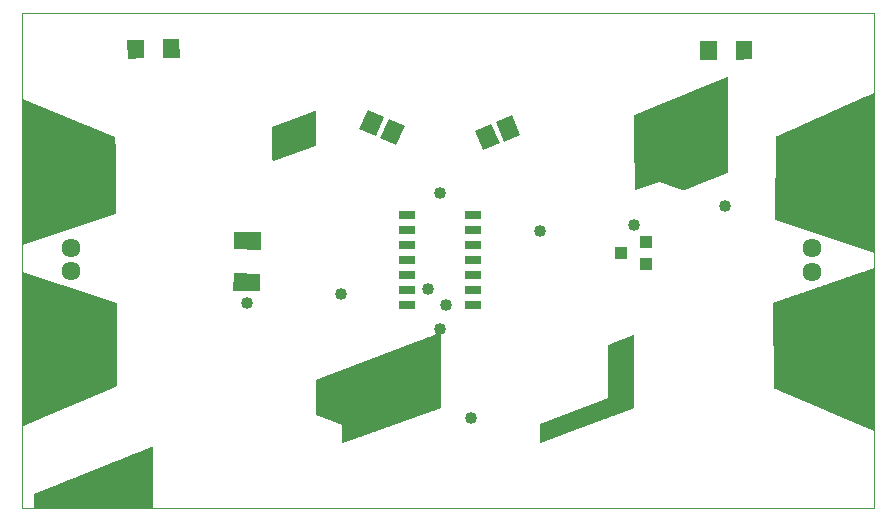
<source format=gts>
G75*
%MOIN*%
%OFA0B0*%
%FSLAX25Y25*%
%IPPOS*%
%LPD*%
%AMOC8*
5,1,8,0,0,1.08239X$1,22.5*
%
%ADD10C,0.00394*%
%ADD11C,0.00100*%
%ADD12R,0.05800X0.08910*%
%ADD13R,0.05524X0.06312*%
%ADD14R,0.04343X0.03950*%
%ADD15R,0.05918X0.07099*%
%ADD16R,0.05524X0.03162*%
%ADD17C,0.22300*%
%ADD18C,0.06343*%
%ADD19C,0.04000*%
D10*
X0013386Y0013511D02*
X0297323Y0013511D01*
X0297323Y0178511D01*
X0013386Y0178511D01*
X0013386Y0013511D01*
D11*
X0017499Y0013355D02*
X0017491Y0014604D01*
X0017487Y0018241D01*
X0056775Y0033967D01*
X0056806Y0033961D01*
X0056809Y0013395D01*
X0017499Y0013355D01*
X0017499Y0013413D02*
X0056809Y0013413D01*
X0056809Y0013511D02*
X0017498Y0013511D01*
X0017498Y0013610D02*
X0056809Y0013610D01*
X0056809Y0013708D02*
X0017497Y0013708D01*
X0017496Y0013807D02*
X0056809Y0013807D01*
X0056809Y0013905D02*
X0017495Y0013905D01*
X0017495Y0014004D02*
X0056809Y0014004D01*
X0056809Y0014102D02*
X0017494Y0014102D01*
X0017493Y0014201D02*
X0056809Y0014201D01*
X0056809Y0014299D02*
X0017493Y0014299D01*
X0017492Y0014398D02*
X0056809Y0014398D01*
X0056809Y0014496D02*
X0017491Y0014496D01*
X0017491Y0014595D02*
X0056809Y0014595D01*
X0056809Y0014693D02*
X0017490Y0014693D01*
X0017490Y0014792D02*
X0056809Y0014792D01*
X0056809Y0014890D02*
X0017490Y0014890D01*
X0017490Y0014989D02*
X0056809Y0014989D01*
X0056809Y0015087D02*
X0017490Y0015087D01*
X0017490Y0015186D02*
X0056809Y0015186D01*
X0056809Y0015284D02*
X0017490Y0015284D01*
X0017490Y0015383D02*
X0056809Y0015383D01*
X0056809Y0015481D02*
X0017490Y0015481D01*
X0017489Y0015580D02*
X0056809Y0015580D01*
X0056809Y0015678D02*
X0017489Y0015678D01*
X0017489Y0015777D02*
X0056809Y0015777D01*
X0056809Y0015875D02*
X0017489Y0015875D01*
X0017489Y0015974D02*
X0056809Y0015974D01*
X0056809Y0016072D02*
X0017489Y0016072D01*
X0017489Y0016171D02*
X0056809Y0016171D01*
X0056809Y0016269D02*
X0017489Y0016269D01*
X0017489Y0016368D02*
X0056809Y0016368D01*
X0056809Y0016466D02*
X0017489Y0016466D01*
X0017488Y0016565D02*
X0056809Y0016565D01*
X0056809Y0016663D02*
X0017488Y0016663D01*
X0017488Y0016762D02*
X0056809Y0016762D01*
X0056809Y0016860D02*
X0017488Y0016860D01*
X0017488Y0016959D02*
X0056809Y0016959D01*
X0056809Y0017057D02*
X0017488Y0017057D01*
X0017488Y0017156D02*
X0056809Y0017156D01*
X0056809Y0017255D02*
X0017488Y0017255D01*
X0017488Y0017353D02*
X0056809Y0017353D01*
X0056809Y0017452D02*
X0017487Y0017452D01*
X0017487Y0017550D02*
X0056809Y0017550D01*
X0056809Y0017649D02*
X0017487Y0017649D01*
X0017487Y0017747D02*
X0056809Y0017747D01*
X0056809Y0017846D02*
X0017487Y0017846D01*
X0017487Y0017944D02*
X0056809Y0017944D01*
X0056809Y0018043D02*
X0017487Y0018043D01*
X0017487Y0018141D02*
X0056808Y0018141D01*
X0056808Y0018240D02*
X0017487Y0018240D01*
X0017729Y0018338D02*
X0056808Y0018338D01*
X0056808Y0018437D02*
X0017975Y0018437D01*
X0018221Y0018535D02*
X0056808Y0018535D01*
X0056808Y0018634D02*
X0018467Y0018634D01*
X0018713Y0018732D02*
X0056808Y0018732D01*
X0056808Y0018831D02*
X0018959Y0018831D01*
X0019206Y0018929D02*
X0056808Y0018929D01*
X0056808Y0019028D02*
X0019452Y0019028D01*
X0019698Y0019126D02*
X0056808Y0019126D01*
X0056808Y0019225D02*
X0019944Y0019225D01*
X0020190Y0019323D02*
X0056808Y0019323D01*
X0056808Y0019422D02*
X0020436Y0019422D01*
X0020682Y0019520D02*
X0056808Y0019520D01*
X0056808Y0019619D02*
X0020928Y0019619D01*
X0021174Y0019717D02*
X0056808Y0019717D01*
X0056808Y0019816D02*
X0021420Y0019816D01*
X0021667Y0019914D02*
X0056808Y0019914D01*
X0056808Y0020013D02*
X0021913Y0020013D01*
X0022159Y0020111D02*
X0056808Y0020111D01*
X0056808Y0020210D02*
X0022405Y0020210D01*
X0022651Y0020308D02*
X0056808Y0020308D01*
X0056808Y0020407D02*
X0022897Y0020407D01*
X0023143Y0020505D02*
X0056808Y0020505D01*
X0056808Y0020604D02*
X0023389Y0020604D01*
X0023635Y0020702D02*
X0056808Y0020702D01*
X0056808Y0020801D02*
X0023882Y0020801D01*
X0024128Y0020899D02*
X0056808Y0020899D01*
X0056808Y0020998D02*
X0024374Y0020998D01*
X0024620Y0021096D02*
X0056808Y0021096D01*
X0056808Y0021195D02*
X0024866Y0021195D01*
X0025112Y0021293D02*
X0056808Y0021293D01*
X0056808Y0021392D02*
X0025358Y0021392D01*
X0025604Y0021491D02*
X0056808Y0021491D01*
X0056808Y0021589D02*
X0025850Y0021589D01*
X0026096Y0021688D02*
X0056808Y0021688D01*
X0056808Y0021786D02*
X0026343Y0021786D01*
X0026589Y0021885D02*
X0056808Y0021885D01*
X0056808Y0021983D02*
X0026835Y0021983D01*
X0027081Y0022082D02*
X0056808Y0022082D01*
X0056808Y0022180D02*
X0027327Y0022180D01*
X0027573Y0022279D02*
X0056808Y0022279D01*
X0056808Y0022377D02*
X0027819Y0022377D01*
X0028065Y0022476D02*
X0056808Y0022476D01*
X0056808Y0022574D02*
X0028311Y0022574D01*
X0028558Y0022673D02*
X0056808Y0022673D01*
X0056808Y0022771D02*
X0028804Y0022771D01*
X0029050Y0022870D02*
X0056808Y0022870D01*
X0056808Y0022968D02*
X0029296Y0022968D01*
X0029542Y0023067D02*
X0056808Y0023067D01*
X0056808Y0023165D02*
X0029788Y0023165D01*
X0030034Y0023264D02*
X0056808Y0023264D01*
X0056808Y0023362D02*
X0030280Y0023362D01*
X0030526Y0023461D02*
X0056807Y0023461D01*
X0056807Y0023559D02*
X0030772Y0023559D01*
X0031019Y0023658D02*
X0056807Y0023658D01*
X0056807Y0023756D02*
X0031265Y0023756D01*
X0031511Y0023855D02*
X0056807Y0023855D01*
X0056807Y0023953D02*
X0031757Y0023953D01*
X0032003Y0024052D02*
X0056807Y0024052D01*
X0056807Y0024150D02*
X0032249Y0024150D01*
X0032495Y0024249D02*
X0056807Y0024249D01*
X0056807Y0024347D02*
X0032741Y0024347D01*
X0032987Y0024446D02*
X0056807Y0024446D01*
X0056807Y0024544D02*
X0033233Y0024544D01*
X0033480Y0024643D02*
X0056807Y0024643D01*
X0056807Y0024741D02*
X0033726Y0024741D01*
X0033972Y0024840D02*
X0056807Y0024840D01*
X0056807Y0024938D02*
X0034218Y0024938D01*
X0034464Y0025037D02*
X0056807Y0025037D01*
X0056807Y0025135D02*
X0034710Y0025135D01*
X0034956Y0025234D02*
X0056807Y0025234D01*
X0056807Y0025332D02*
X0035202Y0025332D01*
X0035448Y0025431D02*
X0056807Y0025431D01*
X0056807Y0025529D02*
X0035695Y0025529D01*
X0035941Y0025628D02*
X0056807Y0025628D01*
X0056807Y0025726D02*
X0036187Y0025726D01*
X0036433Y0025825D02*
X0056807Y0025825D01*
X0056807Y0025924D02*
X0036679Y0025924D01*
X0036925Y0026022D02*
X0056807Y0026022D01*
X0056807Y0026121D02*
X0037171Y0026121D01*
X0037417Y0026219D02*
X0056807Y0026219D01*
X0056807Y0026318D02*
X0037663Y0026318D01*
X0037909Y0026416D02*
X0056807Y0026416D01*
X0056807Y0026515D02*
X0038156Y0026515D01*
X0038402Y0026613D02*
X0056807Y0026613D01*
X0056807Y0026712D02*
X0038648Y0026712D01*
X0038894Y0026810D02*
X0056807Y0026810D01*
X0056807Y0026909D02*
X0039140Y0026909D01*
X0039386Y0027007D02*
X0056807Y0027007D01*
X0056807Y0027106D02*
X0039632Y0027106D01*
X0039878Y0027204D02*
X0056807Y0027204D01*
X0056807Y0027303D02*
X0040124Y0027303D01*
X0040370Y0027401D02*
X0056807Y0027401D01*
X0056807Y0027500D02*
X0040617Y0027500D01*
X0040863Y0027598D02*
X0056807Y0027598D01*
X0056807Y0027697D02*
X0041109Y0027697D01*
X0041355Y0027795D02*
X0056807Y0027795D01*
X0056807Y0027894D02*
X0041601Y0027894D01*
X0041847Y0027992D02*
X0056807Y0027992D01*
X0056807Y0028091D02*
X0042093Y0028091D01*
X0042339Y0028189D02*
X0056807Y0028189D01*
X0056807Y0028288D02*
X0042585Y0028288D01*
X0042832Y0028386D02*
X0056807Y0028386D01*
X0056807Y0028485D02*
X0043078Y0028485D01*
X0043324Y0028583D02*
X0056807Y0028583D01*
X0056807Y0028682D02*
X0043570Y0028682D01*
X0043816Y0028780D02*
X0056806Y0028780D01*
X0056806Y0028879D02*
X0044062Y0028879D01*
X0044308Y0028977D02*
X0056806Y0028977D01*
X0056806Y0029076D02*
X0044554Y0029076D01*
X0044800Y0029174D02*
X0056806Y0029174D01*
X0056806Y0029273D02*
X0045046Y0029273D01*
X0045293Y0029371D02*
X0056806Y0029371D01*
X0056806Y0029470D02*
X0045539Y0029470D01*
X0045785Y0029568D02*
X0056806Y0029568D01*
X0056806Y0029667D02*
X0046031Y0029667D01*
X0046277Y0029765D02*
X0056806Y0029765D01*
X0056806Y0029864D02*
X0046523Y0029864D01*
X0046769Y0029962D02*
X0056806Y0029962D01*
X0056806Y0030061D02*
X0047015Y0030061D01*
X0047261Y0030159D02*
X0056806Y0030159D01*
X0056806Y0030258D02*
X0047508Y0030258D01*
X0047754Y0030357D02*
X0056806Y0030357D01*
X0056806Y0030455D02*
X0048000Y0030455D01*
X0048246Y0030554D02*
X0056806Y0030554D01*
X0056806Y0030652D02*
X0048492Y0030652D01*
X0048738Y0030751D02*
X0056806Y0030751D01*
X0056806Y0030849D02*
X0048984Y0030849D01*
X0049230Y0030948D02*
X0056806Y0030948D01*
X0056806Y0031046D02*
X0049476Y0031046D01*
X0049722Y0031145D02*
X0056806Y0031145D01*
X0056806Y0031243D02*
X0049969Y0031243D01*
X0050215Y0031342D02*
X0056806Y0031342D01*
X0056806Y0031440D02*
X0050461Y0031440D01*
X0050707Y0031539D02*
X0056806Y0031539D01*
X0056806Y0031637D02*
X0050953Y0031637D01*
X0051199Y0031736D02*
X0056806Y0031736D01*
X0056806Y0031834D02*
X0051445Y0031834D01*
X0051691Y0031933D02*
X0056806Y0031933D01*
X0056806Y0032031D02*
X0051937Y0032031D01*
X0052183Y0032130D02*
X0056806Y0032130D01*
X0056806Y0032228D02*
X0052430Y0032228D01*
X0052676Y0032327D02*
X0056806Y0032327D01*
X0056806Y0032425D02*
X0052922Y0032425D01*
X0053168Y0032524D02*
X0056806Y0032524D01*
X0056806Y0032622D02*
X0053414Y0032622D01*
X0053660Y0032721D02*
X0056806Y0032721D01*
X0056806Y0032819D02*
X0053906Y0032819D01*
X0054152Y0032918D02*
X0056806Y0032918D01*
X0056806Y0033016D02*
X0054398Y0033016D01*
X0054645Y0033115D02*
X0056806Y0033115D01*
X0056806Y0033213D02*
X0054891Y0033213D01*
X0055137Y0033312D02*
X0056806Y0033312D01*
X0056806Y0033410D02*
X0055383Y0033410D01*
X0055629Y0033509D02*
X0056806Y0033509D01*
X0056806Y0033607D02*
X0055875Y0033607D01*
X0056121Y0033706D02*
X0056806Y0033706D01*
X0056806Y0033804D02*
X0056367Y0033804D01*
X0056613Y0033903D02*
X0056806Y0033903D01*
X0034355Y0049960D02*
X0013287Y0049960D01*
X0013287Y0049862D02*
X0034123Y0049862D01*
X0033891Y0049763D02*
X0013287Y0049763D01*
X0013287Y0049665D02*
X0033659Y0049665D01*
X0033427Y0049566D02*
X0013287Y0049566D01*
X0013287Y0049468D02*
X0033195Y0049468D01*
X0032963Y0049369D02*
X0013286Y0049369D01*
X0013286Y0049271D02*
X0032731Y0049271D01*
X0032499Y0049172D02*
X0013286Y0049172D01*
X0013286Y0049074D02*
X0032267Y0049074D01*
X0032035Y0048975D02*
X0013286Y0048975D01*
X0013286Y0048877D02*
X0031803Y0048877D01*
X0031571Y0048778D02*
X0013285Y0048778D01*
X0013285Y0048680D02*
X0031339Y0048680D01*
X0031107Y0048581D02*
X0013285Y0048581D01*
X0013285Y0048483D02*
X0030875Y0048483D01*
X0030643Y0048384D02*
X0013285Y0048384D01*
X0013285Y0048286D02*
X0030411Y0048286D01*
X0030179Y0048187D02*
X0013284Y0048187D01*
X0013284Y0048089D02*
X0029947Y0048089D01*
X0029715Y0047990D02*
X0013284Y0047990D01*
X0013284Y0047892D02*
X0029483Y0047892D01*
X0029251Y0047793D02*
X0013284Y0047793D01*
X0013284Y0047695D02*
X0029019Y0047695D01*
X0028787Y0047596D02*
X0013284Y0047596D01*
X0013283Y0047497D02*
X0028555Y0047497D01*
X0028323Y0047399D02*
X0013283Y0047399D01*
X0013283Y0047300D02*
X0028091Y0047300D01*
X0027859Y0047202D02*
X0013283Y0047202D01*
X0013283Y0047103D02*
X0027627Y0047103D01*
X0027395Y0047005D02*
X0013283Y0047005D01*
X0013282Y0046906D02*
X0027163Y0046906D01*
X0026931Y0046808D02*
X0013282Y0046808D01*
X0013282Y0046709D02*
X0026699Y0046709D01*
X0026467Y0046611D02*
X0013282Y0046611D01*
X0013282Y0046512D02*
X0026235Y0046512D01*
X0026003Y0046414D02*
X0013282Y0046414D01*
X0013281Y0046315D02*
X0025771Y0046315D01*
X0025539Y0046217D02*
X0013281Y0046217D01*
X0013281Y0046118D02*
X0025307Y0046118D01*
X0025075Y0046020D02*
X0013281Y0046020D01*
X0013281Y0045921D02*
X0024843Y0045921D01*
X0024611Y0045823D02*
X0013281Y0045823D01*
X0013280Y0045724D02*
X0024379Y0045724D01*
X0024147Y0045626D02*
X0013280Y0045626D01*
X0013280Y0045527D02*
X0023915Y0045527D01*
X0023683Y0045429D02*
X0013280Y0045429D01*
X0013280Y0045330D02*
X0023451Y0045330D01*
X0023219Y0045232D02*
X0013280Y0045232D01*
X0013279Y0045133D02*
X0022987Y0045133D01*
X0022755Y0045035D02*
X0013279Y0045035D01*
X0013279Y0044936D02*
X0022523Y0044936D01*
X0022291Y0044838D02*
X0013279Y0044838D01*
X0013279Y0044739D02*
X0022059Y0044739D01*
X0021827Y0044641D02*
X0013279Y0044641D01*
X0013278Y0044542D02*
X0021595Y0044542D01*
X0021363Y0044444D02*
X0013278Y0044444D01*
X0013278Y0044345D02*
X0021131Y0044345D01*
X0020899Y0044247D02*
X0013278Y0044247D01*
X0013278Y0044148D02*
X0020667Y0044148D01*
X0020435Y0044050D02*
X0013278Y0044050D01*
X0013277Y0043951D02*
X0020203Y0043951D01*
X0019971Y0043853D02*
X0013277Y0043853D01*
X0013277Y0043754D02*
X0019739Y0043754D01*
X0019507Y0043656D02*
X0013277Y0043656D01*
X0013277Y0043557D02*
X0019275Y0043557D01*
X0019043Y0043459D02*
X0013277Y0043459D01*
X0013276Y0043360D02*
X0018811Y0043360D01*
X0018579Y0043262D02*
X0013276Y0043262D01*
X0013276Y0043163D02*
X0018347Y0043163D01*
X0018115Y0043064D02*
X0013276Y0043064D01*
X0013276Y0042966D02*
X0017883Y0042966D01*
X0017651Y0042867D02*
X0013276Y0042867D01*
X0013276Y0042769D02*
X0017419Y0042769D01*
X0017187Y0042670D02*
X0013275Y0042670D01*
X0013275Y0042572D02*
X0016955Y0042572D01*
X0016723Y0042473D02*
X0013275Y0042473D01*
X0013275Y0042375D02*
X0016491Y0042375D01*
X0016259Y0042276D02*
X0013275Y0042276D01*
X0013275Y0042178D02*
X0016027Y0042178D01*
X0015795Y0042079D02*
X0013274Y0042079D01*
X0013274Y0041981D02*
X0015563Y0041981D01*
X0015331Y0041882D02*
X0013274Y0041882D01*
X0013274Y0041784D02*
X0015099Y0041784D01*
X0014867Y0041685D02*
X0013274Y0041685D01*
X0013274Y0041587D02*
X0014635Y0041587D01*
X0014403Y0041488D02*
X0013273Y0041488D01*
X0013273Y0041390D02*
X0014171Y0041390D01*
X0013939Y0041291D02*
X0013273Y0041291D01*
X0013273Y0041193D02*
X0013707Y0041193D01*
X0013475Y0041094D02*
X0013273Y0041094D01*
X0013273Y0041008D02*
X0013356Y0091235D01*
X0013314Y0092162D01*
X0044873Y0081707D01*
X0044892Y0054434D01*
X0013273Y0041008D01*
X0013288Y0050059D02*
X0034587Y0050059D01*
X0034819Y0050157D02*
X0013288Y0050157D01*
X0013288Y0050256D02*
X0035051Y0050256D01*
X0035283Y0050354D02*
X0013288Y0050354D01*
X0013288Y0050453D02*
X0035515Y0050453D01*
X0035747Y0050551D02*
X0013288Y0050551D01*
X0013289Y0050650D02*
X0035979Y0050650D01*
X0036211Y0050748D02*
X0013289Y0050748D01*
X0013289Y0050847D02*
X0036443Y0050847D01*
X0036675Y0050945D02*
X0013289Y0050945D01*
X0013289Y0051044D02*
X0036907Y0051044D01*
X0037139Y0051142D02*
X0013289Y0051142D01*
X0013290Y0051241D02*
X0037371Y0051241D01*
X0037603Y0051339D02*
X0013290Y0051339D01*
X0013290Y0051438D02*
X0037835Y0051438D01*
X0038067Y0051536D02*
X0013290Y0051536D01*
X0013290Y0051635D02*
X0038299Y0051635D01*
X0038531Y0051733D02*
X0013290Y0051733D01*
X0013291Y0051832D02*
X0038763Y0051832D01*
X0038995Y0051930D02*
X0013291Y0051930D01*
X0013291Y0052029D02*
X0039227Y0052029D01*
X0039459Y0052128D02*
X0013291Y0052128D01*
X0013291Y0052226D02*
X0039691Y0052226D01*
X0039923Y0052325D02*
X0013291Y0052325D01*
X0013291Y0052423D02*
X0040155Y0052423D01*
X0040387Y0052522D02*
X0013292Y0052522D01*
X0013292Y0052620D02*
X0040619Y0052620D01*
X0040851Y0052719D02*
X0013292Y0052719D01*
X0013292Y0052817D02*
X0041083Y0052817D01*
X0041315Y0052916D02*
X0013292Y0052916D01*
X0013292Y0053014D02*
X0041547Y0053014D01*
X0041779Y0053113D02*
X0013293Y0053113D01*
X0013293Y0053211D02*
X0042011Y0053211D01*
X0042243Y0053310D02*
X0013293Y0053310D01*
X0013293Y0053408D02*
X0042475Y0053408D01*
X0042707Y0053507D02*
X0013293Y0053507D01*
X0013293Y0053605D02*
X0042939Y0053605D01*
X0043171Y0053704D02*
X0013294Y0053704D01*
X0013294Y0053802D02*
X0043403Y0053802D01*
X0043635Y0053901D02*
X0013294Y0053901D01*
X0013294Y0053999D02*
X0043867Y0053999D01*
X0044099Y0054098D02*
X0013294Y0054098D01*
X0013294Y0054196D02*
X0044331Y0054196D01*
X0044563Y0054295D02*
X0013295Y0054295D01*
X0013295Y0054393D02*
X0044795Y0054393D01*
X0044891Y0054492D02*
X0013295Y0054492D01*
X0013295Y0054590D02*
X0044891Y0054590D01*
X0044891Y0054689D02*
X0013295Y0054689D01*
X0013295Y0054787D02*
X0044891Y0054787D01*
X0044891Y0054886D02*
X0013296Y0054886D01*
X0013296Y0054984D02*
X0044891Y0054984D01*
X0044891Y0055083D02*
X0013296Y0055083D01*
X0013296Y0055181D02*
X0044891Y0055181D01*
X0044891Y0055280D02*
X0013296Y0055280D01*
X0013296Y0055378D02*
X0044891Y0055378D01*
X0044891Y0055477D02*
X0013297Y0055477D01*
X0013297Y0055575D02*
X0044891Y0055575D01*
X0044891Y0055674D02*
X0013297Y0055674D01*
X0013297Y0055772D02*
X0044891Y0055772D01*
X0044891Y0055871D02*
X0013297Y0055871D01*
X0013297Y0055969D02*
X0044891Y0055969D01*
X0044890Y0056068D02*
X0013298Y0056068D01*
X0013298Y0056166D02*
X0044890Y0056166D01*
X0044890Y0056265D02*
X0013298Y0056265D01*
X0013298Y0056364D02*
X0044890Y0056364D01*
X0044890Y0056462D02*
X0013298Y0056462D01*
X0013298Y0056561D02*
X0044890Y0056561D01*
X0044890Y0056659D02*
X0013299Y0056659D01*
X0013299Y0056758D02*
X0044890Y0056758D01*
X0044890Y0056856D02*
X0013299Y0056856D01*
X0013299Y0056955D02*
X0044890Y0056955D01*
X0044890Y0057053D02*
X0013299Y0057053D01*
X0013299Y0057152D02*
X0044890Y0057152D01*
X0044890Y0057250D02*
X0013299Y0057250D01*
X0013300Y0057349D02*
X0044890Y0057349D01*
X0044890Y0057447D02*
X0013300Y0057447D01*
X0013300Y0057546D02*
X0044889Y0057546D01*
X0044889Y0057644D02*
X0013300Y0057644D01*
X0013300Y0057743D02*
X0044889Y0057743D01*
X0044889Y0057841D02*
X0013300Y0057841D01*
X0013301Y0057940D02*
X0044889Y0057940D01*
X0044889Y0058038D02*
X0013301Y0058038D01*
X0013301Y0058137D02*
X0044889Y0058137D01*
X0044889Y0058235D02*
X0013301Y0058235D01*
X0013301Y0058334D02*
X0044889Y0058334D01*
X0044889Y0058432D02*
X0013301Y0058432D01*
X0013302Y0058531D02*
X0044889Y0058531D01*
X0044889Y0058629D02*
X0013302Y0058629D01*
X0013302Y0058728D02*
X0044889Y0058728D01*
X0044889Y0058826D02*
X0013302Y0058826D01*
X0013302Y0058925D02*
X0044889Y0058925D01*
X0044888Y0059023D02*
X0013302Y0059023D01*
X0013303Y0059122D02*
X0044888Y0059122D01*
X0044888Y0059220D02*
X0013303Y0059220D01*
X0013303Y0059319D02*
X0044888Y0059319D01*
X0044888Y0059417D02*
X0013303Y0059417D01*
X0013303Y0059516D02*
X0044888Y0059516D01*
X0044888Y0059614D02*
X0013303Y0059614D01*
X0013304Y0059713D02*
X0044888Y0059713D01*
X0044888Y0059811D02*
X0013304Y0059811D01*
X0013304Y0059910D02*
X0044888Y0059910D01*
X0044888Y0060008D02*
X0013304Y0060008D01*
X0013304Y0060107D02*
X0044888Y0060107D01*
X0044888Y0060205D02*
X0013304Y0060205D01*
X0013305Y0060304D02*
X0044888Y0060304D01*
X0044888Y0060402D02*
X0013305Y0060402D01*
X0013305Y0060501D02*
X0044887Y0060501D01*
X0044887Y0060599D02*
X0013305Y0060599D01*
X0013305Y0060698D02*
X0044887Y0060698D01*
X0044887Y0060797D02*
X0013305Y0060797D01*
X0013306Y0060895D02*
X0044887Y0060895D01*
X0044887Y0060994D02*
X0013306Y0060994D01*
X0013306Y0061092D02*
X0044887Y0061092D01*
X0044887Y0061191D02*
X0013306Y0061191D01*
X0013306Y0061289D02*
X0044887Y0061289D01*
X0044887Y0061388D02*
X0013306Y0061388D01*
X0013307Y0061486D02*
X0044887Y0061486D01*
X0044887Y0061585D02*
X0013307Y0061585D01*
X0013307Y0061683D02*
X0044887Y0061683D01*
X0044887Y0061782D02*
X0013307Y0061782D01*
X0013307Y0061880D02*
X0044887Y0061880D01*
X0044887Y0061979D02*
X0013307Y0061979D01*
X0013307Y0062077D02*
X0044886Y0062077D01*
X0044886Y0062176D02*
X0013308Y0062176D01*
X0013308Y0062274D02*
X0044886Y0062274D01*
X0044886Y0062373D02*
X0013308Y0062373D01*
X0013308Y0062471D02*
X0044886Y0062471D01*
X0044886Y0062570D02*
X0013308Y0062570D01*
X0013308Y0062668D02*
X0044886Y0062668D01*
X0044886Y0062767D02*
X0013309Y0062767D01*
X0013309Y0062865D02*
X0044886Y0062865D01*
X0044886Y0062964D02*
X0013309Y0062964D01*
X0013309Y0063062D02*
X0044886Y0063062D01*
X0044886Y0063161D02*
X0013309Y0063161D01*
X0013309Y0063259D02*
X0044886Y0063259D01*
X0044886Y0063358D02*
X0013310Y0063358D01*
X0013310Y0063456D02*
X0044886Y0063456D01*
X0044885Y0063555D02*
X0013310Y0063555D01*
X0013310Y0063653D02*
X0044885Y0063653D01*
X0044885Y0063752D02*
X0013310Y0063752D01*
X0013310Y0063850D02*
X0044885Y0063850D01*
X0044885Y0063949D02*
X0013311Y0063949D01*
X0013311Y0064047D02*
X0044885Y0064047D01*
X0044885Y0064146D02*
X0013311Y0064146D01*
X0013311Y0064244D02*
X0044885Y0064244D01*
X0044885Y0064343D02*
X0013311Y0064343D01*
X0013311Y0064441D02*
X0044885Y0064441D01*
X0044885Y0064540D02*
X0013312Y0064540D01*
X0013312Y0064638D02*
X0044885Y0064638D01*
X0044885Y0064737D02*
X0013312Y0064737D01*
X0013312Y0064835D02*
X0044885Y0064835D01*
X0044885Y0064934D02*
X0013312Y0064934D01*
X0013312Y0065033D02*
X0044884Y0065033D01*
X0044884Y0065131D02*
X0013313Y0065131D01*
X0013313Y0065230D02*
X0044884Y0065230D01*
X0044884Y0065328D02*
X0013313Y0065328D01*
X0013313Y0065427D02*
X0044884Y0065427D01*
X0044884Y0065525D02*
X0013313Y0065525D01*
X0013313Y0065624D02*
X0044884Y0065624D01*
X0044884Y0065722D02*
X0013314Y0065722D01*
X0013314Y0065821D02*
X0044884Y0065821D01*
X0044884Y0065919D02*
X0013314Y0065919D01*
X0013314Y0066018D02*
X0044884Y0066018D01*
X0044884Y0066116D02*
X0013314Y0066116D01*
X0013314Y0066215D02*
X0044884Y0066215D01*
X0044884Y0066313D02*
X0013315Y0066313D01*
X0013315Y0066412D02*
X0044884Y0066412D01*
X0044884Y0066510D02*
X0013315Y0066510D01*
X0013315Y0066609D02*
X0044883Y0066609D01*
X0044883Y0066707D02*
X0013315Y0066707D01*
X0013315Y0066806D02*
X0044883Y0066806D01*
X0044883Y0066904D02*
X0013315Y0066904D01*
X0013316Y0067003D02*
X0044883Y0067003D01*
X0044883Y0067101D02*
X0013316Y0067101D01*
X0013316Y0067200D02*
X0044883Y0067200D01*
X0044883Y0067298D02*
X0013316Y0067298D01*
X0013316Y0067397D02*
X0044883Y0067397D01*
X0044883Y0067495D02*
X0013316Y0067495D01*
X0013317Y0067594D02*
X0044883Y0067594D01*
X0044883Y0067692D02*
X0013317Y0067692D01*
X0013317Y0067791D02*
X0044883Y0067791D01*
X0044883Y0067889D02*
X0013317Y0067889D01*
X0013317Y0067988D02*
X0044883Y0067988D01*
X0044882Y0068086D02*
X0013317Y0068086D01*
X0013318Y0068185D02*
X0044882Y0068185D01*
X0044882Y0068283D02*
X0013318Y0068283D01*
X0013318Y0068382D02*
X0044882Y0068382D01*
X0044882Y0068480D02*
X0013318Y0068480D01*
X0013318Y0068579D02*
X0044882Y0068579D01*
X0044882Y0068677D02*
X0013318Y0068677D01*
X0013319Y0068776D02*
X0044882Y0068776D01*
X0044882Y0068874D02*
X0013319Y0068874D01*
X0013319Y0068973D02*
X0044882Y0068973D01*
X0044882Y0069071D02*
X0013319Y0069071D01*
X0013319Y0069170D02*
X0044882Y0069170D01*
X0044882Y0069268D02*
X0013319Y0069268D01*
X0013320Y0069367D02*
X0044882Y0069367D01*
X0044882Y0069466D02*
X0013320Y0069466D01*
X0013320Y0069564D02*
X0044881Y0069564D01*
X0044881Y0069663D02*
X0013320Y0069663D01*
X0013320Y0069761D02*
X0044881Y0069761D01*
X0044881Y0069860D02*
X0013320Y0069860D01*
X0013321Y0069958D02*
X0044881Y0069958D01*
X0044881Y0070057D02*
X0013321Y0070057D01*
X0013321Y0070155D02*
X0044881Y0070155D01*
X0044881Y0070254D02*
X0013321Y0070254D01*
X0013321Y0070352D02*
X0044881Y0070352D01*
X0044881Y0070451D02*
X0013321Y0070451D01*
X0013322Y0070549D02*
X0044881Y0070549D01*
X0044881Y0070648D02*
X0013322Y0070648D01*
X0013322Y0070746D02*
X0044881Y0070746D01*
X0044881Y0070845D02*
X0013322Y0070845D01*
X0013322Y0070943D02*
X0044881Y0070943D01*
X0044880Y0071042D02*
X0013322Y0071042D01*
X0013323Y0071140D02*
X0044880Y0071140D01*
X0044880Y0071239D02*
X0013323Y0071239D01*
X0013323Y0071337D02*
X0044880Y0071337D01*
X0044880Y0071436D02*
X0013323Y0071436D01*
X0013323Y0071534D02*
X0044880Y0071534D01*
X0044880Y0071633D02*
X0013323Y0071633D01*
X0013323Y0071731D02*
X0044880Y0071731D01*
X0044880Y0071830D02*
X0013324Y0071830D01*
X0013324Y0071928D02*
X0044880Y0071928D01*
X0044880Y0072027D02*
X0013324Y0072027D01*
X0013324Y0072125D02*
X0044880Y0072125D01*
X0044880Y0072224D02*
X0013324Y0072224D01*
X0013324Y0072322D02*
X0044880Y0072322D01*
X0044880Y0072421D02*
X0013325Y0072421D01*
X0013325Y0072519D02*
X0044880Y0072519D01*
X0044879Y0072618D02*
X0013325Y0072618D01*
X0013325Y0072716D02*
X0044879Y0072716D01*
X0044879Y0072815D02*
X0013325Y0072815D01*
X0013325Y0072913D02*
X0044879Y0072913D01*
X0044879Y0073012D02*
X0013326Y0073012D01*
X0013326Y0073110D02*
X0044879Y0073110D01*
X0044879Y0073209D02*
X0013326Y0073209D01*
X0013326Y0073307D02*
X0044879Y0073307D01*
X0044879Y0073406D02*
X0013326Y0073406D01*
X0013326Y0073504D02*
X0044879Y0073504D01*
X0044879Y0073603D02*
X0013327Y0073603D01*
X0013327Y0073702D02*
X0044879Y0073702D01*
X0044879Y0073800D02*
X0013327Y0073800D01*
X0013327Y0073899D02*
X0044879Y0073899D01*
X0044879Y0073997D02*
X0013327Y0073997D01*
X0013327Y0074096D02*
X0044878Y0074096D01*
X0044878Y0074194D02*
X0013328Y0074194D01*
X0013328Y0074293D02*
X0044878Y0074293D01*
X0044878Y0074391D02*
X0013328Y0074391D01*
X0013328Y0074490D02*
X0044878Y0074490D01*
X0044878Y0074588D02*
X0013328Y0074588D01*
X0013328Y0074687D02*
X0044878Y0074687D01*
X0044878Y0074785D02*
X0013329Y0074785D01*
X0013329Y0074884D02*
X0044878Y0074884D01*
X0044878Y0074982D02*
X0013329Y0074982D01*
X0013329Y0075081D02*
X0044878Y0075081D01*
X0044878Y0075179D02*
X0013329Y0075179D01*
X0013329Y0075278D02*
X0044878Y0075278D01*
X0044878Y0075376D02*
X0013330Y0075376D01*
X0013330Y0075475D02*
X0044878Y0075475D01*
X0044877Y0075573D02*
X0013330Y0075573D01*
X0013330Y0075672D02*
X0044877Y0075672D01*
X0044877Y0075770D02*
X0013330Y0075770D01*
X0013330Y0075869D02*
X0044877Y0075869D01*
X0044877Y0075967D02*
X0013331Y0075967D01*
X0013331Y0076066D02*
X0044877Y0076066D01*
X0044877Y0076164D02*
X0013331Y0076164D01*
X0013331Y0076263D02*
X0044877Y0076263D01*
X0044877Y0076361D02*
X0013331Y0076361D01*
X0013331Y0076460D02*
X0044877Y0076460D01*
X0044877Y0076558D02*
X0013331Y0076558D01*
X0013332Y0076657D02*
X0044877Y0076657D01*
X0044877Y0076755D02*
X0013332Y0076755D01*
X0013332Y0076854D02*
X0044877Y0076854D01*
X0044877Y0076952D02*
X0013332Y0076952D01*
X0013332Y0077051D02*
X0044876Y0077051D01*
X0044876Y0077149D02*
X0013332Y0077149D01*
X0013333Y0077248D02*
X0044876Y0077248D01*
X0044876Y0077346D02*
X0013333Y0077346D01*
X0013333Y0077445D02*
X0044876Y0077445D01*
X0044876Y0077543D02*
X0013333Y0077543D01*
X0013333Y0077642D02*
X0044876Y0077642D01*
X0044876Y0077740D02*
X0013333Y0077740D01*
X0013334Y0077839D02*
X0044876Y0077839D01*
X0044876Y0077937D02*
X0013334Y0077937D01*
X0013334Y0078036D02*
X0044876Y0078036D01*
X0044876Y0078135D02*
X0013334Y0078135D01*
X0013334Y0078233D02*
X0044876Y0078233D01*
X0044876Y0078332D02*
X0013334Y0078332D01*
X0013335Y0078430D02*
X0044876Y0078430D01*
X0044876Y0078529D02*
X0013335Y0078529D01*
X0013335Y0078627D02*
X0044875Y0078627D01*
X0044875Y0078726D02*
X0013335Y0078726D01*
X0013335Y0078824D02*
X0044875Y0078824D01*
X0044875Y0078923D02*
X0013335Y0078923D01*
X0013336Y0079021D02*
X0044875Y0079021D01*
X0044875Y0079120D02*
X0013336Y0079120D01*
X0013336Y0079218D02*
X0044875Y0079218D01*
X0044875Y0079317D02*
X0013336Y0079317D01*
X0013336Y0079415D02*
X0044875Y0079415D01*
X0044875Y0079514D02*
X0013336Y0079514D01*
X0013337Y0079612D02*
X0044875Y0079612D01*
X0044875Y0079711D02*
X0013337Y0079711D01*
X0013337Y0079809D02*
X0044875Y0079809D01*
X0044875Y0079908D02*
X0013337Y0079908D01*
X0013337Y0080006D02*
X0044875Y0080006D01*
X0044874Y0080105D02*
X0013337Y0080105D01*
X0013338Y0080203D02*
X0044874Y0080203D01*
X0044874Y0080302D02*
X0013338Y0080302D01*
X0013338Y0080400D02*
X0044874Y0080400D01*
X0044874Y0080499D02*
X0013338Y0080499D01*
X0013338Y0080597D02*
X0044874Y0080597D01*
X0044874Y0080696D02*
X0013338Y0080696D01*
X0013339Y0080794D02*
X0044874Y0080794D01*
X0044874Y0080893D02*
X0013339Y0080893D01*
X0013339Y0080991D02*
X0044874Y0080991D01*
X0044874Y0081090D02*
X0013339Y0081090D01*
X0013339Y0081188D02*
X0044874Y0081188D01*
X0044874Y0081287D02*
X0013339Y0081287D01*
X0013339Y0081385D02*
X0044874Y0081385D01*
X0044874Y0081484D02*
X0013340Y0081484D01*
X0013340Y0081582D02*
X0044873Y0081582D01*
X0044873Y0081681D02*
X0013340Y0081681D01*
X0013340Y0081779D02*
X0044655Y0081779D01*
X0044358Y0081878D02*
X0013340Y0081878D01*
X0013340Y0081976D02*
X0044061Y0081976D01*
X0043763Y0082075D02*
X0013341Y0082075D01*
X0013341Y0082173D02*
X0043466Y0082173D01*
X0043169Y0082272D02*
X0013341Y0082272D01*
X0013341Y0082370D02*
X0042871Y0082370D01*
X0042574Y0082469D02*
X0013341Y0082469D01*
X0013341Y0082568D02*
X0042276Y0082568D01*
X0041979Y0082666D02*
X0013342Y0082666D01*
X0013342Y0082765D02*
X0041682Y0082765D01*
X0041384Y0082863D02*
X0013342Y0082863D01*
X0013342Y0082962D02*
X0041087Y0082962D01*
X0040790Y0083060D02*
X0013342Y0083060D01*
X0013342Y0083159D02*
X0040492Y0083159D01*
X0040195Y0083257D02*
X0013343Y0083257D01*
X0013343Y0083356D02*
X0039897Y0083356D01*
X0039600Y0083454D02*
X0013343Y0083454D01*
X0013343Y0083553D02*
X0039303Y0083553D01*
X0039005Y0083651D02*
X0013343Y0083651D01*
X0013343Y0083750D02*
X0038708Y0083750D01*
X0038411Y0083848D02*
X0013344Y0083848D01*
X0013344Y0083947D02*
X0038113Y0083947D01*
X0037816Y0084045D02*
X0013344Y0084045D01*
X0013344Y0084144D02*
X0037518Y0084144D01*
X0037221Y0084242D02*
X0013344Y0084242D01*
X0013344Y0084341D02*
X0036924Y0084341D01*
X0036626Y0084439D02*
X0013345Y0084439D01*
X0013345Y0084538D02*
X0036329Y0084538D01*
X0036032Y0084636D02*
X0013345Y0084636D01*
X0013345Y0084735D02*
X0035734Y0084735D01*
X0035437Y0084833D02*
X0013345Y0084833D01*
X0013345Y0084932D02*
X0035139Y0084932D01*
X0034842Y0085030D02*
X0013346Y0085030D01*
X0013346Y0085129D02*
X0034545Y0085129D01*
X0034247Y0085227D02*
X0013346Y0085227D01*
X0013346Y0085326D02*
X0033950Y0085326D01*
X0033653Y0085424D02*
X0013346Y0085424D01*
X0013346Y0085523D02*
X0033355Y0085523D01*
X0033058Y0085621D02*
X0013347Y0085621D01*
X0013347Y0085720D02*
X0032761Y0085720D01*
X0032463Y0085818D02*
X0013347Y0085818D01*
X0013347Y0085917D02*
X0032166Y0085917D01*
X0031868Y0086015D02*
X0013347Y0086015D01*
X0013347Y0086114D02*
X0031571Y0086114D01*
X0031274Y0086212D02*
X0013347Y0086212D01*
X0013348Y0086311D02*
X0030976Y0086311D01*
X0030679Y0086409D02*
X0013348Y0086409D01*
X0013348Y0086508D02*
X0030382Y0086508D01*
X0030084Y0086606D02*
X0013348Y0086606D01*
X0013348Y0086705D02*
X0029787Y0086705D01*
X0029489Y0086804D02*
X0013348Y0086804D01*
X0013349Y0086902D02*
X0029192Y0086902D01*
X0028895Y0087001D02*
X0013349Y0087001D01*
X0013349Y0087099D02*
X0028597Y0087099D01*
X0028300Y0087198D02*
X0013349Y0087198D01*
X0013349Y0087296D02*
X0028003Y0087296D01*
X0027705Y0087395D02*
X0013349Y0087395D01*
X0013350Y0087493D02*
X0027408Y0087493D01*
X0027110Y0087592D02*
X0013350Y0087592D01*
X0013350Y0087690D02*
X0026813Y0087690D01*
X0026516Y0087789D02*
X0013350Y0087789D01*
X0013350Y0087887D02*
X0026218Y0087887D01*
X0025921Y0087986D02*
X0013350Y0087986D01*
X0013351Y0088084D02*
X0025624Y0088084D01*
X0025326Y0088183D02*
X0013351Y0088183D01*
X0013351Y0088281D02*
X0025029Y0088281D01*
X0024732Y0088380D02*
X0013351Y0088380D01*
X0013351Y0088478D02*
X0024434Y0088478D01*
X0024137Y0088577D02*
X0013351Y0088577D01*
X0013352Y0088675D02*
X0023839Y0088675D01*
X0023542Y0088774D02*
X0013352Y0088774D01*
X0013352Y0088872D02*
X0023245Y0088872D01*
X0022947Y0088971D02*
X0013352Y0088971D01*
X0013352Y0089069D02*
X0022650Y0089069D01*
X0022353Y0089168D02*
X0013352Y0089168D01*
X0013353Y0089266D02*
X0022055Y0089266D01*
X0021758Y0089365D02*
X0013353Y0089365D01*
X0013353Y0089463D02*
X0021460Y0089463D01*
X0021163Y0089562D02*
X0013353Y0089562D01*
X0013353Y0089660D02*
X0020866Y0089660D01*
X0020568Y0089759D02*
X0013353Y0089759D01*
X0013354Y0089857D02*
X0020271Y0089857D01*
X0019974Y0089956D02*
X0013354Y0089956D01*
X0013354Y0090054D02*
X0019676Y0090054D01*
X0019379Y0090153D02*
X0013354Y0090153D01*
X0013354Y0090251D02*
X0019081Y0090251D01*
X0018784Y0090350D02*
X0013354Y0090350D01*
X0013355Y0090448D02*
X0018487Y0090448D01*
X0018189Y0090547D02*
X0013355Y0090547D01*
X0013355Y0090645D02*
X0017892Y0090645D01*
X0017595Y0090744D02*
X0013355Y0090744D01*
X0013355Y0090842D02*
X0017297Y0090842D01*
X0017000Y0090941D02*
X0013355Y0090941D01*
X0013355Y0091039D02*
X0016702Y0091039D01*
X0016405Y0091138D02*
X0013356Y0091138D01*
X0013356Y0091237D02*
X0016108Y0091237D01*
X0015810Y0091335D02*
X0013351Y0091335D01*
X0013347Y0091434D02*
X0015513Y0091434D01*
X0015216Y0091532D02*
X0013343Y0091532D01*
X0013338Y0091631D02*
X0014918Y0091631D01*
X0014621Y0091729D02*
X0013334Y0091729D01*
X0013329Y0091828D02*
X0014324Y0091828D01*
X0014026Y0091926D02*
X0013325Y0091926D01*
X0013321Y0092025D02*
X0013729Y0092025D01*
X0013431Y0092123D02*
X0013316Y0092123D01*
X0013441Y0101569D02*
X0013365Y0146220D01*
X0013341Y0149781D01*
X0044242Y0137149D01*
X0044248Y0111809D01*
X0013441Y0101569D01*
X0013441Y0101580D02*
X0013473Y0101580D01*
X0013441Y0101679D02*
X0013770Y0101679D01*
X0014066Y0101777D02*
X0013440Y0101777D01*
X0013440Y0101876D02*
X0014362Y0101876D01*
X0014659Y0101974D02*
X0013440Y0101974D01*
X0013440Y0102073D02*
X0014955Y0102073D01*
X0015252Y0102171D02*
X0013440Y0102171D01*
X0013440Y0102270D02*
X0015548Y0102270D01*
X0015844Y0102368D02*
X0013439Y0102368D01*
X0013439Y0102467D02*
X0016141Y0102467D01*
X0016437Y0102565D02*
X0013439Y0102565D01*
X0013439Y0102664D02*
X0016734Y0102664D01*
X0017030Y0102762D02*
X0013439Y0102762D01*
X0013439Y0102861D02*
X0017326Y0102861D01*
X0017623Y0102959D02*
X0013438Y0102959D01*
X0013438Y0103058D02*
X0017919Y0103058D01*
X0018215Y0103156D02*
X0013438Y0103156D01*
X0013438Y0103255D02*
X0018512Y0103255D01*
X0018808Y0103353D02*
X0013438Y0103353D01*
X0013438Y0103452D02*
X0019105Y0103452D01*
X0019401Y0103550D02*
X0013437Y0103550D01*
X0013437Y0103649D02*
X0019697Y0103649D01*
X0019994Y0103747D02*
X0013437Y0103747D01*
X0013437Y0103846D02*
X0020290Y0103846D01*
X0020586Y0103944D02*
X0013437Y0103944D01*
X0013437Y0104043D02*
X0020883Y0104043D01*
X0021179Y0104141D02*
X0013436Y0104141D01*
X0013436Y0104240D02*
X0021476Y0104240D01*
X0021772Y0104339D02*
X0013436Y0104339D01*
X0013436Y0104437D02*
X0022068Y0104437D01*
X0022365Y0104536D02*
X0013436Y0104536D01*
X0013436Y0104634D02*
X0022661Y0104634D01*
X0022958Y0104733D02*
X0013435Y0104733D01*
X0013435Y0104831D02*
X0023254Y0104831D01*
X0023550Y0104930D02*
X0013435Y0104930D01*
X0013435Y0105028D02*
X0023847Y0105028D01*
X0024143Y0105127D02*
X0013435Y0105127D01*
X0013435Y0105225D02*
X0024439Y0105225D01*
X0024736Y0105324D02*
X0013434Y0105324D01*
X0013434Y0105422D02*
X0025032Y0105422D01*
X0025329Y0105521D02*
X0013434Y0105521D01*
X0013434Y0105619D02*
X0025625Y0105619D01*
X0025921Y0105718D02*
X0013434Y0105718D01*
X0013434Y0105816D02*
X0026218Y0105816D01*
X0026514Y0105915D02*
X0013433Y0105915D01*
X0013433Y0106013D02*
X0026810Y0106013D01*
X0027107Y0106112D02*
X0013433Y0106112D01*
X0013433Y0106210D02*
X0027403Y0106210D01*
X0027700Y0106309D02*
X0013433Y0106309D01*
X0013433Y0106407D02*
X0027996Y0106407D01*
X0028292Y0106506D02*
X0013432Y0106506D01*
X0013432Y0106604D02*
X0028589Y0106604D01*
X0028885Y0106703D02*
X0013432Y0106703D01*
X0013432Y0106801D02*
X0029182Y0106801D01*
X0029478Y0106900D02*
X0013432Y0106900D01*
X0013432Y0106998D02*
X0029774Y0106998D01*
X0030071Y0107097D02*
X0013431Y0107097D01*
X0013431Y0107195D02*
X0030367Y0107195D01*
X0030663Y0107294D02*
X0013431Y0107294D01*
X0013431Y0107392D02*
X0030960Y0107392D01*
X0031256Y0107491D02*
X0013431Y0107491D01*
X0013431Y0107589D02*
X0031553Y0107589D01*
X0031849Y0107688D02*
X0013430Y0107688D01*
X0013430Y0107786D02*
X0032145Y0107786D01*
X0032442Y0107885D02*
X0013430Y0107885D01*
X0013430Y0107983D02*
X0032738Y0107983D01*
X0033034Y0108082D02*
X0013430Y0108082D01*
X0013430Y0108180D02*
X0033331Y0108180D01*
X0033627Y0108279D02*
X0013429Y0108279D01*
X0013429Y0108377D02*
X0033924Y0108377D01*
X0034220Y0108476D02*
X0013429Y0108476D01*
X0013429Y0108575D02*
X0034516Y0108575D01*
X0034813Y0108673D02*
X0013429Y0108673D01*
X0013429Y0108772D02*
X0035109Y0108772D01*
X0035406Y0108870D02*
X0013428Y0108870D01*
X0013428Y0108969D02*
X0035702Y0108969D01*
X0035998Y0109067D02*
X0013428Y0109067D01*
X0013428Y0109166D02*
X0036295Y0109166D01*
X0036591Y0109264D02*
X0013428Y0109264D01*
X0013428Y0109363D02*
X0036887Y0109363D01*
X0037184Y0109461D02*
X0013427Y0109461D01*
X0013427Y0109560D02*
X0037480Y0109560D01*
X0037777Y0109658D02*
X0013427Y0109658D01*
X0013427Y0109757D02*
X0038073Y0109757D01*
X0038369Y0109855D02*
X0013427Y0109855D01*
X0013427Y0109954D02*
X0038666Y0109954D01*
X0038962Y0110052D02*
X0013426Y0110052D01*
X0013426Y0110151D02*
X0039259Y0110151D01*
X0039555Y0110249D02*
X0013426Y0110249D01*
X0013426Y0110348D02*
X0039851Y0110348D01*
X0040148Y0110446D02*
X0013426Y0110446D01*
X0013426Y0110545D02*
X0040444Y0110545D01*
X0040740Y0110643D02*
X0013425Y0110643D01*
X0013425Y0110742D02*
X0041037Y0110742D01*
X0041333Y0110840D02*
X0013425Y0110840D01*
X0013425Y0110939D02*
X0041630Y0110939D01*
X0041926Y0111037D02*
X0013425Y0111037D01*
X0013425Y0111136D02*
X0042222Y0111136D01*
X0042519Y0111234D02*
X0013424Y0111234D01*
X0013424Y0111333D02*
X0042815Y0111333D01*
X0043111Y0111431D02*
X0013424Y0111431D01*
X0013424Y0111530D02*
X0043408Y0111530D01*
X0043704Y0111628D02*
X0013424Y0111628D01*
X0013424Y0111727D02*
X0044001Y0111727D01*
X0044248Y0111825D02*
X0013423Y0111825D01*
X0013423Y0111924D02*
X0044247Y0111924D01*
X0044247Y0112022D02*
X0013423Y0112022D01*
X0013423Y0112121D02*
X0044247Y0112121D01*
X0044247Y0112219D02*
X0013423Y0112219D01*
X0013423Y0112318D02*
X0044247Y0112318D01*
X0044247Y0112416D02*
X0013422Y0112416D01*
X0013422Y0112515D02*
X0044247Y0112515D01*
X0044247Y0112613D02*
X0013422Y0112613D01*
X0013422Y0112712D02*
X0044247Y0112712D01*
X0044247Y0112810D02*
X0013422Y0112810D01*
X0013422Y0112909D02*
X0044247Y0112909D01*
X0044247Y0113008D02*
X0013421Y0113008D01*
X0013421Y0113106D02*
X0044247Y0113106D01*
X0044247Y0113205D02*
X0013421Y0113205D01*
X0013421Y0113303D02*
X0044247Y0113303D01*
X0044247Y0113402D02*
X0013421Y0113402D01*
X0013421Y0113500D02*
X0044247Y0113500D01*
X0044247Y0113599D02*
X0013420Y0113599D01*
X0013420Y0113697D02*
X0044247Y0113697D01*
X0044247Y0113796D02*
X0013420Y0113796D01*
X0013420Y0113894D02*
X0044247Y0113894D01*
X0044247Y0113993D02*
X0013420Y0113993D01*
X0013420Y0114091D02*
X0044247Y0114091D01*
X0044247Y0114190D02*
X0013419Y0114190D01*
X0013419Y0114288D02*
X0044247Y0114288D01*
X0044247Y0114387D02*
X0013419Y0114387D01*
X0013419Y0114485D02*
X0044247Y0114485D01*
X0044247Y0114584D02*
X0013419Y0114584D01*
X0013419Y0114682D02*
X0044247Y0114682D01*
X0044247Y0114781D02*
X0013418Y0114781D01*
X0013418Y0114879D02*
X0044247Y0114879D01*
X0044247Y0114978D02*
X0013418Y0114978D01*
X0013418Y0115076D02*
X0044247Y0115076D01*
X0044247Y0115175D02*
X0013418Y0115175D01*
X0013418Y0115273D02*
X0044247Y0115273D01*
X0044247Y0115372D02*
X0013417Y0115372D01*
X0013417Y0115470D02*
X0044247Y0115470D01*
X0044247Y0115569D02*
X0013417Y0115569D01*
X0013417Y0115667D02*
X0044247Y0115667D01*
X0044247Y0115766D02*
X0013417Y0115766D01*
X0013416Y0115864D02*
X0044247Y0115864D01*
X0044247Y0115963D02*
X0013416Y0115963D01*
X0013416Y0116061D02*
X0044247Y0116061D01*
X0044247Y0116160D02*
X0013416Y0116160D01*
X0013416Y0116258D02*
X0044247Y0116258D01*
X0044247Y0116357D02*
X0013416Y0116357D01*
X0013416Y0116455D02*
X0044247Y0116455D01*
X0044246Y0116554D02*
X0013415Y0116554D01*
X0013415Y0116652D02*
X0044246Y0116652D01*
X0044246Y0116751D02*
X0013415Y0116751D01*
X0013415Y0116849D02*
X0044246Y0116849D01*
X0044246Y0116948D02*
X0013415Y0116948D01*
X0013414Y0117046D02*
X0044246Y0117046D01*
X0044246Y0117145D02*
X0013414Y0117145D01*
X0013414Y0117244D02*
X0044246Y0117244D01*
X0044246Y0117342D02*
X0013414Y0117342D01*
X0013414Y0117441D02*
X0044246Y0117441D01*
X0044246Y0117539D02*
X0013414Y0117539D01*
X0013413Y0117638D02*
X0044246Y0117638D01*
X0044246Y0117736D02*
X0013413Y0117736D01*
X0013413Y0117835D02*
X0044246Y0117835D01*
X0044246Y0117933D02*
X0013413Y0117933D01*
X0013413Y0118032D02*
X0044246Y0118032D01*
X0044246Y0118130D02*
X0013413Y0118130D01*
X0013412Y0118229D02*
X0044246Y0118229D01*
X0044246Y0118327D02*
X0013412Y0118327D01*
X0013412Y0118426D02*
X0044246Y0118426D01*
X0044246Y0118524D02*
X0013412Y0118524D01*
X0013412Y0118623D02*
X0044246Y0118623D01*
X0044246Y0118721D02*
X0013412Y0118721D01*
X0013411Y0118820D02*
X0044246Y0118820D01*
X0044246Y0118918D02*
X0013411Y0118918D01*
X0013411Y0119017D02*
X0044246Y0119017D01*
X0044246Y0119115D02*
X0013411Y0119115D01*
X0013411Y0119214D02*
X0044246Y0119214D01*
X0044246Y0119312D02*
X0013411Y0119312D01*
X0013410Y0119411D02*
X0044246Y0119411D01*
X0044246Y0119509D02*
X0013410Y0119509D01*
X0013410Y0119608D02*
X0044246Y0119608D01*
X0044246Y0119706D02*
X0013410Y0119706D01*
X0013410Y0119805D02*
X0044246Y0119805D01*
X0044246Y0119903D02*
X0013410Y0119903D01*
X0013409Y0120002D02*
X0044246Y0120002D01*
X0044246Y0120100D02*
X0013409Y0120100D01*
X0013409Y0120199D02*
X0044246Y0120199D01*
X0044246Y0120297D02*
X0013409Y0120297D01*
X0013409Y0120396D02*
X0044246Y0120396D01*
X0044246Y0120494D02*
X0013409Y0120494D01*
X0013408Y0120593D02*
X0044246Y0120593D01*
X0044246Y0120691D02*
X0013408Y0120691D01*
X0013408Y0120790D02*
X0044246Y0120790D01*
X0044246Y0120888D02*
X0013408Y0120888D01*
X0013408Y0120987D02*
X0044246Y0120987D01*
X0044246Y0121085D02*
X0013408Y0121085D01*
X0013407Y0121184D02*
X0044245Y0121184D01*
X0044245Y0121282D02*
X0013407Y0121282D01*
X0013407Y0121381D02*
X0044245Y0121381D01*
X0044245Y0121479D02*
X0013407Y0121479D01*
X0013407Y0121578D02*
X0044245Y0121578D01*
X0044245Y0121677D02*
X0013407Y0121677D01*
X0013406Y0121775D02*
X0044245Y0121775D01*
X0044245Y0121874D02*
X0013406Y0121874D01*
X0013406Y0121972D02*
X0044245Y0121972D01*
X0044245Y0122071D02*
X0013406Y0122071D01*
X0013406Y0122169D02*
X0044245Y0122169D01*
X0044245Y0122268D02*
X0013406Y0122268D01*
X0013405Y0122366D02*
X0044245Y0122366D01*
X0044245Y0122465D02*
X0013405Y0122465D01*
X0013405Y0122563D02*
X0044245Y0122563D01*
X0044245Y0122662D02*
X0013405Y0122662D01*
X0013405Y0122760D02*
X0044245Y0122760D01*
X0044245Y0122859D02*
X0013405Y0122859D01*
X0013404Y0122957D02*
X0044245Y0122957D01*
X0044245Y0123056D02*
X0013404Y0123056D01*
X0013404Y0123154D02*
X0044245Y0123154D01*
X0044245Y0123253D02*
X0013404Y0123253D01*
X0013404Y0123351D02*
X0044245Y0123351D01*
X0044245Y0123450D02*
X0013404Y0123450D01*
X0013403Y0123548D02*
X0044245Y0123548D01*
X0044245Y0123647D02*
X0013403Y0123647D01*
X0013403Y0123745D02*
X0044245Y0123745D01*
X0044245Y0123844D02*
X0013403Y0123844D01*
X0013403Y0123942D02*
X0044245Y0123942D01*
X0044245Y0124041D02*
X0013403Y0124041D01*
X0013402Y0124139D02*
X0044245Y0124139D01*
X0044245Y0124238D02*
X0013402Y0124238D01*
X0013402Y0124336D02*
X0044245Y0124336D01*
X0044245Y0124435D02*
X0013402Y0124435D01*
X0013402Y0124533D02*
X0044245Y0124533D01*
X0044245Y0124632D02*
X0013402Y0124632D01*
X0013401Y0124730D02*
X0044245Y0124730D01*
X0044245Y0124829D02*
X0013401Y0124829D01*
X0013401Y0124927D02*
X0044245Y0124927D01*
X0044245Y0125026D02*
X0013401Y0125026D01*
X0013401Y0125124D02*
X0044245Y0125124D01*
X0044245Y0125223D02*
X0013401Y0125223D01*
X0013400Y0125321D02*
X0044245Y0125321D01*
X0044245Y0125420D02*
X0013400Y0125420D01*
X0013400Y0125518D02*
X0044245Y0125518D01*
X0044245Y0125617D02*
X0013400Y0125617D01*
X0013400Y0125715D02*
X0044245Y0125715D01*
X0044244Y0125814D02*
X0013400Y0125814D01*
X0013399Y0125912D02*
X0044244Y0125912D01*
X0044244Y0126011D02*
X0013399Y0126011D01*
X0013399Y0126110D02*
X0044244Y0126110D01*
X0044244Y0126208D02*
X0013399Y0126208D01*
X0013399Y0126307D02*
X0044244Y0126307D01*
X0044244Y0126405D02*
X0013399Y0126405D01*
X0013398Y0126504D02*
X0044244Y0126504D01*
X0044244Y0126602D02*
X0013398Y0126602D01*
X0013398Y0126701D02*
X0044244Y0126701D01*
X0044244Y0126799D02*
X0013398Y0126799D01*
X0013398Y0126898D02*
X0044244Y0126898D01*
X0044244Y0126996D02*
X0013398Y0126996D01*
X0013397Y0127095D02*
X0044244Y0127095D01*
X0044244Y0127193D02*
X0013397Y0127193D01*
X0013397Y0127292D02*
X0044244Y0127292D01*
X0044244Y0127390D02*
X0013397Y0127390D01*
X0013397Y0127489D02*
X0044244Y0127489D01*
X0044244Y0127587D02*
X0013397Y0127587D01*
X0013396Y0127686D02*
X0044244Y0127686D01*
X0044244Y0127784D02*
X0013396Y0127784D01*
X0013396Y0127883D02*
X0044244Y0127883D01*
X0044244Y0127981D02*
X0013396Y0127981D01*
X0013396Y0128080D02*
X0044244Y0128080D01*
X0044244Y0128178D02*
X0013396Y0128178D01*
X0013395Y0128277D02*
X0044244Y0128277D01*
X0044244Y0128375D02*
X0013395Y0128375D01*
X0013395Y0128474D02*
X0044244Y0128474D01*
X0044244Y0128572D02*
X0013395Y0128572D01*
X0013395Y0128671D02*
X0044244Y0128671D01*
X0044244Y0128769D02*
X0013395Y0128769D01*
X0013394Y0128868D02*
X0044244Y0128868D01*
X0044244Y0128966D02*
X0013394Y0128966D01*
X0013394Y0129065D02*
X0044244Y0129065D01*
X0044244Y0129163D02*
X0013394Y0129163D01*
X0013394Y0129262D02*
X0044244Y0129262D01*
X0044244Y0129360D02*
X0013394Y0129360D01*
X0013393Y0129459D02*
X0044244Y0129459D01*
X0044244Y0129557D02*
X0013393Y0129557D01*
X0013393Y0129656D02*
X0044244Y0129656D01*
X0044244Y0129754D02*
X0013393Y0129754D01*
X0013393Y0129853D02*
X0044244Y0129853D01*
X0044244Y0129951D02*
X0013393Y0129951D01*
X0013392Y0130050D02*
X0044244Y0130050D01*
X0044244Y0130148D02*
X0013392Y0130148D01*
X0013392Y0130247D02*
X0044244Y0130247D01*
X0044244Y0130346D02*
X0013392Y0130346D01*
X0013392Y0130444D02*
X0044243Y0130444D01*
X0044243Y0130543D02*
X0013392Y0130543D01*
X0013391Y0130641D02*
X0044243Y0130641D01*
X0044243Y0130740D02*
X0013391Y0130740D01*
X0013391Y0130838D02*
X0044243Y0130838D01*
X0044243Y0130937D02*
X0013391Y0130937D01*
X0013391Y0131035D02*
X0044243Y0131035D01*
X0044243Y0131134D02*
X0013391Y0131134D01*
X0013390Y0131232D02*
X0044243Y0131232D01*
X0044243Y0131331D02*
X0013390Y0131331D01*
X0013390Y0131429D02*
X0044243Y0131429D01*
X0044243Y0131528D02*
X0013390Y0131528D01*
X0013390Y0131626D02*
X0044243Y0131626D01*
X0044243Y0131725D02*
X0013390Y0131725D01*
X0013389Y0131823D02*
X0044243Y0131823D01*
X0044243Y0131922D02*
X0013389Y0131922D01*
X0013389Y0132020D02*
X0044243Y0132020D01*
X0044243Y0132119D02*
X0013389Y0132119D01*
X0013389Y0132217D02*
X0044243Y0132217D01*
X0044243Y0132316D02*
X0013389Y0132316D01*
X0013388Y0132414D02*
X0044243Y0132414D01*
X0044243Y0132513D02*
X0013388Y0132513D01*
X0013388Y0132611D02*
X0044243Y0132611D01*
X0044243Y0132710D02*
X0013388Y0132710D01*
X0013388Y0132808D02*
X0044243Y0132808D01*
X0044243Y0132907D02*
X0013388Y0132907D01*
X0013387Y0133005D02*
X0044243Y0133005D01*
X0044243Y0133104D02*
X0013387Y0133104D01*
X0013387Y0133202D02*
X0044243Y0133202D01*
X0044243Y0133301D02*
X0013387Y0133301D01*
X0013387Y0133399D02*
X0044243Y0133399D01*
X0044243Y0133498D02*
X0013387Y0133498D01*
X0013386Y0133596D02*
X0044243Y0133596D01*
X0044243Y0133695D02*
X0013386Y0133695D01*
X0013386Y0133793D02*
X0044243Y0133793D01*
X0044243Y0133892D02*
X0013386Y0133892D01*
X0013386Y0133990D02*
X0044243Y0133990D01*
X0044243Y0134089D02*
X0013386Y0134089D01*
X0013385Y0134187D02*
X0044243Y0134187D01*
X0044243Y0134286D02*
X0013385Y0134286D01*
X0013385Y0134384D02*
X0044243Y0134384D01*
X0044243Y0134483D02*
X0013385Y0134483D01*
X0013385Y0134581D02*
X0044243Y0134581D01*
X0044243Y0134680D02*
X0013385Y0134680D01*
X0013384Y0134779D02*
X0044243Y0134779D01*
X0044243Y0134877D02*
X0013384Y0134877D01*
X0013384Y0134976D02*
X0044243Y0134976D01*
X0044242Y0135074D02*
X0013384Y0135074D01*
X0013384Y0135173D02*
X0044242Y0135173D01*
X0044242Y0135271D02*
X0013384Y0135271D01*
X0013383Y0135370D02*
X0044242Y0135370D01*
X0044242Y0135468D02*
X0013383Y0135468D01*
X0013383Y0135567D02*
X0044242Y0135567D01*
X0044242Y0135665D02*
X0013383Y0135665D01*
X0013383Y0135764D02*
X0044242Y0135764D01*
X0044242Y0135862D02*
X0013383Y0135862D01*
X0013382Y0135961D02*
X0044242Y0135961D01*
X0044242Y0136059D02*
X0013382Y0136059D01*
X0013382Y0136158D02*
X0044242Y0136158D01*
X0044242Y0136256D02*
X0013382Y0136256D01*
X0013382Y0136355D02*
X0044242Y0136355D01*
X0044242Y0136453D02*
X0013382Y0136453D01*
X0013381Y0136552D02*
X0044242Y0136552D01*
X0044242Y0136650D02*
X0013381Y0136650D01*
X0013381Y0136749D02*
X0044242Y0136749D01*
X0044242Y0136847D02*
X0013381Y0136847D01*
X0013381Y0136946D02*
X0044242Y0136946D01*
X0044242Y0137044D02*
X0013381Y0137044D01*
X0013380Y0137143D02*
X0044242Y0137143D01*
X0044015Y0137241D02*
X0013380Y0137241D01*
X0013380Y0137340D02*
X0043774Y0137340D01*
X0043533Y0137438D02*
X0013380Y0137438D01*
X0013380Y0137537D02*
X0043292Y0137537D01*
X0043051Y0137635D02*
X0013380Y0137635D01*
X0013379Y0137734D02*
X0042810Y0137734D01*
X0042569Y0137832D02*
X0013379Y0137832D01*
X0013379Y0137931D02*
X0042328Y0137931D01*
X0042087Y0138029D02*
X0013379Y0138029D01*
X0013379Y0138128D02*
X0041846Y0138128D01*
X0041605Y0138226D02*
X0013379Y0138226D01*
X0013378Y0138325D02*
X0041364Y0138325D01*
X0041123Y0138423D02*
X0013378Y0138423D01*
X0013378Y0138522D02*
X0040882Y0138522D01*
X0040641Y0138620D02*
X0013378Y0138620D01*
X0013378Y0138719D02*
X0040401Y0138719D01*
X0040160Y0138817D02*
X0013378Y0138817D01*
X0013377Y0138916D02*
X0039919Y0138916D01*
X0039678Y0139015D02*
X0013377Y0139015D01*
X0013377Y0139113D02*
X0039437Y0139113D01*
X0039196Y0139212D02*
X0013377Y0139212D01*
X0013377Y0139310D02*
X0038955Y0139310D01*
X0038714Y0139409D02*
X0013377Y0139409D01*
X0013376Y0139507D02*
X0038473Y0139507D01*
X0038232Y0139606D02*
X0013376Y0139606D01*
X0013376Y0139704D02*
X0037991Y0139704D01*
X0037750Y0139803D02*
X0013376Y0139803D01*
X0013376Y0139901D02*
X0037509Y0139901D01*
X0037268Y0140000D02*
X0013376Y0140000D01*
X0013375Y0140098D02*
X0037027Y0140098D01*
X0036786Y0140197D02*
X0013375Y0140197D01*
X0013375Y0140295D02*
X0036545Y0140295D01*
X0036304Y0140394D02*
X0013375Y0140394D01*
X0013375Y0140492D02*
X0036063Y0140492D01*
X0035822Y0140591D02*
X0013375Y0140591D01*
X0013374Y0140689D02*
X0035581Y0140689D01*
X0035340Y0140788D02*
X0013374Y0140788D01*
X0013374Y0140886D02*
X0035099Y0140886D01*
X0034858Y0140985D02*
X0013374Y0140985D01*
X0013374Y0141083D02*
X0034617Y0141083D01*
X0034376Y0141182D02*
X0013374Y0141182D01*
X0013373Y0141280D02*
X0034135Y0141280D01*
X0033894Y0141379D02*
X0013373Y0141379D01*
X0013373Y0141477D02*
X0033653Y0141477D01*
X0033412Y0141576D02*
X0013373Y0141576D01*
X0013373Y0141674D02*
X0033171Y0141674D01*
X0032930Y0141773D02*
X0013373Y0141773D01*
X0013372Y0141871D02*
X0032690Y0141871D01*
X0032449Y0141970D02*
X0013372Y0141970D01*
X0013372Y0142068D02*
X0032208Y0142068D01*
X0031967Y0142167D02*
X0013372Y0142167D01*
X0013372Y0142265D02*
X0031726Y0142265D01*
X0031485Y0142364D02*
X0013372Y0142364D01*
X0013371Y0142462D02*
X0031244Y0142462D01*
X0031003Y0142561D02*
X0013371Y0142561D01*
X0013371Y0142659D02*
X0030762Y0142659D01*
X0030521Y0142758D02*
X0013371Y0142758D01*
X0013371Y0142856D02*
X0030280Y0142856D01*
X0030039Y0142955D02*
X0013371Y0142955D01*
X0013370Y0143053D02*
X0029798Y0143053D01*
X0029557Y0143152D02*
X0013370Y0143152D01*
X0013370Y0143250D02*
X0029316Y0143250D01*
X0029075Y0143349D02*
X0013370Y0143349D01*
X0013370Y0143448D02*
X0028834Y0143448D01*
X0028593Y0143546D02*
X0013370Y0143546D01*
X0013369Y0143645D02*
X0028352Y0143645D01*
X0028111Y0143743D02*
X0013369Y0143743D01*
X0013369Y0143842D02*
X0027870Y0143842D01*
X0027629Y0143940D02*
X0013369Y0143940D01*
X0013369Y0144039D02*
X0027388Y0144039D01*
X0027147Y0144137D02*
X0013369Y0144137D01*
X0013368Y0144236D02*
X0026906Y0144236D01*
X0026665Y0144334D02*
X0013368Y0144334D01*
X0013368Y0144433D02*
X0026424Y0144433D01*
X0026183Y0144531D02*
X0013368Y0144531D01*
X0013368Y0144630D02*
X0025942Y0144630D01*
X0025701Y0144728D02*
X0013367Y0144728D01*
X0013367Y0144827D02*
X0025460Y0144827D01*
X0025219Y0144925D02*
X0013367Y0144925D01*
X0013367Y0145024D02*
X0024978Y0145024D01*
X0024738Y0145122D02*
X0013367Y0145122D01*
X0013367Y0145221D02*
X0024497Y0145221D01*
X0024256Y0145319D02*
X0013366Y0145319D01*
X0013366Y0145418D02*
X0024015Y0145418D01*
X0023774Y0145516D02*
X0013366Y0145516D01*
X0013366Y0145615D02*
X0023533Y0145615D01*
X0023292Y0145713D02*
X0013366Y0145713D01*
X0013366Y0145812D02*
X0023051Y0145812D01*
X0022810Y0145910D02*
X0013365Y0145910D01*
X0013365Y0146009D02*
X0022569Y0146009D01*
X0022328Y0146107D02*
X0013365Y0146107D01*
X0013365Y0146206D02*
X0022087Y0146206D01*
X0021846Y0146304D02*
X0013364Y0146304D01*
X0013364Y0146403D02*
X0021605Y0146403D01*
X0021364Y0146501D02*
X0013363Y0146501D01*
X0013362Y0146600D02*
X0021123Y0146600D01*
X0020882Y0146698D02*
X0013362Y0146698D01*
X0013361Y0146797D02*
X0020641Y0146797D01*
X0020400Y0146895D02*
X0013360Y0146895D01*
X0013360Y0146994D02*
X0020159Y0146994D01*
X0019918Y0147092D02*
X0013359Y0147092D01*
X0013359Y0147191D02*
X0019677Y0147191D01*
X0019436Y0147289D02*
X0013358Y0147289D01*
X0013357Y0147388D02*
X0019195Y0147388D01*
X0018954Y0147486D02*
X0013357Y0147486D01*
X0013356Y0147585D02*
X0018713Y0147585D01*
X0018472Y0147684D02*
X0013355Y0147684D01*
X0013355Y0147782D02*
X0018231Y0147782D01*
X0017990Y0147881D02*
X0013354Y0147881D01*
X0013353Y0147979D02*
X0017749Y0147979D01*
X0017508Y0148078D02*
X0013353Y0148078D01*
X0013352Y0148176D02*
X0017267Y0148176D01*
X0017026Y0148275D02*
X0013351Y0148275D01*
X0013351Y0148373D02*
X0016786Y0148373D01*
X0016545Y0148472D02*
X0013350Y0148472D01*
X0013349Y0148570D02*
X0016304Y0148570D01*
X0016063Y0148669D02*
X0013349Y0148669D01*
X0013348Y0148767D02*
X0015822Y0148767D01*
X0015581Y0148866D02*
X0013347Y0148866D01*
X0013347Y0148964D02*
X0015340Y0148964D01*
X0015099Y0149063D02*
X0013346Y0149063D01*
X0013345Y0149161D02*
X0014858Y0149161D01*
X0014617Y0149260D02*
X0013345Y0149260D01*
X0013344Y0149358D02*
X0014376Y0149358D01*
X0014135Y0149457D02*
X0013343Y0149457D01*
X0013343Y0149555D02*
X0013894Y0149555D01*
X0013653Y0149654D02*
X0013342Y0149654D01*
X0013342Y0149752D02*
X0013412Y0149752D01*
X0096901Y0140561D02*
X0096952Y0140504D01*
X0096878Y0140248D01*
X0096910Y0129630D01*
X0110916Y0134590D01*
X0110985Y0145870D01*
X0096901Y0140561D01*
X0096948Y0140492D02*
X0110953Y0140492D01*
X0110952Y0140394D02*
X0096920Y0140394D01*
X0096892Y0140295D02*
X0110951Y0140295D01*
X0110951Y0140197D02*
X0096878Y0140197D01*
X0096879Y0140098D02*
X0110950Y0140098D01*
X0110949Y0140000D02*
X0096879Y0140000D01*
X0096879Y0139901D02*
X0110949Y0139901D01*
X0110948Y0139803D02*
X0096880Y0139803D01*
X0096880Y0139704D02*
X0110948Y0139704D01*
X0110947Y0139606D02*
X0096880Y0139606D01*
X0096880Y0139507D02*
X0110946Y0139507D01*
X0110946Y0139409D02*
X0096881Y0139409D01*
X0096881Y0139310D02*
X0110945Y0139310D01*
X0110945Y0139212D02*
X0096881Y0139212D01*
X0096882Y0139113D02*
X0110944Y0139113D01*
X0110943Y0139015D02*
X0096882Y0139015D01*
X0096882Y0138916D02*
X0110943Y0138916D01*
X0110942Y0138817D02*
X0096883Y0138817D01*
X0096883Y0138719D02*
X0110942Y0138719D01*
X0110941Y0138620D02*
X0096883Y0138620D01*
X0096883Y0138522D02*
X0110940Y0138522D01*
X0110940Y0138423D02*
X0096884Y0138423D01*
X0096884Y0138325D02*
X0110939Y0138325D01*
X0110939Y0138226D02*
X0096884Y0138226D01*
X0096885Y0138128D02*
X0110938Y0138128D01*
X0110937Y0138029D02*
X0096885Y0138029D01*
X0096885Y0137931D02*
X0110937Y0137931D01*
X0110936Y0137832D02*
X0096885Y0137832D01*
X0096886Y0137734D02*
X0110936Y0137734D01*
X0110935Y0137635D02*
X0096886Y0137635D01*
X0096886Y0137537D02*
X0110934Y0137537D01*
X0110934Y0137438D02*
X0096887Y0137438D01*
X0096887Y0137340D02*
X0110933Y0137340D01*
X0110933Y0137241D02*
X0096887Y0137241D01*
X0096888Y0137143D02*
X0110932Y0137143D01*
X0110931Y0137044D02*
X0096888Y0137044D01*
X0096888Y0136946D02*
X0110931Y0136946D01*
X0110930Y0136847D02*
X0096888Y0136847D01*
X0096889Y0136749D02*
X0110930Y0136749D01*
X0110929Y0136650D02*
X0096889Y0136650D01*
X0096889Y0136552D02*
X0110928Y0136552D01*
X0110928Y0136453D02*
X0096890Y0136453D01*
X0096890Y0136355D02*
X0110927Y0136355D01*
X0110927Y0136256D02*
X0096890Y0136256D01*
X0096891Y0136158D02*
X0110926Y0136158D01*
X0110925Y0136059D02*
X0096891Y0136059D01*
X0096891Y0135961D02*
X0110925Y0135961D01*
X0110924Y0135862D02*
X0096891Y0135862D01*
X0096892Y0135764D02*
X0110924Y0135764D01*
X0110923Y0135665D02*
X0096892Y0135665D01*
X0096892Y0135567D02*
X0110922Y0135567D01*
X0110922Y0135468D02*
X0096893Y0135468D01*
X0096893Y0135370D02*
X0110921Y0135370D01*
X0110921Y0135271D02*
X0096893Y0135271D01*
X0096894Y0135173D02*
X0110920Y0135173D01*
X0110919Y0135074D02*
X0096894Y0135074D01*
X0096894Y0134976D02*
X0110919Y0134976D01*
X0110918Y0134877D02*
X0096894Y0134877D01*
X0096895Y0134779D02*
X0110918Y0134779D01*
X0110917Y0134680D02*
X0096895Y0134680D01*
X0096895Y0134581D02*
X0110894Y0134581D01*
X0110616Y0134483D02*
X0096896Y0134483D01*
X0096896Y0134384D02*
X0110337Y0134384D01*
X0110059Y0134286D02*
X0096896Y0134286D01*
X0096896Y0134187D02*
X0109781Y0134187D01*
X0109503Y0134089D02*
X0096897Y0134089D01*
X0096897Y0133990D02*
X0109224Y0133990D01*
X0108946Y0133892D02*
X0096897Y0133892D01*
X0096898Y0133793D02*
X0108668Y0133793D01*
X0108390Y0133695D02*
X0096898Y0133695D01*
X0096898Y0133596D02*
X0108112Y0133596D01*
X0107833Y0133498D02*
X0096899Y0133498D01*
X0096899Y0133399D02*
X0107555Y0133399D01*
X0107277Y0133301D02*
X0096899Y0133301D01*
X0096899Y0133202D02*
X0106999Y0133202D01*
X0106721Y0133104D02*
X0096900Y0133104D01*
X0096900Y0133005D02*
X0106442Y0133005D01*
X0106164Y0132907D02*
X0096900Y0132907D01*
X0096901Y0132808D02*
X0105886Y0132808D01*
X0105608Y0132710D02*
X0096901Y0132710D01*
X0096901Y0132611D02*
X0105330Y0132611D01*
X0105051Y0132513D02*
X0096902Y0132513D01*
X0096902Y0132414D02*
X0104773Y0132414D01*
X0104495Y0132316D02*
X0096902Y0132316D01*
X0096902Y0132217D02*
X0104217Y0132217D01*
X0103939Y0132119D02*
X0096903Y0132119D01*
X0096903Y0132020D02*
X0103660Y0132020D01*
X0103382Y0131922D02*
X0096903Y0131922D01*
X0096904Y0131823D02*
X0103104Y0131823D01*
X0102826Y0131725D02*
X0096904Y0131725D01*
X0096904Y0131626D02*
X0102547Y0131626D01*
X0102269Y0131528D02*
X0096905Y0131528D01*
X0096905Y0131429D02*
X0101991Y0131429D01*
X0101713Y0131331D02*
X0096905Y0131331D01*
X0096905Y0131232D02*
X0101435Y0131232D01*
X0101156Y0131134D02*
X0096906Y0131134D01*
X0096906Y0131035D02*
X0100878Y0131035D01*
X0100600Y0130937D02*
X0096906Y0130937D01*
X0096907Y0130838D02*
X0100322Y0130838D01*
X0100044Y0130740D02*
X0096907Y0130740D01*
X0096907Y0130641D02*
X0099765Y0130641D01*
X0099487Y0130543D02*
X0096908Y0130543D01*
X0096908Y0130444D02*
X0099209Y0130444D01*
X0098931Y0130346D02*
X0096908Y0130346D01*
X0096908Y0130247D02*
X0098653Y0130247D01*
X0098374Y0130148D02*
X0096909Y0130148D01*
X0096909Y0130050D02*
X0098096Y0130050D01*
X0097818Y0129951D02*
X0096909Y0129951D01*
X0096910Y0129853D02*
X0097540Y0129853D01*
X0097261Y0129754D02*
X0096910Y0129754D01*
X0096910Y0129656D02*
X0096983Y0129656D01*
X0096980Y0140591D02*
X0110953Y0140591D01*
X0110954Y0140689D02*
X0097241Y0140689D01*
X0097502Y0140788D02*
X0110954Y0140788D01*
X0110955Y0140886D02*
X0097764Y0140886D01*
X0098025Y0140985D02*
X0110956Y0140985D01*
X0110956Y0141083D02*
X0098286Y0141083D01*
X0098548Y0141182D02*
X0110957Y0141182D01*
X0110957Y0141280D02*
X0098809Y0141280D01*
X0099071Y0141379D02*
X0110958Y0141379D01*
X0110959Y0141477D02*
X0099332Y0141477D01*
X0099593Y0141576D02*
X0110959Y0141576D01*
X0110960Y0141674D02*
X0099855Y0141674D01*
X0100116Y0141773D02*
X0110960Y0141773D01*
X0110961Y0141871D02*
X0100377Y0141871D01*
X0100639Y0141970D02*
X0110962Y0141970D01*
X0110962Y0142068D02*
X0100900Y0142068D01*
X0101161Y0142167D02*
X0110963Y0142167D01*
X0110963Y0142265D02*
X0101423Y0142265D01*
X0101684Y0142364D02*
X0110964Y0142364D01*
X0110965Y0142462D02*
X0101946Y0142462D01*
X0102207Y0142561D02*
X0110965Y0142561D01*
X0110966Y0142659D02*
X0102468Y0142659D01*
X0102730Y0142758D02*
X0110966Y0142758D01*
X0110967Y0142856D02*
X0102991Y0142856D01*
X0103252Y0142955D02*
X0110968Y0142955D01*
X0110968Y0143053D02*
X0103514Y0143053D01*
X0103775Y0143152D02*
X0110969Y0143152D01*
X0110969Y0143250D02*
X0104037Y0143250D01*
X0104298Y0143349D02*
X0110970Y0143349D01*
X0110971Y0143448D02*
X0104559Y0143448D01*
X0104821Y0143546D02*
X0110971Y0143546D01*
X0110972Y0143645D02*
X0105082Y0143645D01*
X0105343Y0143743D02*
X0110972Y0143743D01*
X0110973Y0143842D02*
X0105605Y0143842D01*
X0105866Y0143940D02*
X0110974Y0143940D01*
X0110974Y0144039D02*
X0106127Y0144039D01*
X0106389Y0144137D02*
X0110975Y0144137D01*
X0110975Y0144236D02*
X0106650Y0144236D01*
X0106912Y0144334D02*
X0110976Y0144334D01*
X0110977Y0144433D02*
X0107173Y0144433D01*
X0107434Y0144531D02*
X0110977Y0144531D01*
X0110978Y0144630D02*
X0107696Y0144630D01*
X0107957Y0144728D02*
X0110978Y0144728D01*
X0110979Y0144827D02*
X0108218Y0144827D01*
X0108480Y0144925D02*
X0110980Y0144925D01*
X0110980Y0145024D02*
X0108741Y0145024D01*
X0109002Y0145122D02*
X0110981Y0145122D01*
X0110981Y0145221D02*
X0109264Y0145221D01*
X0109525Y0145319D02*
X0110982Y0145319D01*
X0110983Y0145418D02*
X0109787Y0145418D01*
X0110048Y0145516D02*
X0110983Y0145516D01*
X0110984Y0145615D02*
X0110309Y0145615D01*
X0110571Y0145713D02*
X0110984Y0145713D01*
X0110985Y0145812D02*
X0110832Y0145812D01*
X0217558Y0144577D02*
X0217586Y0119911D01*
X0225636Y0122611D01*
X0233545Y0119902D01*
X0233868Y0119737D01*
X0248295Y0125543D01*
X0248286Y0157139D01*
X0217569Y0144572D01*
X0217594Y0144566D01*
X0217575Y0144575D01*
X0217558Y0144577D01*
X0217559Y0144531D02*
X0248289Y0144531D01*
X0248290Y0144433D02*
X0217559Y0144433D01*
X0217559Y0144334D02*
X0248290Y0144334D01*
X0248290Y0144236D02*
X0217559Y0144236D01*
X0217559Y0144137D02*
X0248290Y0144137D01*
X0248290Y0144039D02*
X0217559Y0144039D01*
X0217559Y0143940D02*
X0248290Y0143940D01*
X0248290Y0143842D02*
X0217559Y0143842D01*
X0217559Y0143743D02*
X0248290Y0143743D01*
X0248290Y0143645D02*
X0217560Y0143645D01*
X0217560Y0143546D02*
X0248290Y0143546D01*
X0248290Y0143448D02*
X0217560Y0143448D01*
X0217560Y0143349D02*
X0248290Y0143349D01*
X0248290Y0143250D02*
X0217560Y0143250D01*
X0217560Y0143152D02*
X0248290Y0143152D01*
X0248290Y0143053D02*
X0217560Y0143053D01*
X0217560Y0142955D02*
X0248290Y0142955D01*
X0248290Y0142856D02*
X0217560Y0142856D01*
X0217561Y0142758D02*
X0248290Y0142758D01*
X0248290Y0142659D02*
X0217561Y0142659D01*
X0217561Y0142561D02*
X0248290Y0142561D01*
X0248290Y0142462D02*
X0217561Y0142462D01*
X0217561Y0142364D02*
X0248290Y0142364D01*
X0248290Y0142265D02*
X0217561Y0142265D01*
X0217561Y0142167D02*
X0248290Y0142167D01*
X0248290Y0142068D02*
X0217561Y0142068D01*
X0217561Y0141970D02*
X0248290Y0141970D01*
X0248290Y0141871D02*
X0217562Y0141871D01*
X0217562Y0141773D02*
X0248290Y0141773D01*
X0248290Y0141674D02*
X0217562Y0141674D01*
X0217562Y0141576D02*
X0248290Y0141576D01*
X0248290Y0141477D02*
X0217562Y0141477D01*
X0217562Y0141379D02*
X0248290Y0141379D01*
X0248290Y0141280D02*
X0217562Y0141280D01*
X0217562Y0141182D02*
X0248290Y0141182D01*
X0248290Y0141083D02*
X0217562Y0141083D01*
X0217563Y0140985D02*
X0248291Y0140985D01*
X0248291Y0140886D02*
X0217563Y0140886D01*
X0217563Y0140788D02*
X0248291Y0140788D01*
X0248291Y0140689D02*
X0217563Y0140689D01*
X0217563Y0140591D02*
X0248291Y0140591D01*
X0248291Y0140492D02*
X0217563Y0140492D01*
X0217563Y0140394D02*
X0248291Y0140394D01*
X0248291Y0140295D02*
X0217563Y0140295D01*
X0217563Y0140197D02*
X0248291Y0140197D01*
X0248291Y0140098D02*
X0217564Y0140098D01*
X0217564Y0140000D02*
X0248291Y0140000D01*
X0248291Y0139901D02*
X0217564Y0139901D01*
X0217564Y0139803D02*
X0248291Y0139803D01*
X0248291Y0139704D02*
X0217564Y0139704D01*
X0217564Y0139606D02*
X0248291Y0139606D01*
X0248291Y0139507D02*
X0217564Y0139507D01*
X0217564Y0139409D02*
X0248291Y0139409D01*
X0248291Y0139310D02*
X0217564Y0139310D01*
X0217565Y0139212D02*
X0248291Y0139212D01*
X0248291Y0139113D02*
X0217565Y0139113D01*
X0217565Y0139015D02*
X0248291Y0139015D01*
X0248291Y0138916D02*
X0217565Y0138916D01*
X0217565Y0138817D02*
X0248291Y0138817D01*
X0248291Y0138719D02*
X0217565Y0138719D01*
X0217565Y0138620D02*
X0248291Y0138620D01*
X0248291Y0138522D02*
X0217565Y0138522D01*
X0217565Y0138423D02*
X0248291Y0138423D01*
X0248291Y0138325D02*
X0217566Y0138325D01*
X0217566Y0138226D02*
X0248291Y0138226D01*
X0248291Y0138128D02*
X0217566Y0138128D01*
X0217566Y0138029D02*
X0248291Y0138029D01*
X0248291Y0137931D02*
X0217566Y0137931D01*
X0217566Y0137832D02*
X0248291Y0137832D01*
X0248291Y0137734D02*
X0217566Y0137734D01*
X0217566Y0137635D02*
X0248292Y0137635D01*
X0248292Y0137537D02*
X0217566Y0137537D01*
X0217567Y0137438D02*
X0248292Y0137438D01*
X0248292Y0137340D02*
X0217567Y0137340D01*
X0217567Y0137241D02*
X0248292Y0137241D01*
X0248292Y0137143D02*
X0217567Y0137143D01*
X0217567Y0137044D02*
X0248292Y0137044D01*
X0248292Y0136946D02*
X0217567Y0136946D01*
X0217567Y0136847D02*
X0248292Y0136847D01*
X0248292Y0136749D02*
X0217567Y0136749D01*
X0217567Y0136650D02*
X0248292Y0136650D01*
X0248292Y0136552D02*
X0217568Y0136552D01*
X0217568Y0136453D02*
X0248292Y0136453D01*
X0248292Y0136355D02*
X0217568Y0136355D01*
X0217568Y0136256D02*
X0248292Y0136256D01*
X0248292Y0136158D02*
X0217568Y0136158D01*
X0217568Y0136059D02*
X0248292Y0136059D01*
X0248292Y0135961D02*
X0217568Y0135961D01*
X0217568Y0135862D02*
X0248292Y0135862D01*
X0248292Y0135764D02*
X0217568Y0135764D01*
X0217569Y0135665D02*
X0248292Y0135665D01*
X0248292Y0135567D02*
X0217569Y0135567D01*
X0217569Y0135468D02*
X0248292Y0135468D01*
X0248292Y0135370D02*
X0217569Y0135370D01*
X0217569Y0135271D02*
X0248292Y0135271D01*
X0248292Y0135173D02*
X0217569Y0135173D01*
X0217569Y0135074D02*
X0248292Y0135074D01*
X0248292Y0134976D02*
X0217569Y0134976D01*
X0217569Y0134877D02*
X0248292Y0134877D01*
X0248292Y0134779D02*
X0217570Y0134779D01*
X0217570Y0134680D02*
X0248292Y0134680D01*
X0248292Y0134581D02*
X0217570Y0134581D01*
X0217570Y0134483D02*
X0248292Y0134483D01*
X0248292Y0134384D02*
X0217570Y0134384D01*
X0217570Y0134286D02*
X0248292Y0134286D01*
X0248293Y0134187D02*
X0217570Y0134187D01*
X0217570Y0134089D02*
X0248293Y0134089D01*
X0248293Y0133990D02*
X0217570Y0133990D01*
X0217571Y0133892D02*
X0248293Y0133892D01*
X0248293Y0133793D02*
X0217571Y0133793D01*
X0217571Y0133695D02*
X0248293Y0133695D01*
X0248293Y0133596D02*
X0217571Y0133596D01*
X0217571Y0133498D02*
X0248293Y0133498D01*
X0248293Y0133399D02*
X0217571Y0133399D01*
X0217571Y0133301D02*
X0248293Y0133301D01*
X0248293Y0133202D02*
X0217571Y0133202D01*
X0217571Y0133104D02*
X0248293Y0133104D01*
X0248293Y0133005D02*
X0217572Y0133005D01*
X0217572Y0132907D02*
X0248293Y0132907D01*
X0248293Y0132808D02*
X0217572Y0132808D01*
X0217572Y0132710D02*
X0248293Y0132710D01*
X0248293Y0132611D02*
X0217572Y0132611D01*
X0217572Y0132513D02*
X0248293Y0132513D01*
X0248293Y0132414D02*
X0217572Y0132414D01*
X0217572Y0132316D02*
X0248293Y0132316D01*
X0248293Y0132217D02*
X0217572Y0132217D01*
X0217573Y0132119D02*
X0248293Y0132119D01*
X0248293Y0132020D02*
X0217573Y0132020D01*
X0217573Y0131922D02*
X0248293Y0131922D01*
X0248293Y0131823D02*
X0217573Y0131823D01*
X0217573Y0131725D02*
X0248293Y0131725D01*
X0248293Y0131626D02*
X0217573Y0131626D01*
X0217573Y0131528D02*
X0248293Y0131528D01*
X0248293Y0131429D02*
X0217573Y0131429D01*
X0217573Y0131331D02*
X0248293Y0131331D01*
X0248293Y0131232D02*
X0217574Y0131232D01*
X0217574Y0131134D02*
X0248293Y0131134D01*
X0248293Y0131035D02*
X0217574Y0131035D01*
X0217574Y0130937D02*
X0248293Y0130937D01*
X0248294Y0130838D02*
X0217574Y0130838D01*
X0217574Y0130740D02*
X0248294Y0130740D01*
X0248294Y0130641D02*
X0217574Y0130641D01*
X0217574Y0130543D02*
X0248294Y0130543D01*
X0248294Y0130444D02*
X0217574Y0130444D01*
X0217575Y0130346D02*
X0248294Y0130346D01*
X0248294Y0130247D02*
X0217575Y0130247D01*
X0217575Y0130148D02*
X0248294Y0130148D01*
X0248294Y0130050D02*
X0217575Y0130050D01*
X0217575Y0129951D02*
X0248294Y0129951D01*
X0248294Y0129853D02*
X0217575Y0129853D01*
X0217575Y0129754D02*
X0248294Y0129754D01*
X0248294Y0129656D02*
X0217575Y0129656D01*
X0217575Y0129557D02*
X0248294Y0129557D01*
X0248294Y0129459D02*
X0217576Y0129459D01*
X0217576Y0129360D02*
X0248294Y0129360D01*
X0248294Y0129262D02*
X0217576Y0129262D01*
X0217576Y0129163D02*
X0248294Y0129163D01*
X0248294Y0129065D02*
X0217576Y0129065D01*
X0217576Y0128966D02*
X0248294Y0128966D01*
X0248294Y0128868D02*
X0217576Y0128868D01*
X0217576Y0128769D02*
X0248294Y0128769D01*
X0248294Y0128671D02*
X0217576Y0128671D01*
X0217577Y0128572D02*
X0248294Y0128572D01*
X0248294Y0128474D02*
X0217577Y0128474D01*
X0217577Y0128375D02*
X0248294Y0128375D01*
X0248294Y0128277D02*
X0217577Y0128277D01*
X0217577Y0128178D02*
X0248294Y0128178D01*
X0248294Y0128080D02*
X0217577Y0128080D01*
X0217577Y0127981D02*
X0248294Y0127981D01*
X0248294Y0127883D02*
X0217577Y0127883D01*
X0217577Y0127784D02*
X0248294Y0127784D01*
X0248294Y0127686D02*
X0217578Y0127686D01*
X0217578Y0127587D02*
X0248294Y0127587D01*
X0248294Y0127489D02*
X0217578Y0127489D01*
X0217578Y0127390D02*
X0248295Y0127390D01*
X0248295Y0127292D02*
X0217578Y0127292D01*
X0217578Y0127193D02*
X0248295Y0127193D01*
X0248295Y0127095D02*
X0217578Y0127095D01*
X0217578Y0126996D02*
X0248295Y0126996D01*
X0248295Y0126898D02*
X0217578Y0126898D01*
X0217579Y0126799D02*
X0248295Y0126799D01*
X0248295Y0126701D02*
X0217579Y0126701D01*
X0217579Y0126602D02*
X0248295Y0126602D01*
X0248295Y0126504D02*
X0217579Y0126504D01*
X0217579Y0126405D02*
X0248295Y0126405D01*
X0248295Y0126307D02*
X0217579Y0126307D01*
X0217579Y0126208D02*
X0248295Y0126208D01*
X0248295Y0126110D02*
X0217579Y0126110D01*
X0217579Y0126011D02*
X0248295Y0126011D01*
X0248295Y0125912D02*
X0217580Y0125912D01*
X0217580Y0125814D02*
X0248295Y0125814D01*
X0248295Y0125715D02*
X0217580Y0125715D01*
X0217580Y0125617D02*
X0248295Y0125617D01*
X0248234Y0125518D02*
X0217580Y0125518D01*
X0217580Y0125420D02*
X0247989Y0125420D01*
X0247745Y0125321D02*
X0217580Y0125321D01*
X0217580Y0125223D02*
X0247500Y0125223D01*
X0247255Y0125124D02*
X0217580Y0125124D01*
X0217581Y0125026D02*
X0247010Y0125026D01*
X0246766Y0124927D02*
X0217581Y0124927D01*
X0217581Y0124829D02*
X0246521Y0124829D01*
X0246276Y0124730D02*
X0217581Y0124730D01*
X0217581Y0124632D02*
X0246031Y0124632D01*
X0245786Y0124533D02*
X0217581Y0124533D01*
X0217581Y0124435D02*
X0245542Y0124435D01*
X0245297Y0124336D02*
X0217581Y0124336D01*
X0217581Y0124238D02*
X0245052Y0124238D01*
X0244807Y0124139D02*
X0217582Y0124139D01*
X0217582Y0124041D02*
X0244563Y0124041D01*
X0244318Y0123942D02*
X0217582Y0123942D01*
X0217582Y0123844D02*
X0244073Y0123844D01*
X0243828Y0123745D02*
X0217582Y0123745D01*
X0217582Y0123647D02*
X0243583Y0123647D01*
X0243339Y0123548D02*
X0217582Y0123548D01*
X0217582Y0123450D02*
X0243094Y0123450D01*
X0242849Y0123351D02*
X0217582Y0123351D01*
X0217583Y0123253D02*
X0242604Y0123253D01*
X0242360Y0123154D02*
X0217583Y0123154D01*
X0217583Y0123056D02*
X0242115Y0123056D01*
X0241870Y0122957D02*
X0217583Y0122957D01*
X0217583Y0122859D02*
X0241625Y0122859D01*
X0241380Y0122760D02*
X0217583Y0122760D01*
X0217583Y0122662D02*
X0241136Y0122662D01*
X0240891Y0122563D02*
X0225776Y0122563D01*
X0225493Y0122563D02*
X0217583Y0122563D01*
X0217583Y0122465D02*
X0225200Y0122465D01*
X0224906Y0122366D02*
X0217584Y0122366D01*
X0217584Y0122268D02*
X0224612Y0122268D01*
X0224318Y0122169D02*
X0217584Y0122169D01*
X0217584Y0122071D02*
X0224025Y0122071D01*
X0223731Y0121972D02*
X0217584Y0121972D01*
X0217584Y0121874D02*
X0223437Y0121874D01*
X0223144Y0121775D02*
X0217584Y0121775D01*
X0217584Y0121677D02*
X0222850Y0121677D01*
X0222556Y0121578D02*
X0217584Y0121578D01*
X0217585Y0121479D02*
X0222262Y0121479D01*
X0221969Y0121381D02*
X0217585Y0121381D01*
X0217585Y0121282D02*
X0221675Y0121282D01*
X0221381Y0121184D02*
X0217585Y0121184D01*
X0217585Y0121085D02*
X0221088Y0121085D01*
X0220794Y0120987D02*
X0217585Y0120987D01*
X0217585Y0120888D02*
X0220500Y0120888D01*
X0220207Y0120790D02*
X0217585Y0120790D01*
X0217585Y0120691D02*
X0219913Y0120691D01*
X0219619Y0120593D02*
X0217586Y0120593D01*
X0217586Y0120494D02*
X0219325Y0120494D01*
X0219032Y0120396D02*
X0217586Y0120396D01*
X0217586Y0120297D02*
X0218738Y0120297D01*
X0218444Y0120199D02*
X0217586Y0120199D01*
X0217586Y0120100D02*
X0218151Y0120100D01*
X0217857Y0120002D02*
X0217586Y0120002D01*
X0226064Y0122465D02*
X0240646Y0122465D01*
X0240401Y0122366D02*
X0226352Y0122366D01*
X0226639Y0122268D02*
X0240157Y0122268D01*
X0239912Y0122169D02*
X0226927Y0122169D01*
X0227214Y0122071D02*
X0239667Y0122071D01*
X0239422Y0121972D02*
X0227502Y0121972D01*
X0227789Y0121874D02*
X0239177Y0121874D01*
X0238933Y0121775D02*
X0228077Y0121775D01*
X0228365Y0121677D02*
X0238688Y0121677D01*
X0238443Y0121578D02*
X0228652Y0121578D01*
X0228940Y0121479D02*
X0238198Y0121479D01*
X0237953Y0121381D02*
X0229227Y0121381D01*
X0229515Y0121282D02*
X0237709Y0121282D01*
X0237464Y0121184D02*
X0229802Y0121184D01*
X0230090Y0121085D02*
X0237219Y0121085D01*
X0236974Y0120987D02*
X0230378Y0120987D01*
X0230665Y0120888D02*
X0236730Y0120888D01*
X0236485Y0120790D02*
X0230953Y0120790D01*
X0231240Y0120691D02*
X0236240Y0120691D01*
X0235995Y0120593D02*
X0231528Y0120593D01*
X0231816Y0120494D02*
X0235750Y0120494D01*
X0235506Y0120396D02*
X0232103Y0120396D01*
X0232391Y0120297D02*
X0235261Y0120297D01*
X0235016Y0120199D02*
X0232678Y0120199D01*
X0232966Y0120100D02*
X0234771Y0120100D01*
X0234527Y0120002D02*
X0233253Y0120002D01*
X0233541Y0119903D02*
X0234282Y0119903D01*
X0234037Y0119805D02*
X0233735Y0119805D01*
X0264582Y0119706D02*
X0297412Y0119706D01*
X0297412Y0119608D02*
X0264582Y0119608D01*
X0264582Y0119509D02*
X0297412Y0119509D01*
X0297412Y0119411D02*
X0264582Y0119411D01*
X0264582Y0119312D02*
X0297412Y0119312D01*
X0297412Y0119214D02*
X0264582Y0119214D01*
X0264582Y0119115D02*
X0297412Y0119115D01*
X0297412Y0119017D02*
X0264581Y0119017D01*
X0264581Y0118918D02*
X0297412Y0118918D01*
X0297412Y0118820D02*
X0264581Y0118820D01*
X0264581Y0118721D02*
X0297412Y0118721D01*
X0297412Y0118623D02*
X0264581Y0118623D01*
X0264581Y0118524D02*
X0297412Y0118524D01*
X0297412Y0118426D02*
X0264580Y0118426D01*
X0264580Y0118327D02*
X0297412Y0118327D01*
X0297411Y0118229D02*
X0264580Y0118229D01*
X0264580Y0118130D02*
X0297411Y0118130D01*
X0297411Y0118032D02*
X0264580Y0118032D01*
X0264580Y0117933D02*
X0297411Y0117933D01*
X0297411Y0117835D02*
X0264580Y0117835D01*
X0264579Y0117736D02*
X0297411Y0117736D01*
X0297411Y0117638D02*
X0264579Y0117638D01*
X0264579Y0117539D02*
X0297411Y0117539D01*
X0297411Y0117441D02*
X0264579Y0117441D01*
X0264579Y0117342D02*
X0297411Y0117342D01*
X0297411Y0117244D02*
X0264579Y0117244D01*
X0264579Y0117145D02*
X0297411Y0117145D01*
X0297411Y0117046D02*
X0264578Y0117046D01*
X0264578Y0116948D02*
X0297411Y0116948D01*
X0297411Y0116849D02*
X0264578Y0116849D01*
X0264578Y0116751D02*
X0297411Y0116751D01*
X0297411Y0116652D02*
X0264578Y0116652D01*
X0264578Y0116554D02*
X0297411Y0116554D01*
X0297411Y0116455D02*
X0264577Y0116455D01*
X0264577Y0116357D02*
X0297411Y0116357D01*
X0297411Y0116258D02*
X0264577Y0116258D01*
X0264577Y0116160D02*
X0297411Y0116160D01*
X0297411Y0116061D02*
X0264577Y0116061D01*
X0264577Y0115963D02*
X0297411Y0115963D01*
X0297411Y0115864D02*
X0264577Y0115864D01*
X0264576Y0115766D02*
X0297411Y0115766D01*
X0297411Y0115667D02*
X0264576Y0115667D01*
X0264576Y0115569D02*
X0297410Y0115569D01*
X0297410Y0115470D02*
X0264576Y0115470D01*
X0264576Y0115372D02*
X0297410Y0115372D01*
X0297410Y0115273D02*
X0264576Y0115273D01*
X0264575Y0115175D02*
X0297410Y0115175D01*
X0297410Y0115076D02*
X0264575Y0115076D01*
X0264575Y0114978D02*
X0297410Y0114978D01*
X0297410Y0114879D02*
X0264575Y0114879D01*
X0264575Y0114781D02*
X0297410Y0114781D01*
X0297410Y0114682D02*
X0264575Y0114682D01*
X0264575Y0114584D02*
X0297410Y0114584D01*
X0297410Y0114485D02*
X0264574Y0114485D01*
X0264574Y0114387D02*
X0297410Y0114387D01*
X0297410Y0114288D02*
X0264574Y0114288D01*
X0264574Y0114190D02*
X0297410Y0114190D01*
X0297410Y0114091D02*
X0264574Y0114091D01*
X0264574Y0113993D02*
X0297410Y0113993D01*
X0297410Y0113894D02*
X0264574Y0113894D01*
X0264573Y0113796D02*
X0297410Y0113796D01*
X0297410Y0113697D02*
X0264573Y0113697D01*
X0264573Y0113599D02*
X0297410Y0113599D01*
X0297410Y0113500D02*
X0264573Y0113500D01*
X0264573Y0113402D02*
X0297410Y0113402D01*
X0297410Y0113303D02*
X0264573Y0113303D01*
X0264572Y0113205D02*
X0297410Y0113205D01*
X0297410Y0113106D02*
X0264572Y0113106D01*
X0264572Y0113008D02*
X0297409Y0113008D01*
X0297409Y0112909D02*
X0264572Y0112909D01*
X0264572Y0112810D02*
X0297409Y0112810D01*
X0297409Y0112712D02*
X0264572Y0112712D01*
X0264572Y0112613D02*
X0297409Y0112613D01*
X0297409Y0112515D02*
X0264571Y0112515D01*
X0264571Y0112416D02*
X0297409Y0112416D01*
X0297409Y0112318D02*
X0264571Y0112318D01*
X0264571Y0112219D02*
X0297409Y0112219D01*
X0297409Y0112121D02*
X0264571Y0112121D01*
X0264571Y0112022D02*
X0297409Y0112022D01*
X0297409Y0111924D02*
X0264571Y0111924D01*
X0264570Y0111825D02*
X0297409Y0111825D01*
X0297409Y0111727D02*
X0264570Y0111727D01*
X0264570Y0111628D02*
X0297409Y0111628D01*
X0297409Y0111530D02*
X0264570Y0111530D01*
X0264570Y0111431D02*
X0297409Y0111431D01*
X0297409Y0111333D02*
X0264570Y0111333D01*
X0264569Y0111234D02*
X0297409Y0111234D01*
X0297409Y0111136D02*
X0264569Y0111136D01*
X0264569Y0111037D02*
X0297409Y0111037D01*
X0297409Y0110939D02*
X0264569Y0110939D01*
X0264569Y0110840D02*
X0297409Y0110840D01*
X0297409Y0110742D02*
X0264569Y0110742D01*
X0264569Y0110643D02*
X0297409Y0110643D01*
X0297409Y0110545D02*
X0264568Y0110545D01*
X0264568Y0110446D02*
X0297409Y0110446D01*
X0297408Y0110348D02*
X0264568Y0110348D01*
X0264568Y0110249D02*
X0297408Y0110249D01*
X0297408Y0110151D02*
X0264568Y0110151D01*
X0264568Y0110052D02*
X0297408Y0110052D01*
X0297408Y0109954D02*
X0264568Y0109954D01*
X0264567Y0109934D02*
X0297404Y0098959D01*
X0297424Y0151734D01*
X0293614Y0150264D01*
X0264609Y0137269D01*
X0264567Y0109934D01*
X0264803Y0109855D02*
X0297408Y0109855D01*
X0297408Y0109757D02*
X0265097Y0109757D01*
X0265392Y0109658D02*
X0297408Y0109658D01*
X0297408Y0109560D02*
X0265687Y0109560D01*
X0265982Y0109461D02*
X0297408Y0109461D01*
X0297408Y0109363D02*
X0266276Y0109363D01*
X0266571Y0109264D02*
X0297408Y0109264D01*
X0297408Y0109166D02*
X0266866Y0109166D01*
X0267161Y0109067D02*
X0297408Y0109067D01*
X0297408Y0108969D02*
X0267455Y0108969D01*
X0267750Y0108870D02*
X0297408Y0108870D01*
X0297408Y0108772D02*
X0268045Y0108772D01*
X0268339Y0108673D02*
X0297408Y0108673D01*
X0297408Y0108575D02*
X0268634Y0108575D01*
X0268929Y0108476D02*
X0297408Y0108476D01*
X0297408Y0108377D02*
X0269224Y0108377D01*
X0269518Y0108279D02*
X0297408Y0108279D01*
X0297408Y0108180D02*
X0269813Y0108180D01*
X0270108Y0108082D02*
X0297408Y0108082D01*
X0297408Y0107983D02*
X0270403Y0107983D01*
X0270697Y0107885D02*
X0297408Y0107885D01*
X0297408Y0107786D02*
X0270992Y0107786D01*
X0271287Y0107688D02*
X0297407Y0107688D01*
X0297407Y0107589D02*
X0271582Y0107589D01*
X0271876Y0107491D02*
X0297407Y0107491D01*
X0297407Y0107392D02*
X0272171Y0107392D01*
X0272466Y0107294D02*
X0297407Y0107294D01*
X0297407Y0107195D02*
X0272761Y0107195D01*
X0273055Y0107097D02*
X0297407Y0107097D01*
X0297407Y0106998D02*
X0273350Y0106998D01*
X0273645Y0106900D02*
X0297407Y0106900D01*
X0297407Y0106801D02*
X0273939Y0106801D01*
X0274234Y0106703D02*
X0297407Y0106703D01*
X0297407Y0106604D02*
X0274529Y0106604D01*
X0274824Y0106506D02*
X0297407Y0106506D01*
X0297407Y0106407D02*
X0275118Y0106407D01*
X0275413Y0106309D02*
X0297407Y0106309D01*
X0297407Y0106210D02*
X0275708Y0106210D01*
X0276003Y0106112D02*
X0297407Y0106112D01*
X0297407Y0106013D02*
X0276297Y0106013D01*
X0276592Y0105915D02*
X0297407Y0105915D01*
X0297407Y0105816D02*
X0276887Y0105816D01*
X0277182Y0105718D02*
X0297407Y0105718D01*
X0297407Y0105619D02*
X0277476Y0105619D01*
X0277771Y0105521D02*
X0297407Y0105521D01*
X0297407Y0105422D02*
X0278066Y0105422D01*
X0278361Y0105324D02*
X0297407Y0105324D01*
X0297407Y0105225D02*
X0278655Y0105225D01*
X0278950Y0105127D02*
X0297406Y0105127D01*
X0297406Y0105028D02*
X0279245Y0105028D01*
X0279540Y0104930D02*
X0297406Y0104930D01*
X0297406Y0104831D02*
X0279834Y0104831D01*
X0280129Y0104733D02*
X0297406Y0104733D01*
X0297406Y0104634D02*
X0280424Y0104634D01*
X0280718Y0104536D02*
X0297406Y0104536D01*
X0297406Y0104437D02*
X0281013Y0104437D01*
X0281308Y0104339D02*
X0297406Y0104339D01*
X0297406Y0104240D02*
X0281603Y0104240D01*
X0281897Y0104141D02*
X0297406Y0104141D01*
X0297406Y0104043D02*
X0282192Y0104043D01*
X0282487Y0103944D02*
X0297406Y0103944D01*
X0297406Y0103846D02*
X0282782Y0103846D01*
X0283076Y0103747D02*
X0297406Y0103747D01*
X0297406Y0103649D02*
X0283371Y0103649D01*
X0283666Y0103550D02*
X0297406Y0103550D01*
X0297406Y0103452D02*
X0283961Y0103452D01*
X0284255Y0103353D02*
X0297406Y0103353D01*
X0297406Y0103255D02*
X0284550Y0103255D01*
X0284845Y0103156D02*
X0297406Y0103156D01*
X0297406Y0103058D02*
X0285140Y0103058D01*
X0285434Y0102959D02*
X0297406Y0102959D01*
X0297406Y0102861D02*
X0285729Y0102861D01*
X0286024Y0102762D02*
X0297406Y0102762D01*
X0297406Y0102664D02*
X0286318Y0102664D01*
X0286613Y0102565D02*
X0297406Y0102565D01*
X0297405Y0102467D02*
X0286908Y0102467D01*
X0287203Y0102368D02*
X0297405Y0102368D01*
X0297405Y0102270D02*
X0287497Y0102270D01*
X0287792Y0102171D02*
X0297405Y0102171D01*
X0297405Y0102073D02*
X0288087Y0102073D01*
X0288382Y0101974D02*
X0297405Y0101974D01*
X0297405Y0101876D02*
X0288676Y0101876D01*
X0288971Y0101777D02*
X0297405Y0101777D01*
X0297405Y0101679D02*
X0289266Y0101679D01*
X0289561Y0101580D02*
X0297405Y0101580D01*
X0297405Y0101482D02*
X0289855Y0101482D01*
X0290150Y0101383D02*
X0297405Y0101383D01*
X0297405Y0101285D02*
X0290445Y0101285D01*
X0290740Y0101186D02*
X0297405Y0101186D01*
X0297405Y0101088D02*
X0291034Y0101088D01*
X0291329Y0100989D02*
X0297405Y0100989D01*
X0297405Y0100891D02*
X0291624Y0100891D01*
X0291918Y0100792D02*
X0297405Y0100792D01*
X0297405Y0100694D02*
X0292213Y0100694D01*
X0292508Y0100595D02*
X0297405Y0100595D01*
X0297405Y0100497D02*
X0292803Y0100497D01*
X0293097Y0100398D02*
X0297405Y0100398D01*
X0297405Y0100300D02*
X0293392Y0100300D01*
X0293687Y0100201D02*
X0297405Y0100201D01*
X0297405Y0100103D02*
X0293982Y0100103D01*
X0294276Y0100004D02*
X0297405Y0100004D01*
X0297405Y0099906D02*
X0294571Y0099906D01*
X0294866Y0099807D02*
X0297404Y0099807D01*
X0297404Y0099708D02*
X0295161Y0099708D01*
X0295455Y0099610D02*
X0297404Y0099610D01*
X0297404Y0099511D02*
X0295750Y0099511D01*
X0296045Y0099413D02*
X0297404Y0099413D01*
X0297404Y0099314D02*
X0296340Y0099314D01*
X0296634Y0099216D02*
X0297404Y0099216D01*
X0297404Y0099117D02*
X0296929Y0099117D01*
X0297224Y0099019D02*
X0297404Y0099019D01*
X0297550Y0093458D02*
X0292821Y0091938D01*
X0263902Y0081976D01*
X0263960Y0053722D01*
X0297513Y0039372D01*
X0297550Y0093458D01*
X0297550Y0093404D02*
X0297380Y0093404D01*
X0297550Y0093305D02*
X0297074Y0093305D01*
X0296767Y0093207D02*
X0297549Y0093207D01*
X0297549Y0093108D02*
X0296461Y0093108D01*
X0296154Y0093010D02*
X0297549Y0093010D01*
X0297549Y0092911D02*
X0295848Y0092911D01*
X0295541Y0092813D02*
X0297549Y0092813D01*
X0297549Y0092714D02*
X0295235Y0092714D01*
X0294928Y0092616D02*
X0297549Y0092616D01*
X0297549Y0092517D02*
X0294622Y0092517D01*
X0294315Y0092419D02*
X0297549Y0092419D01*
X0297549Y0092320D02*
X0294009Y0092320D01*
X0293702Y0092222D02*
X0297549Y0092222D01*
X0297549Y0092123D02*
X0293395Y0092123D01*
X0293089Y0092025D02*
X0297549Y0092025D01*
X0297549Y0091926D02*
X0292785Y0091926D01*
X0292499Y0091828D02*
X0297549Y0091828D01*
X0297548Y0091729D02*
X0292213Y0091729D01*
X0291927Y0091631D02*
X0297548Y0091631D01*
X0297548Y0091532D02*
X0291641Y0091532D01*
X0291355Y0091434D02*
X0297548Y0091434D01*
X0297548Y0091335D02*
X0291069Y0091335D01*
X0290783Y0091237D02*
X0297548Y0091237D01*
X0297548Y0091138D02*
X0290497Y0091138D01*
X0290211Y0091039D02*
X0297548Y0091039D01*
X0297548Y0090941D02*
X0289926Y0090941D01*
X0289640Y0090842D02*
X0297548Y0090842D01*
X0297548Y0090744D02*
X0289354Y0090744D01*
X0289068Y0090645D02*
X0297548Y0090645D01*
X0297548Y0090547D02*
X0288782Y0090547D01*
X0288496Y0090448D02*
X0297548Y0090448D01*
X0297548Y0090350D02*
X0288210Y0090350D01*
X0287924Y0090251D02*
X0297547Y0090251D01*
X0297547Y0090153D02*
X0287638Y0090153D01*
X0287352Y0090054D02*
X0297547Y0090054D01*
X0297547Y0089956D02*
X0287066Y0089956D01*
X0286780Y0089857D02*
X0297547Y0089857D01*
X0297547Y0089759D02*
X0286494Y0089759D01*
X0286208Y0089660D02*
X0297547Y0089660D01*
X0297547Y0089562D02*
X0285922Y0089562D01*
X0285636Y0089463D02*
X0297547Y0089463D01*
X0297547Y0089365D02*
X0285350Y0089365D01*
X0285064Y0089266D02*
X0297547Y0089266D01*
X0297547Y0089168D02*
X0284778Y0089168D01*
X0284492Y0089069D02*
X0297547Y0089069D01*
X0297547Y0088971D02*
X0284207Y0088971D01*
X0283921Y0088872D02*
X0297547Y0088872D01*
X0297546Y0088774D02*
X0283635Y0088774D01*
X0283349Y0088675D02*
X0297546Y0088675D01*
X0297546Y0088577D02*
X0283063Y0088577D01*
X0282777Y0088478D02*
X0297546Y0088478D01*
X0297546Y0088380D02*
X0282491Y0088380D01*
X0282205Y0088281D02*
X0297546Y0088281D01*
X0297546Y0088183D02*
X0281919Y0088183D01*
X0281633Y0088084D02*
X0297546Y0088084D01*
X0297546Y0087986D02*
X0281347Y0087986D01*
X0281061Y0087887D02*
X0297546Y0087887D01*
X0297546Y0087789D02*
X0280775Y0087789D01*
X0280489Y0087690D02*
X0297546Y0087690D01*
X0297546Y0087592D02*
X0280203Y0087592D01*
X0279917Y0087493D02*
X0297546Y0087493D01*
X0297546Y0087395D02*
X0279631Y0087395D01*
X0279345Y0087296D02*
X0297545Y0087296D01*
X0297545Y0087198D02*
X0279059Y0087198D01*
X0278774Y0087099D02*
X0297545Y0087099D01*
X0297545Y0087001D02*
X0278488Y0087001D01*
X0278202Y0086902D02*
X0297545Y0086902D01*
X0297545Y0086804D02*
X0277916Y0086804D01*
X0277630Y0086705D02*
X0297545Y0086705D01*
X0297545Y0086606D02*
X0277344Y0086606D01*
X0277058Y0086508D02*
X0297545Y0086508D01*
X0297545Y0086409D02*
X0276772Y0086409D01*
X0276486Y0086311D02*
X0297545Y0086311D01*
X0297545Y0086212D02*
X0276200Y0086212D01*
X0275914Y0086114D02*
X0297545Y0086114D01*
X0297545Y0086015D02*
X0275628Y0086015D01*
X0275342Y0085917D02*
X0297545Y0085917D01*
X0297544Y0085818D02*
X0275056Y0085818D01*
X0274770Y0085720D02*
X0297544Y0085720D01*
X0297544Y0085621D02*
X0274484Y0085621D01*
X0274198Y0085523D02*
X0297544Y0085523D01*
X0297544Y0085424D02*
X0273912Y0085424D01*
X0273626Y0085326D02*
X0297544Y0085326D01*
X0297544Y0085227D02*
X0273341Y0085227D01*
X0273055Y0085129D02*
X0297544Y0085129D01*
X0297544Y0085030D02*
X0272769Y0085030D01*
X0272483Y0084932D02*
X0297544Y0084932D01*
X0297544Y0084833D02*
X0272197Y0084833D01*
X0271911Y0084735D02*
X0297544Y0084735D01*
X0297544Y0084636D02*
X0271625Y0084636D01*
X0271339Y0084538D02*
X0297544Y0084538D01*
X0297544Y0084439D02*
X0271053Y0084439D01*
X0270767Y0084341D02*
X0297543Y0084341D01*
X0297543Y0084242D02*
X0270481Y0084242D01*
X0270195Y0084144D02*
X0297543Y0084144D01*
X0297543Y0084045D02*
X0269909Y0084045D01*
X0269623Y0083947D02*
X0297543Y0083947D01*
X0297543Y0083848D02*
X0269337Y0083848D01*
X0269051Y0083750D02*
X0297543Y0083750D01*
X0297543Y0083651D02*
X0268765Y0083651D01*
X0268479Y0083553D02*
X0297543Y0083553D01*
X0297543Y0083454D02*
X0268193Y0083454D01*
X0267908Y0083356D02*
X0297543Y0083356D01*
X0297543Y0083257D02*
X0267622Y0083257D01*
X0267336Y0083159D02*
X0297543Y0083159D01*
X0297543Y0083060D02*
X0267050Y0083060D01*
X0266764Y0082962D02*
X0297542Y0082962D01*
X0297542Y0082863D02*
X0266478Y0082863D01*
X0266192Y0082765D02*
X0297542Y0082765D01*
X0297542Y0082666D02*
X0265906Y0082666D01*
X0265620Y0082568D02*
X0297542Y0082568D01*
X0297542Y0082469D02*
X0265334Y0082469D01*
X0265048Y0082370D02*
X0297542Y0082370D01*
X0297542Y0082272D02*
X0264762Y0082272D01*
X0264476Y0082173D02*
X0297542Y0082173D01*
X0297542Y0082075D02*
X0264190Y0082075D01*
X0263904Y0081976D02*
X0297542Y0081976D01*
X0297542Y0081878D02*
X0263902Y0081878D01*
X0263903Y0081779D02*
X0297542Y0081779D01*
X0297542Y0081681D02*
X0263903Y0081681D01*
X0263903Y0081582D02*
X0297542Y0081582D01*
X0297541Y0081484D02*
X0263903Y0081484D01*
X0263903Y0081385D02*
X0297541Y0081385D01*
X0297541Y0081287D02*
X0263904Y0081287D01*
X0263904Y0081188D02*
X0297541Y0081188D01*
X0297541Y0081090D02*
X0263904Y0081090D01*
X0263904Y0080991D02*
X0297541Y0080991D01*
X0297541Y0080893D02*
X0263904Y0080893D01*
X0263905Y0080794D02*
X0297541Y0080794D01*
X0297541Y0080696D02*
X0263905Y0080696D01*
X0263905Y0080597D02*
X0297541Y0080597D01*
X0297541Y0080499D02*
X0263905Y0080499D01*
X0263905Y0080400D02*
X0297541Y0080400D01*
X0297541Y0080302D02*
X0263906Y0080302D01*
X0263906Y0080203D02*
X0297541Y0080203D01*
X0297541Y0080105D02*
X0263906Y0080105D01*
X0263906Y0080006D02*
X0297540Y0080006D01*
X0297540Y0079908D02*
X0263906Y0079908D01*
X0263907Y0079809D02*
X0297540Y0079809D01*
X0297540Y0079711D02*
X0263907Y0079711D01*
X0263907Y0079612D02*
X0297540Y0079612D01*
X0297540Y0079514D02*
X0263907Y0079514D01*
X0263907Y0079415D02*
X0297540Y0079415D01*
X0297540Y0079317D02*
X0263908Y0079317D01*
X0263908Y0079218D02*
X0297540Y0079218D01*
X0297540Y0079120D02*
X0263908Y0079120D01*
X0263908Y0079021D02*
X0297540Y0079021D01*
X0297540Y0078923D02*
X0263908Y0078923D01*
X0263909Y0078824D02*
X0297540Y0078824D01*
X0297540Y0078726D02*
X0263909Y0078726D01*
X0263909Y0078627D02*
X0297540Y0078627D01*
X0297539Y0078529D02*
X0263909Y0078529D01*
X0263909Y0078430D02*
X0297539Y0078430D01*
X0297539Y0078332D02*
X0263910Y0078332D01*
X0263910Y0078233D02*
X0297539Y0078233D01*
X0297539Y0078135D02*
X0263910Y0078135D01*
X0263910Y0078036D02*
X0297539Y0078036D01*
X0297539Y0077937D02*
X0263910Y0077937D01*
X0263911Y0077839D02*
X0297539Y0077839D01*
X0297539Y0077740D02*
X0263911Y0077740D01*
X0263911Y0077642D02*
X0297539Y0077642D01*
X0297539Y0077543D02*
X0263911Y0077543D01*
X0263911Y0077445D02*
X0297539Y0077445D01*
X0297539Y0077346D02*
X0263912Y0077346D01*
X0263912Y0077248D02*
X0297539Y0077248D01*
X0297539Y0077149D02*
X0263912Y0077149D01*
X0263912Y0077051D02*
X0297538Y0077051D01*
X0297538Y0076952D02*
X0263912Y0076952D01*
X0263913Y0076854D02*
X0297538Y0076854D01*
X0297538Y0076755D02*
X0263913Y0076755D01*
X0263913Y0076657D02*
X0297538Y0076657D01*
X0297538Y0076558D02*
X0263913Y0076558D01*
X0263913Y0076460D02*
X0297538Y0076460D01*
X0297538Y0076361D02*
X0263914Y0076361D01*
X0263914Y0076263D02*
X0297538Y0076263D01*
X0297538Y0076164D02*
X0263914Y0076164D01*
X0263914Y0076066D02*
X0297538Y0076066D01*
X0297538Y0075967D02*
X0263914Y0075967D01*
X0263915Y0075869D02*
X0297538Y0075869D01*
X0297538Y0075770D02*
X0263915Y0075770D01*
X0263915Y0075672D02*
X0297538Y0075672D01*
X0297537Y0075573D02*
X0263915Y0075573D01*
X0263915Y0075475D02*
X0297537Y0075475D01*
X0297537Y0075376D02*
X0263916Y0075376D01*
X0263916Y0075278D02*
X0297537Y0075278D01*
X0297537Y0075179D02*
X0263916Y0075179D01*
X0263916Y0075081D02*
X0297537Y0075081D01*
X0297537Y0074982D02*
X0263916Y0074982D01*
X0263917Y0074884D02*
X0297537Y0074884D01*
X0297537Y0074785D02*
X0263917Y0074785D01*
X0263917Y0074687D02*
X0297537Y0074687D01*
X0297537Y0074588D02*
X0263917Y0074588D01*
X0263917Y0074490D02*
X0297537Y0074490D01*
X0297537Y0074391D02*
X0263918Y0074391D01*
X0263918Y0074293D02*
X0297537Y0074293D01*
X0297537Y0074194D02*
X0263918Y0074194D01*
X0263918Y0074096D02*
X0297536Y0074096D01*
X0297536Y0073997D02*
X0263918Y0073997D01*
X0263919Y0073899D02*
X0297536Y0073899D01*
X0297536Y0073800D02*
X0263919Y0073800D01*
X0263919Y0073702D02*
X0297536Y0073702D01*
X0297536Y0073603D02*
X0263919Y0073603D01*
X0263919Y0073504D02*
X0297536Y0073504D01*
X0297536Y0073406D02*
X0263920Y0073406D01*
X0263920Y0073307D02*
X0297536Y0073307D01*
X0297536Y0073209D02*
X0263920Y0073209D01*
X0263920Y0073110D02*
X0297536Y0073110D01*
X0297536Y0073012D02*
X0263920Y0073012D01*
X0263921Y0072913D02*
X0297536Y0072913D01*
X0297536Y0072815D02*
X0263921Y0072815D01*
X0263921Y0072716D02*
X0297536Y0072716D01*
X0297535Y0072618D02*
X0263921Y0072618D01*
X0263921Y0072519D02*
X0297535Y0072519D01*
X0297535Y0072421D02*
X0263922Y0072421D01*
X0263922Y0072322D02*
X0297535Y0072322D01*
X0297535Y0072224D02*
X0263922Y0072224D01*
X0263922Y0072125D02*
X0297535Y0072125D01*
X0297535Y0072027D02*
X0263922Y0072027D01*
X0263923Y0071928D02*
X0297535Y0071928D01*
X0297535Y0071830D02*
X0263923Y0071830D01*
X0263923Y0071731D02*
X0297535Y0071731D01*
X0297535Y0071633D02*
X0263923Y0071633D01*
X0263923Y0071534D02*
X0297535Y0071534D01*
X0297535Y0071436D02*
X0263924Y0071436D01*
X0263924Y0071337D02*
X0297535Y0071337D01*
X0297535Y0071239D02*
X0263924Y0071239D01*
X0263924Y0071140D02*
X0297534Y0071140D01*
X0297534Y0071042D02*
X0263924Y0071042D01*
X0263925Y0070943D02*
X0297534Y0070943D01*
X0297534Y0070845D02*
X0263925Y0070845D01*
X0263925Y0070746D02*
X0297534Y0070746D01*
X0297534Y0070648D02*
X0263925Y0070648D01*
X0263925Y0070549D02*
X0297534Y0070549D01*
X0297534Y0070451D02*
X0263926Y0070451D01*
X0263926Y0070352D02*
X0297534Y0070352D01*
X0297534Y0070254D02*
X0263926Y0070254D01*
X0263926Y0070155D02*
X0297534Y0070155D01*
X0297534Y0070057D02*
X0263926Y0070057D01*
X0263927Y0069958D02*
X0297534Y0069958D01*
X0297534Y0069860D02*
X0263927Y0069860D01*
X0263927Y0069761D02*
X0297534Y0069761D01*
X0297533Y0069663D02*
X0263927Y0069663D01*
X0263927Y0069564D02*
X0297533Y0069564D01*
X0297533Y0069466D02*
X0263928Y0069466D01*
X0263928Y0069367D02*
X0297533Y0069367D01*
X0297533Y0069268D02*
X0263928Y0069268D01*
X0263928Y0069170D02*
X0297533Y0069170D01*
X0297533Y0069071D02*
X0263928Y0069071D01*
X0263929Y0068973D02*
X0297533Y0068973D01*
X0297533Y0068874D02*
X0263929Y0068874D01*
X0263929Y0068776D02*
X0297533Y0068776D01*
X0297533Y0068677D02*
X0263929Y0068677D01*
X0263929Y0068579D02*
X0297533Y0068579D01*
X0297533Y0068480D02*
X0263930Y0068480D01*
X0263930Y0068382D02*
X0297533Y0068382D01*
X0297532Y0068283D02*
X0263930Y0068283D01*
X0263930Y0068185D02*
X0297532Y0068185D01*
X0297532Y0068086D02*
X0263930Y0068086D01*
X0263931Y0067988D02*
X0297532Y0067988D01*
X0297532Y0067889D02*
X0263931Y0067889D01*
X0263931Y0067791D02*
X0297532Y0067791D01*
X0297532Y0067692D02*
X0263931Y0067692D01*
X0263931Y0067594D02*
X0297532Y0067594D01*
X0297532Y0067495D02*
X0263932Y0067495D01*
X0263932Y0067397D02*
X0297532Y0067397D01*
X0297532Y0067298D02*
X0263932Y0067298D01*
X0263932Y0067200D02*
X0297532Y0067200D01*
X0297532Y0067101D02*
X0263932Y0067101D01*
X0263933Y0067003D02*
X0297532Y0067003D01*
X0297532Y0066904D02*
X0263933Y0066904D01*
X0263933Y0066806D02*
X0297531Y0066806D01*
X0297531Y0066707D02*
X0263933Y0066707D01*
X0263934Y0066609D02*
X0297531Y0066609D01*
X0297531Y0066510D02*
X0263934Y0066510D01*
X0263934Y0066412D02*
X0297531Y0066412D01*
X0297531Y0066313D02*
X0263934Y0066313D01*
X0263934Y0066215D02*
X0297531Y0066215D01*
X0297531Y0066116D02*
X0263934Y0066116D01*
X0263935Y0066018D02*
X0297531Y0066018D01*
X0297531Y0065919D02*
X0263935Y0065919D01*
X0263935Y0065821D02*
X0297531Y0065821D01*
X0297531Y0065722D02*
X0263935Y0065722D01*
X0263936Y0065624D02*
X0297531Y0065624D01*
X0297531Y0065525D02*
X0263936Y0065525D01*
X0263936Y0065427D02*
X0297531Y0065427D01*
X0297530Y0065328D02*
X0263936Y0065328D01*
X0263936Y0065230D02*
X0297530Y0065230D01*
X0297530Y0065131D02*
X0263937Y0065131D01*
X0263937Y0065033D02*
X0297530Y0065033D01*
X0297530Y0064934D02*
X0263937Y0064934D01*
X0263937Y0064835D02*
X0297530Y0064835D01*
X0297530Y0064737D02*
X0263937Y0064737D01*
X0263938Y0064638D02*
X0297530Y0064638D01*
X0297530Y0064540D02*
X0263938Y0064540D01*
X0263938Y0064441D02*
X0297530Y0064441D01*
X0297530Y0064343D02*
X0263938Y0064343D01*
X0263938Y0064244D02*
X0297530Y0064244D01*
X0297530Y0064146D02*
X0263939Y0064146D01*
X0263939Y0064047D02*
X0297530Y0064047D01*
X0297530Y0063949D02*
X0263939Y0063949D01*
X0263939Y0063850D02*
X0297529Y0063850D01*
X0297529Y0063752D02*
X0263939Y0063752D01*
X0263940Y0063653D02*
X0297529Y0063653D01*
X0297529Y0063555D02*
X0263940Y0063555D01*
X0263940Y0063456D02*
X0297529Y0063456D01*
X0297529Y0063358D02*
X0263940Y0063358D01*
X0263940Y0063259D02*
X0297529Y0063259D01*
X0297529Y0063161D02*
X0263941Y0063161D01*
X0263941Y0063062D02*
X0297529Y0063062D01*
X0297529Y0062964D02*
X0263941Y0062964D01*
X0263941Y0062865D02*
X0297529Y0062865D01*
X0297529Y0062767D02*
X0263941Y0062767D01*
X0263942Y0062668D02*
X0297529Y0062668D01*
X0297529Y0062570D02*
X0263942Y0062570D01*
X0263942Y0062471D02*
X0297529Y0062471D01*
X0297528Y0062373D02*
X0263942Y0062373D01*
X0263942Y0062274D02*
X0297528Y0062274D01*
X0297528Y0062176D02*
X0263943Y0062176D01*
X0263943Y0062077D02*
X0297528Y0062077D01*
X0297528Y0061979D02*
X0263943Y0061979D01*
X0263943Y0061880D02*
X0297528Y0061880D01*
X0297528Y0061782D02*
X0263943Y0061782D01*
X0263944Y0061683D02*
X0297528Y0061683D01*
X0297528Y0061585D02*
X0263944Y0061585D01*
X0263944Y0061486D02*
X0297528Y0061486D01*
X0297528Y0061388D02*
X0263944Y0061388D01*
X0263944Y0061289D02*
X0297528Y0061289D01*
X0297528Y0061191D02*
X0263945Y0061191D01*
X0263945Y0061092D02*
X0297528Y0061092D01*
X0297528Y0060994D02*
X0263945Y0060994D01*
X0263945Y0060895D02*
X0297527Y0060895D01*
X0297527Y0060797D02*
X0263945Y0060797D01*
X0263946Y0060698D02*
X0297527Y0060698D01*
X0297527Y0060599D02*
X0263946Y0060599D01*
X0263946Y0060501D02*
X0297527Y0060501D01*
X0297527Y0060402D02*
X0263946Y0060402D01*
X0263946Y0060304D02*
X0297527Y0060304D01*
X0297527Y0060205D02*
X0263947Y0060205D01*
X0263947Y0060107D02*
X0297527Y0060107D01*
X0297527Y0060008D02*
X0263947Y0060008D01*
X0263947Y0059910D02*
X0297527Y0059910D01*
X0297527Y0059811D02*
X0263947Y0059811D01*
X0263948Y0059713D02*
X0297527Y0059713D01*
X0297527Y0059614D02*
X0263948Y0059614D01*
X0263948Y0059516D02*
X0297527Y0059516D01*
X0297526Y0059417D02*
X0263948Y0059417D01*
X0263948Y0059319D02*
X0297526Y0059319D01*
X0297526Y0059220D02*
X0263949Y0059220D01*
X0263949Y0059122D02*
X0297526Y0059122D01*
X0297526Y0059023D02*
X0263949Y0059023D01*
X0263949Y0058925D02*
X0297526Y0058925D01*
X0297526Y0058826D02*
X0263949Y0058826D01*
X0263950Y0058728D02*
X0297526Y0058728D01*
X0297526Y0058629D02*
X0263950Y0058629D01*
X0263950Y0058531D02*
X0297526Y0058531D01*
X0297526Y0058432D02*
X0263950Y0058432D01*
X0263950Y0058334D02*
X0297526Y0058334D01*
X0297526Y0058235D02*
X0263951Y0058235D01*
X0263951Y0058137D02*
X0297526Y0058137D01*
X0297526Y0058038D02*
X0263951Y0058038D01*
X0263951Y0057940D02*
X0297525Y0057940D01*
X0297525Y0057841D02*
X0263951Y0057841D01*
X0263952Y0057743D02*
X0297525Y0057743D01*
X0297525Y0057644D02*
X0263952Y0057644D01*
X0263952Y0057546D02*
X0297525Y0057546D01*
X0297525Y0057447D02*
X0263952Y0057447D01*
X0263952Y0057349D02*
X0297525Y0057349D01*
X0297525Y0057250D02*
X0263953Y0057250D01*
X0263953Y0057152D02*
X0297525Y0057152D01*
X0297525Y0057053D02*
X0263953Y0057053D01*
X0263953Y0056955D02*
X0297525Y0056955D01*
X0297525Y0056856D02*
X0263953Y0056856D01*
X0263954Y0056758D02*
X0297525Y0056758D01*
X0297525Y0056659D02*
X0263954Y0056659D01*
X0263954Y0056561D02*
X0297525Y0056561D01*
X0297524Y0056462D02*
X0263954Y0056462D01*
X0263954Y0056364D02*
X0297524Y0056364D01*
X0297524Y0056265D02*
X0263955Y0056265D01*
X0263955Y0056166D02*
X0297524Y0056166D01*
X0297524Y0056068D02*
X0263955Y0056068D01*
X0263955Y0055969D02*
X0297524Y0055969D01*
X0297524Y0055871D02*
X0263955Y0055871D01*
X0263956Y0055772D02*
X0297524Y0055772D01*
X0297524Y0055674D02*
X0263956Y0055674D01*
X0263956Y0055575D02*
X0297524Y0055575D01*
X0297524Y0055477D02*
X0263956Y0055477D01*
X0263956Y0055378D02*
X0297524Y0055378D01*
X0297524Y0055280D02*
X0263957Y0055280D01*
X0263957Y0055181D02*
X0297524Y0055181D01*
X0297523Y0055083D02*
X0263957Y0055083D01*
X0263957Y0054984D02*
X0297523Y0054984D01*
X0297523Y0054886D02*
X0263957Y0054886D01*
X0263958Y0054787D02*
X0297523Y0054787D01*
X0297523Y0054689D02*
X0263958Y0054689D01*
X0263958Y0054590D02*
X0297523Y0054590D01*
X0297523Y0054492D02*
X0263958Y0054492D01*
X0263958Y0054393D02*
X0297523Y0054393D01*
X0297523Y0054295D02*
X0263959Y0054295D01*
X0263959Y0054196D02*
X0297523Y0054196D01*
X0297523Y0054098D02*
X0263959Y0054098D01*
X0263959Y0053999D02*
X0297523Y0053999D01*
X0297523Y0053901D02*
X0263959Y0053901D01*
X0263960Y0053802D02*
X0297523Y0053802D01*
X0297523Y0053704D02*
X0264003Y0053704D01*
X0264234Y0053605D02*
X0297523Y0053605D01*
X0297522Y0053507D02*
X0264464Y0053507D01*
X0264694Y0053408D02*
X0297522Y0053408D01*
X0297522Y0053310D02*
X0264925Y0053310D01*
X0265155Y0053211D02*
X0297522Y0053211D01*
X0297522Y0053113D02*
X0265385Y0053113D01*
X0265616Y0053014D02*
X0297522Y0053014D01*
X0297522Y0052916D02*
X0265846Y0052916D01*
X0266076Y0052817D02*
X0297522Y0052817D01*
X0297522Y0052719D02*
X0266307Y0052719D01*
X0266537Y0052620D02*
X0297522Y0052620D01*
X0297522Y0052522D02*
X0266767Y0052522D01*
X0266998Y0052423D02*
X0297522Y0052423D01*
X0297522Y0052325D02*
X0267228Y0052325D01*
X0267458Y0052226D02*
X0297522Y0052226D01*
X0297521Y0052128D02*
X0267689Y0052128D01*
X0267919Y0052029D02*
X0297521Y0052029D01*
X0297521Y0051930D02*
X0268149Y0051930D01*
X0268380Y0051832D02*
X0297521Y0051832D01*
X0297521Y0051733D02*
X0268610Y0051733D01*
X0268840Y0051635D02*
X0297521Y0051635D01*
X0297521Y0051536D02*
X0269071Y0051536D01*
X0269301Y0051438D02*
X0297521Y0051438D01*
X0297521Y0051339D02*
X0269531Y0051339D01*
X0269762Y0051241D02*
X0297521Y0051241D01*
X0297521Y0051142D02*
X0269992Y0051142D01*
X0270222Y0051044D02*
X0297521Y0051044D01*
X0297521Y0050945D02*
X0270453Y0050945D01*
X0270683Y0050847D02*
X0297521Y0050847D01*
X0297521Y0050748D02*
X0270913Y0050748D01*
X0271144Y0050650D02*
X0297520Y0050650D01*
X0297520Y0050551D02*
X0271374Y0050551D01*
X0271604Y0050453D02*
X0297520Y0050453D01*
X0297520Y0050354D02*
X0271835Y0050354D01*
X0272065Y0050256D02*
X0297520Y0050256D01*
X0297520Y0050157D02*
X0272295Y0050157D01*
X0272526Y0050059D02*
X0297520Y0050059D01*
X0297520Y0049960D02*
X0272756Y0049960D01*
X0272986Y0049862D02*
X0297520Y0049862D01*
X0297520Y0049763D02*
X0273217Y0049763D01*
X0273447Y0049665D02*
X0297520Y0049665D01*
X0297520Y0049566D02*
X0273677Y0049566D01*
X0273908Y0049468D02*
X0297520Y0049468D01*
X0297520Y0049369D02*
X0274138Y0049369D01*
X0274368Y0049271D02*
X0297520Y0049271D01*
X0297519Y0049172D02*
X0274599Y0049172D01*
X0274829Y0049074D02*
X0297519Y0049074D01*
X0297519Y0048975D02*
X0275059Y0048975D01*
X0275290Y0048877D02*
X0297519Y0048877D01*
X0297519Y0048778D02*
X0275520Y0048778D01*
X0275750Y0048680D02*
X0297519Y0048680D01*
X0297519Y0048581D02*
X0275981Y0048581D01*
X0276211Y0048483D02*
X0297519Y0048483D01*
X0297519Y0048384D02*
X0276441Y0048384D01*
X0276672Y0048286D02*
X0297519Y0048286D01*
X0297519Y0048187D02*
X0276902Y0048187D01*
X0277132Y0048089D02*
X0297519Y0048089D01*
X0297519Y0047990D02*
X0277363Y0047990D01*
X0277593Y0047892D02*
X0297519Y0047892D01*
X0297519Y0047793D02*
X0277823Y0047793D01*
X0278053Y0047695D02*
X0297518Y0047695D01*
X0297518Y0047596D02*
X0278284Y0047596D01*
X0278514Y0047497D02*
X0297518Y0047497D01*
X0297518Y0047399D02*
X0278745Y0047399D01*
X0278975Y0047300D02*
X0297518Y0047300D01*
X0297518Y0047202D02*
X0279205Y0047202D01*
X0279435Y0047103D02*
X0297518Y0047103D01*
X0297518Y0047005D02*
X0279666Y0047005D01*
X0279896Y0046906D02*
X0297518Y0046906D01*
X0297518Y0046808D02*
X0280126Y0046808D01*
X0280357Y0046709D02*
X0297518Y0046709D01*
X0297518Y0046611D02*
X0280587Y0046611D01*
X0280817Y0046512D02*
X0297518Y0046512D01*
X0297518Y0046414D02*
X0281048Y0046414D01*
X0281278Y0046315D02*
X0297518Y0046315D01*
X0297517Y0046217D02*
X0281508Y0046217D01*
X0281739Y0046118D02*
X0297517Y0046118D01*
X0297517Y0046020D02*
X0281969Y0046020D01*
X0282199Y0045921D02*
X0297517Y0045921D01*
X0297517Y0045823D02*
X0282430Y0045823D01*
X0282660Y0045724D02*
X0297517Y0045724D01*
X0297517Y0045626D02*
X0282890Y0045626D01*
X0283121Y0045527D02*
X0297517Y0045527D01*
X0297517Y0045429D02*
X0283351Y0045429D01*
X0283581Y0045330D02*
X0297517Y0045330D01*
X0297517Y0045232D02*
X0283812Y0045232D01*
X0284042Y0045133D02*
X0297517Y0045133D01*
X0297517Y0045035D02*
X0284272Y0045035D01*
X0284503Y0044936D02*
X0297517Y0044936D01*
X0297517Y0044838D02*
X0284733Y0044838D01*
X0284963Y0044739D02*
X0297516Y0044739D01*
X0297516Y0044641D02*
X0285194Y0044641D01*
X0285424Y0044542D02*
X0297516Y0044542D01*
X0297516Y0044444D02*
X0285654Y0044444D01*
X0285885Y0044345D02*
X0297516Y0044345D01*
X0297516Y0044247D02*
X0286115Y0044247D01*
X0286345Y0044148D02*
X0297516Y0044148D01*
X0297516Y0044050D02*
X0286576Y0044050D01*
X0286806Y0043951D02*
X0297516Y0043951D01*
X0297516Y0043853D02*
X0287036Y0043853D01*
X0287267Y0043754D02*
X0297516Y0043754D01*
X0297516Y0043656D02*
X0287497Y0043656D01*
X0287727Y0043557D02*
X0297516Y0043557D01*
X0297516Y0043459D02*
X0287958Y0043459D01*
X0288188Y0043360D02*
X0297516Y0043360D01*
X0297515Y0043262D02*
X0288418Y0043262D01*
X0288649Y0043163D02*
X0297515Y0043163D01*
X0297515Y0043064D02*
X0288879Y0043064D01*
X0289109Y0042966D02*
X0297515Y0042966D01*
X0297515Y0042867D02*
X0289340Y0042867D01*
X0289570Y0042769D02*
X0297515Y0042769D01*
X0297515Y0042670D02*
X0289800Y0042670D01*
X0290031Y0042572D02*
X0297515Y0042572D01*
X0297515Y0042473D02*
X0290261Y0042473D01*
X0290491Y0042375D02*
X0297515Y0042375D01*
X0297515Y0042276D02*
X0290722Y0042276D01*
X0290952Y0042178D02*
X0297515Y0042178D01*
X0297515Y0042079D02*
X0291182Y0042079D01*
X0291413Y0041981D02*
X0297515Y0041981D01*
X0297515Y0041882D02*
X0291643Y0041882D01*
X0291873Y0041784D02*
X0297514Y0041784D01*
X0297514Y0041685D02*
X0292104Y0041685D01*
X0292334Y0041587D02*
X0297514Y0041587D01*
X0297514Y0041488D02*
X0292564Y0041488D01*
X0292795Y0041390D02*
X0297514Y0041390D01*
X0297514Y0041291D02*
X0293025Y0041291D01*
X0293255Y0041193D02*
X0297514Y0041193D01*
X0297514Y0041094D02*
X0293486Y0041094D01*
X0293716Y0040996D02*
X0297514Y0040996D01*
X0297514Y0040897D02*
X0293946Y0040897D01*
X0294177Y0040799D02*
X0297514Y0040799D01*
X0297514Y0040700D02*
X0294407Y0040700D01*
X0294637Y0040602D02*
X0297514Y0040602D01*
X0297514Y0040503D02*
X0294868Y0040503D01*
X0295098Y0040405D02*
X0297514Y0040405D01*
X0297513Y0040306D02*
X0295328Y0040306D01*
X0295559Y0040208D02*
X0297513Y0040208D01*
X0297513Y0040109D02*
X0295789Y0040109D01*
X0296019Y0040011D02*
X0297513Y0040011D01*
X0297513Y0039912D02*
X0296250Y0039912D01*
X0296480Y0039814D02*
X0297513Y0039814D01*
X0297513Y0039715D02*
X0296710Y0039715D01*
X0296941Y0039617D02*
X0297513Y0039617D01*
X0297513Y0039518D02*
X0297171Y0039518D01*
X0297401Y0039420D02*
X0297513Y0039420D01*
X0217151Y0047037D02*
X0217186Y0071228D01*
X0208850Y0067905D01*
X0208855Y0067903D01*
X0208880Y0050163D01*
X0185992Y0041521D01*
X0186024Y0035589D01*
X0217151Y0047037D01*
X0217151Y0047103D02*
X0200776Y0047103D01*
X0200515Y0047005D02*
X0217062Y0047005D01*
X0217151Y0047202D02*
X0201037Y0047202D01*
X0201298Y0047300D02*
X0217151Y0047300D01*
X0217151Y0047399D02*
X0201559Y0047399D01*
X0201820Y0047497D02*
X0217151Y0047497D01*
X0217151Y0047596D02*
X0202081Y0047596D01*
X0202342Y0047695D02*
X0217152Y0047695D01*
X0217152Y0047793D02*
X0202603Y0047793D01*
X0202864Y0047892D02*
X0217152Y0047892D01*
X0217152Y0047990D02*
X0203124Y0047990D01*
X0203385Y0048089D02*
X0217152Y0048089D01*
X0217152Y0048187D02*
X0203646Y0048187D01*
X0203907Y0048286D02*
X0217152Y0048286D01*
X0217153Y0048384D02*
X0204168Y0048384D01*
X0204429Y0048483D02*
X0217153Y0048483D01*
X0217153Y0048581D02*
X0204690Y0048581D01*
X0204951Y0048680D02*
X0217153Y0048680D01*
X0217153Y0048778D02*
X0205212Y0048778D01*
X0205473Y0048877D02*
X0217153Y0048877D01*
X0217153Y0048975D02*
X0205734Y0048975D01*
X0205994Y0049074D02*
X0217154Y0049074D01*
X0217154Y0049172D02*
X0206255Y0049172D01*
X0206516Y0049271D02*
X0217154Y0049271D01*
X0217154Y0049369D02*
X0206777Y0049369D01*
X0207038Y0049468D02*
X0217154Y0049468D01*
X0217154Y0049566D02*
X0207299Y0049566D01*
X0207560Y0049665D02*
X0217154Y0049665D01*
X0217155Y0049763D02*
X0207821Y0049763D01*
X0208082Y0049862D02*
X0217155Y0049862D01*
X0217155Y0049960D02*
X0208343Y0049960D01*
X0208603Y0050059D02*
X0217155Y0050059D01*
X0217155Y0050157D02*
X0208864Y0050157D01*
X0208880Y0050256D02*
X0217155Y0050256D01*
X0217155Y0050354D02*
X0208880Y0050354D01*
X0208879Y0050453D02*
X0217156Y0050453D01*
X0217156Y0050551D02*
X0208879Y0050551D01*
X0208879Y0050650D02*
X0217156Y0050650D01*
X0217156Y0050748D02*
X0208879Y0050748D01*
X0208879Y0050847D02*
X0217156Y0050847D01*
X0217156Y0050945D02*
X0208879Y0050945D01*
X0208879Y0051044D02*
X0217156Y0051044D01*
X0217157Y0051142D02*
X0208879Y0051142D01*
X0208878Y0051241D02*
X0217157Y0051241D01*
X0217157Y0051339D02*
X0208878Y0051339D01*
X0208878Y0051438D02*
X0217157Y0051438D01*
X0217157Y0051536D02*
X0208878Y0051536D01*
X0208878Y0051635D02*
X0217157Y0051635D01*
X0217157Y0051733D02*
X0208878Y0051733D01*
X0208878Y0051832D02*
X0217158Y0051832D01*
X0217158Y0051930D02*
X0208877Y0051930D01*
X0208877Y0052029D02*
X0217158Y0052029D01*
X0217158Y0052128D02*
X0208877Y0052128D01*
X0208877Y0052226D02*
X0217158Y0052226D01*
X0217158Y0052325D02*
X0208877Y0052325D01*
X0208877Y0052423D02*
X0217158Y0052423D01*
X0217159Y0052522D02*
X0208877Y0052522D01*
X0208876Y0052620D02*
X0217159Y0052620D01*
X0217159Y0052719D02*
X0208876Y0052719D01*
X0208876Y0052817D02*
X0217159Y0052817D01*
X0217159Y0052916D02*
X0208876Y0052916D01*
X0208876Y0053014D02*
X0217159Y0053014D01*
X0217159Y0053113D02*
X0208876Y0053113D01*
X0208876Y0053211D02*
X0217160Y0053211D01*
X0217160Y0053310D02*
X0208875Y0053310D01*
X0208875Y0053408D02*
X0217160Y0053408D01*
X0217160Y0053507D02*
X0208875Y0053507D01*
X0208875Y0053605D02*
X0217160Y0053605D01*
X0217160Y0053704D02*
X0208875Y0053704D01*
X0208875Y0053802D02*
X0217160Y0053802D01*
X0217161Y0053901D02*
X0208875Y0053901D01*
X0208875Y0053999D02*
X0217161Y0053999D01*
X0217161Y0054098D02*
X0208874Y0054098D01*
X0208874Y0054196D02*
X0217161Y0054196D01*
X0217161Y0054295D02*
X0208874Y0054295D01*
X0208874Y0054393D02*
X0217161Y0054393D01*
X0217161Y0054492D02*
X0208874Y0054492D01*
X0208874Y0054590D02*
X0217162Y0054590D01*
X0217162Y0054689D02*
X0208874Y0054689D01*
X0208873Y0054787D02*
X0217162Y0054787D01*
X0217162Y0054886D02*
X0208873Y0054886D01*
X0208873Y0054984D02*
X0217162Y0054984D01*
X0217162Y0055083D02*
X0208873Y0055083D01*
X0208873Y0055181D02*
X0217162Y0055181D01*
X0217163Y0055280D02*
X0208873Y0055280D01*
X0208873Y0055378D02*
X0217163Y0055378D01*
X0217163Y0055477D02*
X0208872Y0055477D01*
X0208872Y0055575D02*
X0217163Y0055575D01*
X0217163Y0055674D02*
X0208872Y0055674D01*
X0208872Y0055772D02*
X0217163Y0055772D01*
X0217163Y0055871D02*
X0208872Y0055871D01*
X0208872Y0055969D02*
X0217164Y0055969D01*
X0217164Y0056068D02*
X0208872Y0056068D01*
X0208871Y0056166D02*
X0217164Y0056166D01*
X0217164Y0056265D02*
X0208871Y0056265D01*
X0208871Y0056364D02*
X0217164Y0056364D01*
X0217164Y0056462D02*
X0208871Y0056462D01*
X0208871Y0056561D02*
X0217164Y0056561D01*
X0217165Y0056659D02*
X0208871Y0056659D01*
X0208871Y0056758D02*
X0217165Y0056758D01*
X0217165Y0056856D02*
X0208870Y0056856D01*
X0208870Y0056955D02*
X0217165Y0056955D01*
X0217165Y0057053D02*
X0208870Y0057053D01*
X0208870Y0057152D02*
X0217165Y0057152D01*
X0217165Y0057250D02*
X0208870Y0057250D01*
X0208870Y0057349D02*
X0217166Y0057349D01*
X0217166Y0057447D02*
X0208870Y0057447D01*
X0208870Y0057546D02*
X0217166Y0057546D01*
X0217166Y0057644D02*
X0208869Y0057644D01*
X0208869Y0057743D02*
X0217166Y0057743D01*
X0217166Y0057841D02*
X0208869Y0057841D01*
X0208869Y0057940D02*
X0217166Y0057940D01*
X0217167Y0058038D02*
X0208869Y0058038D01*
X0208869Y0058137D02*
X0217167Y0058137D01*
X0217167Y0058235D02*
X0208869Y0058235D01*
X0208868Y0058334D02*
X0217167Y0058334D01*
X0217167Y0058432D02*
X0208868Y0058432D01*
X0208868Y0058531D02*
X0217167Y0058531D01*
X0217167Y0058629D02*
X0208868Y0058629D01*
X0208868Y0058728D02*
X0217168Y0058728D01*
X0217168Y0058826D02*
X0208868Y0058826D01*
X0208868Y0058925D02*
X0217168Y0058925D01*
X0217168Y0059023D02*
X0208867Y0059023D01*
X0208867Y0059122D02*
X0217168Y0059122D01*
X0217168Y0059220D02*
X0208867Y0059220D01*
X0208867Y0059319D02*
X0217168Y0059319D01*
X0217169Y0059417D02*
X0208867Y0059417D01*
X0208867Y0059516D02*
X0217169Y0059516D01*
X0217169Y0059614D02*
X0208867Y0059614D01*
X0208866Y0059713D02*
X0217169Y0059713D01*
X0217169Y0059811D02*
X0208866Y0059811D01*
X0208866Y0059910D02*
X0217169Y0059910D01*
X0217169Y0060008D02*
X0208866Y0060008D01*
X0208866Y0060107D02*
X0217170Y0060107D01*
X0217170Y0060205D02*
X0208866Y0060205D01*
X0208866Y0060304D02*
X0217170Y0060304D01*
X0217170Y0060402D02*
X0208866Y0060402D01*
X0208865Y0060501D02*
X0217170Y0060501D01*
X0217170Y0060599D02*
X0208865Y0060599D01*
X0208865Y0060698D02*
X0217170Y0060698D01*
X0217171Y0060797D02*
X0208865Y0060797D01*
X0208865Y0060895D02*
X0217171Y0060895D01*
X0217171Y0060994D02*
X0208865Y0060994D01*
X0208865Y0061092D02*
X0217171Y0061092D01*
X0217171Y0061191D02*
X0208864Y0061191D01*
X0208864Y0061289D02*
X0217171Y0061289D01*
X0217171Y0061388D02*
X0208864Y0061388D01*
X0208864Y0061486D02*
X0217172Y0061486D01*
X0217172Y0061585D02*
X0208864Y0061585D01*
X0208864Y0061683D02*
X0217172Y0061683D01*
X0217172Y0061782D02*
X0208864Y0061782D01*
X0208863Y0061880D02*
X0217172Y0061880D01*
X0217172Y0061979D02*
X0208863Y0061979D01*
X0208863Y0062077D02*
X0217172Y0062077D01*
X0217173Y0062176D02*
X0208863Y0062176D01*
X0208863Y0062274D02*
X0217173Y0062274D01*
X0217173Y0062373D02*
X0208863Y0062373D01*
X0208863Y0062471D02*
X0217173Y0062471D01*
X0217173Y0062570D02*
X0208862Y0062570D01*
X0208862Y0062668D02*
X0217173Y0062668D01*
X0217173Y0062767D02*
X0208862Y0062767D01*
X0208862Y0062865D02*
X0217174Y0062865D01*
X0217174Y0062964D02*
X0208862Y0062964D01*
X0208862Y0063062D02*
X0217174Y0063062D01*
X0217174Y0063161D02*
X0208862Y0063161D01*
X0208862Y0063259D02*
X0217174Y0063259D01*
X0217174Y0063358D02*
X0208861Y0063358D01*
X0208861Y0063456D02*
X0217174Y0063456D01*
X0217175Y0063555D02*
X0208861Y0063555D01*
X0208861Y0063653D02*
X0217175Y0063653D01*
X0217175Y0063752D02*
X0208861Y0063752D01*
X0208861Y0063850D02*
X0217175Y0063850D01*
X0217175Y0063949D02*
X0208861Y0063949D01*
X0208860Y0064047D02*
X0217175Y0064047D01*
X0217175Y0064146D02*
X0208860Y0064146D01*
X0208860Y0064244D02*
X0217176Y0064244D01*
X0217176Y0064343D02*
X0208860Y0064343D01*
X0208860Y0064441D02*
X0217176Y0064441D01*
X0217176Y0064540D02*
X0208860Y0064540D01*
X0208860Y0064638D02*
X0217176Y0064638D01*
X0217176Y0064737D02*
X0208859Y0064737D01*
X0208859Y0064835D02*
X0217176Y0064835D01*
X0217177Y0064934D02*
X0208859Y0064934D01*
X0208859Y0065033D02*
X0217177Y0065033D01*
X0217177Y0065131D02*
X0208859Y0065131D01*
X0208859Y0065230D02*
X0217177Y0065230D01*
X0217177Y0065328D02*
X0208859Y0065328D01*
X0208858Y0065427D02*
X0217177Y0065427D01*
X0217177Y0065525D02*
X0208858Y0065525D01*
X0208858Y0065624D02*
X0217178Y0065624D01*
X0217178Y0065722D02*
X0208858Y0065722D01*
X0208858Y0065821D02*
X0217178Y0065821D01*
X0217178Y0065919D02*
X0208858Y0065919D01*
X0208858Y0066018D02*
X0217178Y0066018D01*
X0217178Y0066116D02*
X0208857Y0066116D01*
X0208857Y0066215D02*
X0217178Y0066215D01*
X0217179Y0066313D02*
X0208857Y0066313D01*
X0208857Y0066412D02*
X0217179Y0066412D01*
X0217179Y0066510D02*
X0208857Y0066510D01*
X0208857Y0066609D02*
X0217179Y0066609D01*
X0217179Y0066707D02*
X0208857Y0066707D01*
X0208857Y0066806D02*
X0217179Y0066806D01*
X0217179Y0066904D02*
X0208856Y0066904D01*
X0208856Y0067003D02*
X0217180Y0067003D01*
X0217180Y0067101D02*
X0208856Y0067101D01*
X0208856Y0067200D02*
X0217180Y0067200D01*
X0217180Y0067298D02*
X0208856Y0067298D01*
X0208856Y0067397D02*
X0217180Y0067397D01*
X0217180Y0067495D02*
X0208856Y0067495D01*
X0208855Y0067594D02*
X0217180Y0067594D01*
X0217181Y0067692D02*
X0208855Y0067692D01*
X0208855Y0067791D02*
X0217181Y0067791D01*
X0217181Y0067889D02*
X0208855Y0067889D01*
X0209058Y0067988D02*
X0217181Y0067988D01*
X0217181Y0068086D02*
X0209305Y0068086D01*
X0209552Y0068185D02*
X0217181Y0068185D01*
X0217181Y0068283D02*
X0209799Y0068283D01*
X0210046Y0068382D02*
X0217182Y0068382D01*
X0217182Y0068480D02*
X0210293Y0068480D01*
X0210540Y0068579D02*
X0217182Y0068579D01*
X0217182Y0068677D02*
X0210787Y0068677D01*
X0211034Y0068776D02*
X0217182Y0068776D01*
X0217182Y0068874D02*
X0211281Y0068874D01*
X0211529Y0068973D02*
X0217182Y0068973D01*
X0217183Y0069071D02*
X0211776Y0069071D01*
X0212023Y0069170D02*
X0217183Y0069170D01*
X0217183Y0069268D02*
X0212270Y0069268D01*
X0212517Y0069367D02*
X0217183Y0069367D01*
X0217183Y0069466D02*
X0212764Y0069466D01*
X0213011Y0069564D02*
X0217183Y0069564D01*
X0217183Y0069663D02*
X0213258Y0069663D01*
X0213505Y0069761D02*
X0217184Y0069761D01*
X0217184Y0069860D02*
X0213752Y0069860D01*
X0214000Y0069958D02*
X0217184Y0069958D01*
X0217184Y0070057D02*
X0214247Y0070057D01*
X0214494Y0070155D02*
X0217184Y0070155D01*
X0217184Y0070254D02*
X0214741Y0070254D01*
X0214988Y0070352D02*
X0217184Y0070352D01*
X0217185Y0070451D02*
X0215235Y0070451D01*
X0215482Y0070549D02*
X0217185Y0070549D01*
X0217185Y0070648D02*
X0215729Y0070648D01*
X0215976Y0070746D02*
X0217185Y0070746D01*
X0217185Y0070845D02*
X0216223Y0070845D01*
X0216471Y0070943D02*
X0217185Y0070943D01*
X0217185Y0071042D02*
X0216718Y0071042D01*
X0216965Y0071140D02*
X0217186Y0071140D01*
X0216795Y0046906D02*
X0200255Y0046906D01*
X0199994Y0046808D02*
X0216527Y0046808D01*
X0216259Y0046709D02*
X0199733Y0046709D01*
X0199472Y0046611D02*
X0215991Y0046611D01*
X0215723Y0046512D02*
X0199211Y0046512D01*
X0198950Y0046414D02*
X0215455Y0046414D01*
X0215188Y0046315D02*
X0198689Y0046315D01*
X0198428Y0046217D02*
X0214920Y0046217D01*
X0214652Y0046118D02*
X0198167Y0046118D01*
X0197906Y0046020D02*
X0214384Y0046020D01*
X0214116Y0045921D02*
X0197646Y0045921D01*
X0197385Y0045823D02*
X0213848Y0045823D01*
X0213581Y0045724D02*
X0197124Y0045724D01*
X0196863Y0045626D02*
X0213313Y0045626D01*
X0213045Y0045527D02*
X0196602Y0045527D01*
X0196341Y0045429D02*
X0212777Y0045429D01*
X0212509Y0045330D02*
X0196080Y0045330D01*
X0195819Y0045232D02*
X0212241Y0045232D01*
X0211973Y0045133D02*
X0195558Y0045133D01*
X0195297Y0045035D02*
X0211706Y0045035D01*
X0211438Y0044936D02*
X0195037Y0044936D01*
X0194776Y0044838D02*
X0211170Y0044838D01*
X0210902Y0044739D02*
X0194515Y0044739D01*
X0194254Y0044641D02*
X0210634Y0044641D01*
X0210366Y0044542D02*
X0193993Y0044542D01*
X0193732Y0044444D02*
X0210099Y0044444D01*
X0209831Y0044345D02*
X0193471Y0044345D01*
X0193210Y0044247D02*
X0209563Y0044247D01*
X0209295Y0044148D02*
X0192949Y0044148D01*
X0192688Y0044050D02*
X0209027Y0044050D01*
X0208759Y0043951D02*
X0192427Y0043951D01*
X0192167Y0043853D02*
X0208492Y0043853D01*
X0208224Y0043754D02*
X0191906Y0043754D01*
X0191645Y0043656D02*
X0207956Y0043656D01*
X0207688Y0043557D02*
X0191384Y0043557D01*
X0191123Y0043459D02*
X0207420Y0043459D01*
X0207152Y0043360D02*
X0190862Y0043360D01*
X0190601Y0043262D02*
X0206884Y0043262D01*
X0206617Y0043163D02*
X0190340Y0043163D01*
X0190079Y0043064D02*
X0206349Y0043064D01*
X0206081Y0042966D02*
X0189818Y0042966D01*
X0189558Y0042867D02*
X0205813Y0042867D01*
X0205545Y0042769D02*
X0189297Y0042769D01*
X0189036Y0042670D02*
X0205277Y0042670D01*
X0205010Y0042572D02*
X0188775Y0042572D01*
X0188514Y0042473D02*
X0204742Y0042473D01*
X0204474Y0042375D02*
X0188253Y0042375D01*
X0187992Y0042276D02*
X0204206Y0042276D01*
X0203938Y0042178D02*
X0187731Y0042178D01*
X0187470Y0042079D02*
X0203670Y0042079D01*
X0203403Y0041981D02*
X0187209Y0041981D01*
X0186949Y0041882D02*
X0203135Y0041882D01*
X0202867Y0041784D02*
X0186688Y0041784D01*
X0186427Y0041685D02*
X0202599Y0041685D01*
X0202331Y0041587D02*
X0186166Y0041587D01*
X0185992Y0041488D02*
X0202063Y0041488D01*
X0201795Y0041390D02*
X0185993Y0041390D01*
X0185993Y0041291D02*
X0201528Y0041291D01*
X0201260Y0041193D02*
X0185994Y0041193D01*
X0185994Y0041094D02*
X0200992Y0041094D01*
X0200724Y0040996D02*
X0185995Y0040996D01*
X0185995Y0040897D02*
X0200456Y0040897D01*
X0200188Y0040799D02*
X0185996Y0040799D01*
X0185996Y0040700D02*
X0199921Y0040700D01*
X0199653Y0040602D02*
X0185997Y0040602D01*
X0185997Y0040503D02*
X0199385Y0040503D01*
X0199117Y0040405D02*
X0185998Y0040405D01*
X0185998Y0040306D02*
X0198849Y0040306D01*
X0198581Y0040208D02*
X0185999Y0040208D01*
X0185999Y0040109D02*
X0198314Y0040109D01*
X0198046Y0040011D02*
X0186000Y0040011D01*
X0186001Y0039912D02*
X0197778Y0039912D01*
X0197510Y0039814D02*
X0186001Y0039814D01*
X0186002Y0039715D02*
X0197242Y0039715D01*
X0196974Y0039617D02*
X0186002Y0039617D01*
X0186003Y0039518D02*
X0196706Y0039518D01*
X0196439Y0039420D02*
X0186003Y0039420D01*
X0186004Y0039321D02*
X0196171Y0039321D01*
X0195903Y0039223D02*
X0186004Y0039223D01*
X0186005Y0039124D02*
X0195635Y0039124D01*
X0195367Y0039026D02*
X0186005Y0039026D01*
X0186006Y0038927D02*
X0195099Y0038927D01*
X0194832Y0038828D02*
X0186006Y0038828D01*
X0186007Y0038730D02*
X0194564Y0038730D01*
X0194296Y0038631D02*
X0186007Y0038631D01*
X0186008Y0038533D02*
X0194028Y0038533D01*
X0193760Y0038434D02*
X0186008Y0038434D01*
X0186009Y0038336D02*
X0193492Y0038336D01*
X0193225Y0038237D02*
X0186009Y0038237D01*
X0186010Y0038139D02*
X0192957Y0038139D01*
X0192689Y0038040D02*
X0186010Y0038040D01*
X0186011Y0037942D02*
X0192421Y0037942D01*
X0192153Y0037843D02*
X0186012Y0037843D01*
X0186012Y0037745D02*
X0191885Y0037745D01*
X0191617Y0037646D02*
X0186013Y0037646D01*
X0186013Y0037548D02*
X0191350Y0037548D01*
X0191082Y0037449D02*
X0186014Y0037449D01*
X0186014Y0037351D02*
X0190814Y0037351D01*
X0190546Y0037252D02*
X0186015Y0037252D01*
X0186015Y0037154D02*
X0190278Y0037154D01*
X0190010Y0037055D02*
X0186016Y0037055D01*
X0186016Y0036957D02*
X0189743Y0036957D01*
X0189475Y0036858D02*
X0186017Y0036858D01*
X0186017Y0036760D02*
X0189207Y0036760D01*
X0188939Y0036661D02*
X0186018Y0036661D01*
X0186018Y0036563D02*
X0188671Y0036563D01*
X0188403Y0036464D02*
X0186019Y0036464D01*
X0186019Y0036366D02*
X0188136Y0036366D01*
X0187868Y0036267D02*
X0186020Y0036267D01*
X0186020Y0036169D02*
X0187600Y0036169D01*
X0187332Y0036070D02*
X0186021Y0036070D01*
X0186022Y0035972D02*
X0187064Y0035972D01*
X0186796Y0035873D02*
X0186022Y0035873D01*
X0186023Y0035775D02*
X0186528Y0035775D01*
X0186261Y0035676D02*
X0186023Y0035676D01*
X0152868Y0047126D02*
X0152803Y0071965D01*
X0113616Y0057108D01*
X0111320Y0056254D01*
X0111339Y0044835D01*
X0119915Y0041638D01*
X0119913Y0035383D01*
X0152868Y0047126D01*
X0152804Y0047103D02*
X0111335Y0047103D01*
X0111335Y0047005D02*
X0152528Y0047005D01*
X0152252Y0046906D02*
X0111336Y0046906D01*
X0111336Y0046808D02*
X0151975Y0046808D01*
X0151699Y0046709D02*
X0111336Y0046709D01*
X0111336Y0046611D02*
X0151422Y0046611D01*
X0151146Y0046512D02*
X0111336Y0046512D01*
X0111336Y0046414D02*
X0150869Y0046414D01*
X0150593Y0046315D02*
X0111337Y0046315D01*
X0111337Y0046217D02*
X0150316Y0046217D01*
X0150040Y0046118D02*
X0111337Y0046118D01*
X0111337Y0046020D02*
X0149763Y0046020D01*
X0149487Y0045921D02*
X0111337Y0045921D01*
X0111337Y0045823D02*
X0149211Y0045823D01*
X0148934Y0045724D02*
X0111337Y0045724D01*
X0111338Y0045626D02*
X0148658Y0045626D01*
X0148381Y0045527D02*
X0111338Y0045527D01*
X0111338Y0045429D02*
X0148105Y0045429D01*
X0147828Y0045330D02*
X0111338Y0045330D01*
X0111338Y0045232D02*
X0147552Y0045232D01*
X0147275Y0045133D02*
X0111338Y0045133D01*
X0111339Y0045035D02*
X0146999Y0045035D01*
X0146723Y0044936D02*
X0111339Y0044936D01*
X0111339Y0044838D02*
X0146446Y0044838D01*
X0146170Y0044739D02*
X0111595Y0044739D01*
X0111860Y0044641D02*
X0145893Y0044641D01*
X0145617Y0044542D02*
X0112124Y0044542D01*
X0112388Y0044444D02*
X0145340Y0044444D01*
X0145064Y0044345D02*
X0112652Y0044345D01*
X0112917Y0044247D02*
X0144787Y0044247D01*
X0144511Y0044148D02*
X0113181Y0044148D01*
X0113445Y0044050D02*
X0144234Y0044050D01*
X0143958Y0043951D02*
X0113710Y0043951D01*
X0113974Y0043853D02*
X0143682Y0043853D01*
X0143405Y0043754D02*
X0114238Y0043754D01*
X0114502Y0043656D02*
X0143129Y0043656D01*
X0142852Y0043557D02*
X0114767Y0043557D01*
X0115031Y0043459D02*
X0142576Y0043459D01*
X0142299Y0043360D02*
X0115295Y0043360D01*
X0115560Y0043262D02*
X0142023Y0043262D01*
X0141746Y0043163D02*
X0115824Y0043163D01*
X0116088Y0043064D02*
X0141470Y0043064D01*
X0141194Y0042966D02*
X0116353Y0042966D01*
X0116617Y0042867D02*
X0140917Y0042867D01*
X0140641Y0042769D02*
X0116881Y0042769D01*
X0117145Y0042670D02*
X0140364Y0042670D01*
X0140088Y0042572D02*
X0117410Y0042572D01*
X0117674Y0042473D02*
X0139811Y0042473D01*
X0139535Y0042375D02*
X0117938Y0042375D01*
X0118203Y0042276D02*
X0139258Y0042276D01*
X0138982Y0042178D02*
X0118467Y0042178D01*
X0118731Y0042079D02*
X0138705Y0042079D01*
X0138429Y0041981D02*
X0118995Y0041981D01*
X0119260Y0041882D02*
X0138153Y0041882D01*
X0137876Y0041784D02*
X0119524Y0041784D01*
X0119788Y0041685D02*
X0137600Y0041685D01*
X0137323Y0041587D02*
X0119915Y0041587D01*
X0119915Y0041488D02*
X0137047Y0041488D01*
X0136770Y0041390D02*
X0119915Y0041390D01*
X0119915Y0041291D02*
X0136494Y0041291D01*
X0136217Y0041193D02*
X0119915Y0041193D01*
X0119915Y0041094D02*
X0135941Y0041094D01*
X0135665Y0040996D02*
X0119915Y0040996D01*
X0119915Y0040897D02*
X0135388Y0040897D01*
X0135112Y0040799D02*
X0119915Y0040799D01*
X0119915Y0040700D02*
X0134835Y0040700D01*
X0134559Y0040602D02*
X0119914Y0040602D01*
X0119914Y0040503D02*
X0134282Y0040503D01*
X0134006Y0040405D02*
X0119914Y0040405D01*
X0119914Y0040306D02*
X0133729Y0040306D01*
X0133453Y0040208D02*
X0119914Y0040208D01*
X0119914Y0040109D02*
X0133176Y0040109D01*
X0132900Y0040011D02*
X0119914Y0040011D01*
X0119914Y0039912D02*
X0132624Y0039912D01*
X0132347Y0039814D02*
X0119914Y0039814D01*
X0119914Y0039715D02*
X0132071Y0039715D01*
X0131794Y0039617D02*
X0119914Y0039617D01*
X0119914Y0039518D02*
X0131518Y0039518D01*
X0131241Y0039420D02*
X0119914Y0039420D01*
X0119914Y0039321D02*
X0130965Y0039321D01*
X0130688Y0039223D02*
X0119914Y0039223D01*
X0119914Y0039124D02*
X0130412Y0039124D01*
X0130136Y0039026D02*
X0119914Y0039026D01*
X0119914Y0038927D02*
X0129859Y0038927D01*
X0129583Y0038828D02*
X0119914Y0038828D01*
X0119914Y0038730D02*
X0129306Y0038730D01*
X0129030Y0038631D02*
X0119914Y0038631D01*
X0119914Y0038533D02*
X0128753Y0038533D01*
X0128477Y0038434D02*
X0119914Y0038434D01*
X0119914Y0038336D02*
X0128200Y0038336D01*
X0127924Y0038237D02*
X0119914Y0038237D01*
X0119914Y0038139D02*
X0127647Y0038139D01*
X0127371Y0038040D02*
X0119914Y0038040D01*
X0119914Y0037942D02*
X0127095Y0037942D01*
X0126818Y0037843D02*
X0119914Y0037843D01*
X0119914Y0037745D02*
X0126542Y0037745D01*
X0126265Y0037646D02*
X0119914Y0037646D01*
X0119914Y0037548D02*
X0125989Y0037548D01*
X0125712Y0037449D02*
X0119913Y0037449D01*
X0119913Y0037351D02*
X0125436Y0037351D01*
X0125159Y0037252D02*
X0119913Y0037252D01*
X0119913Y0037154D02*
X0124883Y0037154D01*
X0124607Y0037055D02*
X0119913Y0037055D01*
X0119913Y0036957D02*
X0124330Y0036957D01*
X0124054Y0036858D02*
X0119913Y0036858D01*
X0119913Y0036760D02*
X0123777Y0036760D01*
X0123501Y0036661D02*
X0119913Y0036661D01*
X0119913Y0036563D02*
X0123224Y0036563D01*
X0122948Y0036464D02*
X0119913Y0036464D01*
X0119913Y0036366D02*
X0122671Y0036366D01*
X0122395Y0036267D02*
X0119913Y0036267D01*
X0119913Y0036169D02*
X0122118Y0036169D01*
X0121842Y0036070D02*
X0119913Y0036070D01*
X0119913Y0035972D02*
X0121566Y0035972D01*
X0121289Y0035873D02*
X0119913Y0035873D01*
X0119913Y0035775D02*
X0121013Y0035775D01*
X0120736Y0035676D02*
X0119913Y0035676D01*
X0119913Y0035578D02*
X0120460Y0035578D01*
X0120183Y0035479D02*
X0119913Y0035479D01*
X0111335Y0047202D02*
X0152868Y0047202D01*
X0152868Y0047300D02*
X0111335Y0047300D01*
X0111335Y0047399D02*
X0152868Y0047399D01*
X0152867Y0047497D02*
X0111335Y0047497D01*
X0111334Y0047596D02*
X0152867Y0047596D01*
X0152867Y0047695D02*
X0111334Y0047695D01*
X0111334Y0047793D02*
X0152867Y0047793D01*
X0152866Y0047892D02*
X0111334Y0047892D01*
X0111334Y0047990D02*
X0152866Y0047990D01*
X0152866Y0048089D02*
X0111334Y0048089D01*
X0111334Y0048187D02*
X0152866Y0048187D01*
X0152865Y0048286D02*
X0111333Y0048286D01*
X0111333Y0048384D02*
X0152865Y0048384D01*
X0152865Y0048483D02*
X0111333Y0048483D01*
X0111333Y0048581D02*
X0152865Y0048581D01*
X0152864Y0048680D02*
X0111333Y0048680D01*
X0111333Y0048778D02*
X0152864Y0048778D01*
X0152864Y0048877D02*
X0111332Y0048877D01*
X0111332Y0048975D02*
X0152864Y0048975D01*
X0152863Y0049074D02*
X0111332Y0049074D01*
X0111332Y0049172D02*
X0152863Y0049172D01*
X0152863Y0049271D02*
X0111332Y0049271D01*
X0111332Y0049369D02*
X0152863Y0049369D01*
X0152862Y0049468D02*
X0111331Y0049468D01*
X0111331Y0049566D02*
X0152862Y0049566D01*
X0152862Y0049665D02*
X0111331Y0049665D01*
X0111331Y0049763D02*
X0152861Y0049763D01*
X0152861Y0049862D02*
X0111331Y0049862D01*
X0111331Y0049960D02*
X0152861Y0049960D01*
X0152861Y0050059D02*
X0111330Y0050059D01*
X0111330Y0050157D02*
X0152860Y0050157D01*
X0152860Y0050256D02*
X0111330Y0050256D01*
X0111330Y0050354D02*
X0152860Y0050354D01*
X0152860Y0050453D02*
X0111330Y0050453D01*
X0111330Y0050551D02*
X0152859Y0050551D01*
X0152859Y0050650D02*
X0111330Y0050650D01*
X0111329Y0050748D02*
X0152859Y0050748D01*
X0152859Y0050847D02*
X0111329Y0050847D01*
X0111329Y0050945D02*
X0152858Y0050945D01*
X0152858Y0051044D02*
X0111329Y0051044D01*
X0111329Y0051142D02*
X0152858Y0051142D01*
X0152858Y0051241D02*
X0111329Y0051241D01*
X0111328Y0051339D02*
X0152857Y0051339D01*
X0152857Y0051438D02*
X0111328Y0051438D01*
X0111328Y0051536D02*
X0152857Y0051536D01*
X0152857Y0051635D02*
X0111328Y0051635D01*
X0111328Y0051733D02*
X0152856Y0051733D01*
X0152856Y0051832D02*
X0111328Y0051832D01*
X0111327Y0051930D02*
X0152856Y0051930D01*
X0152855Y0052029D02*
X0111327Y0052029D01*
X0111327Y0052128D02*
X0152855Y0052128D01*
X0152855Y0052226D02*
X0111327Y0052226D01*
X0111327Y0052325D02*
X0152855Y0052325D01*
X0152854Y0052423D02*
X0111327Y0052423D01*
X0111327Y0052522D02*
X0152854Y0052522D01*
X0152854Y0052620D02*
X0111326Y0052620D01*
X0111326Y0052719D02*
X0152854Y0052719D01*
X0152853Y0052817D02*
X0111326Y0052817D01*
X0111326Y0052916D02*
X0152853Y0052916D01*
X0152853Y0053014D02*
X0111326Y0053014D01*
X0111326Y0053113D02*
X0152853Y0053113D01*
X0152852Y0053211D02*
X0111325Y0053211D01*
X0111325Y0053310D02*
X0152852Y0053310D01*
X0152852Y0053408D02*
X0111325Y0053408D01*
X0111325Y0053507D02*
X0152852Y0053507D01*
X0152851Y0053605D02*
X0111325Y0053605D01*
X0111325Y0053704D02*
X0152851Y0053704D01*
X0152851Y0053802D02*
X0111324Y0053802D01*
X0111324Y0053901D02*
X0152851Y0053901D01*
X0152850Y0053999D02*
X0111324Y0053999D01*
X0111324Y0054098D02*
X0152850Y0054098D01*
X0152850Y0054196D02*
X0111324Y0054196D01*
X0111324Y0054295D02*
X0152850Y0054295D01*
X0152849Y0054393D02*
X0111323Y0054393D01*
X0111323Y0054492D02*
X0152849Y0054492D01*
X0152849Y0054590D02*
X0111323Y0054590D01*
X0111323Y0054689D02*
X0152848Y0054689D01*
X0152848Y0054787D02*
X0111323Y0054787D01*
X0111323Y0054886D02*
X0152848Y0054886D01*
X0152848Y0054984D02*
X0111323Y0054984D01*
X0111322Y0055083D02*
X0152847Y0055083D01*
X0152847Y0055181D02*
X0111322Y0055181D01*
X0111322Y0055280D02*
X0152847Y0055280D01*
X0152847Y0055378D02*
X0111322Y0055378D01*
X0111322Y0055477D02*
X0152846Y0055477D01*
X0152846Y0055575D02*
X0111322Y0055575D01*
X0111321Y0055674D02*
X0152846Y0055674D01*
X0152846Y0055772D02*
X0111321Y0055772D01*
X0111321Y0055871D02*
X0152845Y0055871D01*
X0152845Y0055969D02*
X0111321Y0055969D01*
X0111321Y0056068D02*
X0152845Y0056068D01*
X0152845Y0056166D02*
X0111321Y0056166D01*
X0111350Y0056265D02*
X0152844Y0056265D01*
X0152844Y0056364D02*
X0111615Y0056364D01*
X0111880Y0056462D02*
X0152844Y0056462D01*
X0152844Y0056561D02*
X0112145Y0056561D01*
X0112410Y0056659D02*
X0152843Y0056659D01*
X0152843Y0056758D02*
X0112674Y0056758D01*
X0112939Y0056856D02*
X0152843Y0056856D01*
X0152842Y0056955D02*
X0113204Y0056955D01*
X0113469Y0057053D02*
X0152842Y0057053D01*
X0152842Y0057152D02*
X0113732Y0057152D01*
X0113991Y0057250D02*
X0152842Y0057250D01*
X0152841Y0057349D02*
X0114251Y0057349D01*
X0114511Y0057447D02*
X0152841Y0057447D01*
X0152841Y0057546D02*
X0114771Y0057546D01*
X0115031Y0057644D02*
X0152841Y0057644D01*
X0152840Y0057743D02*
X0115290Y0057743D01*
X0115550Y0057841D02*
X0152840Y0057841D01*
X0152840Y0057940D02*
X0115810Y0057940D01*
X0116070Y0058038D02*
X0152840Y0058038D01*
X0152839Y0058137D02*
X0116330Y0058137D01*
X0116590Y0058235D02*
X0152839Y0058235D01*
X0152839Y0058334D02*
X0116849Y0058334D01*
X0117109Y0058432D02*
X0152839Y0058432D01*
X0152838Y0058531D02*
X0117369Y0058531D01*
X0117629Y0058629D02*
X0152838Y0058629D01*
X0152838Y0058728D02*
X0117889Y0058728D01*
X0118149Y0058826D02*
X0152838Y0058826D01*
X0152837Y0058925D02*
X0118408Y0058925D01*
X0118668Y0059023D02*
X0152837Y0059023D01*
X0152837Y0059122D02*
X0118928Y0059122D01*
X0119188Y0059220D02*
X0152837Y0059220D01*
X0152836Y0059319D02*
X0119448Y0059319D01*
X0119708Y0059417D02*
X0152836Y0059417D01*
X0152836Y0059516D02*
X0119967Y0059516D01*
X0120227Y0059614D02*
X0152835Y0059614D01*
X0152835Y0059713D02*
X0120487Y0059713D01*
X0120747Y0059811D02*
X0152835Y0059811D01*
X0152835Y0059910D02*
X0121007Y0059910D01*
X0121266Y0060008D02*
X0152834Y0060008D01*
X0152834Y0060107D02*
X0121526Y0060107D01*
X0121786Y0060205D02*
X0152834Y0060205D01*
X0152834Y0060304D02*
X0122046Y0060304D01*
X0122306Y0060402D02*
X0152833Y0060402D01*
X0152833Y0060501D02*
X0122566Y0060501D01*
X0122825Y0060599D02*
X0152833Y0060599D01*
X0152833Y0060698D02*
X0123085Y0060698D01*
X0123345Y0060797D02*
X0152832Y0060797D01*
X0152832Y0060895D02*
X0123605Y0060895D01*
X0123865Y0060994D02*
X0152832Y0060994D01*
X0152832Y0061092D02*
X0124125Y0061092D01*
X0124384Y0061191D02*
X0152831Y0061191D01*
X0152831Y0061289D02*
X0124644Y0061289D01*
X0124904Y0061388D02*
X0152831Y0061388D01*
X0152831Y0061486D02*
X0125164Y0061486D01*
X0125424Y0061585D02*
X0152830Y0061585D01*
X0152830Y0061683D02*
X0125684Y0061683D01*
X0125943Y0061782D02*
X0152830Y0061782D01*
X0152830Y0061880D02*
X0126203Y0061880D01*
X0126463Y0061979D02*
X0152829Y0061979D01*
X0152829Y0062077D02*
X0126723Y0062077D01*
X0126983Y0062176D02*
X0152829Y0062176D01*
X0152828Y0062274D02*
X0127242Y0062274D01*
X0127502Y0062373D02*
X0152828Y0062373D01*
X0152828Y0062471D02*
X0127762Y0062471D01*
X0128022Y0062570D02*
X0152828Y0062570D01*
X0152827Y0062668D02*
X0128282Y0062668D01*
X0128542Y0062767D02*
X0152827Y0062767D01*
X0152827Y0062865D02*
X0128801Y0062865D01*
X0129061Y0062964D02*
X0152827Y0062964D01*
X0152826Y0063062D02*
X0129321Y0063062D01*
X0129581Y0063161D02*
X0152826Y0063161D01*
X0152826Y0063259D02*
X0129841Y0063259D01*
X0130101Y0063358D02*
X0152826Y0063358D01*
X0152825Y0063456D02*
X0130360Y0063456D01*
X0130620Y0063555D02*
X0152825Y0063555D01*
X0152825Y0063653D02*
X0130880Y0063653D01*
X0131140Y0063752D02*
X0152825Y0063752D01*
X0152824Y0063850D02*
X0131400Y0063850D01*
X0131659Y0063949D02*
X0152824Y0063949D01*
X0152824Y0064047D02*
X0131919Y0064047D01*
X0132179Y0064146D02*
X0152824Y0064146D01*
X0152823Y0064244D02*
X0132439Y0064244D01*
X0132699Y0064343D02*
X0152823Y0064343D01*
X0152823Y0064441D02*
X0132959Y0064441D01*
X0133218Y0064540D02*
X0152822Y0064540D01*
X0152822Y0064638D02*
X0133478Y0064638D01*
X0133738Y0064737D02*
X0152822Y0064737D01*
X0152822Y0064835D02*
X0133998Y0064835D01*
X0134258Y0064934D02*
X0152821Y0064934D01*
X0152821Y0065033D02*
X0134518Y0065033D01*
X0134777Y0065131D02*
X0152821Y0065131D01*
X0152821Y0065230D02*
X0135037Y0065230D01*
X0135297Y0065328D02*
X0152820Y0065328D01*
X0152820Y0065427D02*
X0135557Y0065427D01*
X0135817Y0065525D02*
X0152820Y0065525D01*
X0152820Y0065624D02*
X0136077Y0065624D01*
X0136336Y0065722D02*
X0152819Y0065722D01*
X0152819Y0065821D02*
X0136596Y0065821D01*
X0136856Y0065919D02*
X0152819Y0065919D01*
X0152819Y0066018D02*
X0137116Y0066018D01*
X0137376Y0066116D02*
X0152818Y0066116D01*
X0152818Y0066215D02*
X0137635Y0066215D01*
X0137895Y0066313D02*
X0152818Y0066313D01*
X0152818Y0066412D02*
X0138155Y0066412D01*
X0138415Y0066510D02*
X0152817Y0066510D01*
X0152817Y0066609D02*
X0138675Y0066609D01*
X0138935Y0066707D02*
X0152817Y0066707D01*
X0152816Y0066806D02*
X0139194Y0066806D01*
X0139454Y0066904D02*
X0152816Y0066904D01*
X0152816Y0067003D02*
X0139714Y0067003D01*
X0139974Y0067101D02*
X0152816Y0067101D01*
X0152815Y0067200D02*
X0140234Y0067200D01*
X0140494Y0067298D02*
X0152815Y0067298D01*
X0152815Y0067397D02*
X0140753Y0067397D01*
X0141013Y0067495D02*
X0152815Y0067495D01*
X0152814Y0067594D02*
X0141273Y0067594D01*
X0141533Y0067692D02*
X0152814Y0067692D01*
X0152814Y0067791D02*
X0141793Y0067791D01*
X0142053Y0067889D02*
X0152814Y0067889D01*
X0152813Y0067988D02*
X0142312Y0067988D01*
X0142572Y0068086D02*
X0152813Y0068086D01*
X0152813Y0068185D02*
X0142832Y0068185D01*
X0143092Y0068283D02*
X0152813Y0068283D01*
X0152812Y0068382D02*
X0143352Y0068382D01*
X0143611Y0068480D02*
X0152812Y0068480D01*
X0152812Y0068579D02*
X0143871Y0068579D01*
X0144131Y0068677D02*
X0152812Y0068677D01*
X0152811Y0068776D02*
X0144391Y0068776D01*
X0144651Y0068874D02*
X0152811Y0068874D01*
X0152811Y0068973D02*
X0144911Y0068973D01*
X0145170Y0069071D02*
X0152811Y0069071D01*
X0152810Y0069170D02*
X0145430Y0069170D01*
X0145690Y0069268D02*
X0152810Y0069268D01*
X0152810Y0069367D02*
X0145950Y0069367D01*
X0146210Y0069466D02*
X0152809Y0069466D01*
X0152809Y0069564D02*
X0146470Y0069564D01*
X0146729Y0069663D02*
X0152809Y0069663D01*
X0152809Y0069761D02*
X0146989Y0069761D01*
X0147249Y0069860D02*
X0152808Y0069860D01*
X0152808Y0069958D02*
X0147509Y0069958D01*
X0147769Y0070057D02*
X0152808Y0070057D01*
X0152808Y0070155D02*
X0148029Y0070155D01*
X0148288Y0070254D02*
X0152807Y0070254D01*
X0152807Y0070352D02*
X0148548Y0070352D01*
X0148808Y0070451D02*
X0152807Y0070451D01*
X0152807Y0070549D02*
X0149068Y0070549D01*
X0149328Y0070648D02*
X0152806Y0070648D01*
X0152806Y0070746D02*
X0149587Y0070746D01*
X0149847Y0070845D02*
X0152806Y0070845D01*
X0152806Y0070943D02*
X0150107Y0070943D01*
X0150367Y0071042D02*
X0152805Y0071042D01*
X0152805Y0071140D02*
X0150627Y0071140D01*
X0150887Y0071239D02*
X0152805Y0071239D01*
X0152805Y0071337D02*
X0151146Y0071337D01*
X0151406Y0071436D02*
X0152804Y0071436D01*
X0152804Y0071534D02*
X0151666Y0071534D01*
X0151926Y0071633D02*
X0152804Y0071633D01*
X0152804Y0071731D02*
X0152186Y0071731D01*
X0152446Y0071830D02*
X0152803Y0071830D01*
X0152803Y0071928D02*
X0152705Y0071928D01*
X0264583Y0119805D02*
X0297412Y0119805D01*
X0297412Y0119903D02*
X0264583Y0119903D01*
X0264583Y0120002D02*
X0297412Y0120002D01*
X0297412Y0120100D02*
X0264583Y0120100D01*
X0264583Y0120199D02*
X0297412Y0120199D01*
X0297412Y0120297D02*
X0264583Y0120297D01*
X0264583Y0120396D02*
X0297412Y0120396D01*
X0297412Y0120494D02*
X0264584Y0120494D01*
X0264584Y0120593D02*
X0297412Y0120593D01*
X0297412Y0120691D02*
X0264584Y0120691D01*
X0264584Y0120790D02*
X0297412Y0120790D01*
X0297413Y0120888D02*
X0264584Y0120888D01*
X0264584Y0120987D02*
X0297413Y0120987D01*
X0297413Y0121085D02*
X0264585Y0121085D01*
X0264585Y0121184D02*
X0297413Y0121184D01*
X0297413Y0121282D02*
X0264585Y0121282D01*
X0264585Y0121381D02*
X0297413Y0121381D01*
X0297413Y0121479D02*
X0264585Y0121479D01*
X0264585Y0121578D02*
X0297413Y0121578D01*
X0297413Y0121677D02*
X0264585Y0121677D01*
X0264586Y0121775D02*
X0297413Y0121775D01*
X0297413Y0121874D02*
X0264586Y0121874D01*
X0264586Y0121972D02*
X0297413Y0121972D01*
X0297413Y0122071D02*
X0264586Y0122071D01*
X0264586Y0122169D02*
X0297413Y0122169D01*
X0297413Y0122268D02*
X0264586Y0122268D01*
X0264586Y0122366D02*
X0297413Y0122366D01*
X0297413Y0122465D02*
X0264587Y0122465D01*
X0264587Y0122563D02*
X0297413Y0122563D01*
X0297413Y0122662D02*
X0264587Y0122662D01*
X0264587Y0122760D02*
X0297413Y0122760D01*
X0297413Y0122859D02*
X0264587Y0122859D01*
X0264587Y0122957D02*
X0297413Y0122957D01*
X0297413Y0123056D02*
X0264588Y0123056D01*
X0264588Y0123154D02*
X0297413Y0123154D01*
X0297413Y0123253D02*
X0264588Y0123253D01*
X0264588Y0123351D02*
X0297413Y0123351D01*
X0297413Y0123450D02*
X0264588Y0123450D01*
X0264588Y0123548D02*
X0297414Y0123548D01*
X0297414Y0123647D02*
X0264588Y0123647D01*
X0264589Y0123745D02*
X0297414Y0123745D01*
X0297414Y0123844D02*
X0264589Y0123844D01*
X0264589Y0123942D02*
X0297414Y0123942D01*
X0297414Y0124041D02*
X0264589Y0124041D01*
X0264589Y0124139D02*
X0297414Y0124139D01*
X0297414Y0124238D02*
X0264589Y0124238D01*
X0264590Y0124336D02*
X0297414Y0124336D01*
X0297414Y0124435D02*
X0264590Y0124435D01*
X0264590Y0124533D02*
X0297414Y0124533D01*
X0297414Y0124632D02*
X0264590Y0124632D01*
X0264590Y0124730D02*
X0297414Y0124730D01*
X0297414Y0124829D02*
X0264590Y0124829D01*
X0264590Y0124927D02*
X0297414Y0124927D01*
X0297414Y0125026D02*
X0264591Y0125026D01*
X0264591Y0125124D02*
X0297414Y0125124D01*
X0297414Y0125223D02*
X0264591Y0125223D01*
X0264591Y0125321D02*
X0297414Y0125321D01*
X0297414Y0125420D02*
X0264591Y0125420D01*
X0264591Y0125518D02*
X0297414Y0125518D01*
X0297414Y0125617D02*
X0264591Y0125617D01*
X0264592Y0125715D02*
X0297414Y0125715D01*
X0297414Y0125814D02*
X0264592Y0125814D01*
X0264592Y0125912D02*
X0297414Y0125912D01*
X0297414Y0126011D02*
X0264592Y0126011D01*
X0264592Y0126110D02*
X0297415Y0126110D01*
X0297415Y0126208D02*
X0264592Y0126208D01*
X0264593Y0126307D02*
X0297415Y0126307D01*
X0297415Y0126405D02*
X0264593Y0126405D01*
X0264593Y0126504D02*
X0297415Y0126504D01*
X0297415Y0126602D02*
X0264593Y0126602D01*
X0264593Y0126701D02*
X0297415Y0126701D01*
X0297415Y0126799D02*
X0264593Y0126799D01*
X0264593Y0126898D02*
X0297415Y0126898D01*
X0297415Y0126996D02*
X0264594Y0126996D01*
X0264594Y0127095D02*
X0297415Y0127095D01*
X0297415Y0127193D02*
X0264594Y0127193D01*
X0264594Y0127292D02*
X0297415Y0127292D01*
X0297415Y0127390D02*
X0264594Y0127390D01*
X0264594Y0127489D02*
X0297415Y0127489D01*
X0297415Y0127587D02*
X0264594Y0127587D01*
X0264595Y0127686D02*
X0297415Y0127686D01*
X0297415Y0127784D02*
X0264595Y0127784D01*
X0264595Y0127883D02*
X0297415Y0127883D01*
X0297415Y0127981D02*
X0264595Y0127981D01*
X0264595Y0128080D02*
X0297415Y0128080D01*
X0297415Y0128178D02*
X0264595Y0128178D01*
X0264596Y0128277D02*
X0297415Y0128277D01*
X0297415Y0128375D02*
X0264596Y0128375D01*
X0264596Y0128474D02*
X0297415Y0128474D01*
X0297415Y0128572D02*
X0264596Y0128572D01*
X0264596Y0128671D02*
X0297415Y0128671D01*
X0297416Y0128769D02*
X0264596Y0128769D01*
X0264596Y0128868D02*
X0297416Y0128868D01*
X0297416Y0128966D02*
X0264597Y0128966D01*
X0264597Y0129065D02*
X0297416Y0129065D01*
X0297416Y0129163D02*
X0264597Y0129163D01*
X0264597Y0129262D02*
X0297416Y0129262D01*
X0297416Y0129360D02*
X0264597Y0129360D01*
X0264597Y0129459D02*
X0297416Y0129459D01*
X0297416Y0129557D02*
X0264597Y0129557D01*
X0264598Y0129656D02*
X0297416Y0129656D01*
X0297416Y0129754D02*
X0264598Y0129754D01*
X0264598Y0129853D02*
X0297416Y0129853D01*
X0297416Y0129951D02*
X0264598Y0129951D01*
X0264598Y0130050D02*
X0297416Y0130050D01*
X0297416Y0130148D02*
X0264598Y0130148D01*
X0264599Y0130247D02*
X0297416Y0130247D01*
X0297416Y0130346D02*
X0264599Y0130346D01*
X0264599Y0130444D02*
X0297416Y0130444D01*
X0297416Y0130543D02*
X0264599Y0130543D01*
X0264599Y0130641D02*
X0297416Y0130641D01*
X0297416Y0130740D02*
X0264599Y0130740D01*
X0264599Y0130838D02*
X0297416Y0130838D01*
X0297416Y0130937D02*
X0264600Y0130937D01*
X0264600Y0131035D02*
X0297416Y0131035D01*
X0297416Y0131134D02*
X0264600Y0131134D01*
X0264600Y0131232D02*
X0297416Y0131232D01*
X0297416Y0131331D02*
X0264600Y0131331D01*
X0264600Y0131429D02*
X0297417Y0131429D01*
X0297417Y0131528D02*
X0264601Y0131528D01*
X0264601Y0131626D02*
X0297417Y0131626D01*
X0297417Y0131725D02*
X0264601Y0131725D01*
X0264601Y0131823D02*
X0297417Y0131823D01*
X0297417Y0131922D02*
X0264601Y0131922D01*
X0264601Y0132020D02*
X0297417Y0132020D01*
X0297417Y0132119D02*
X0264601Y0132119D01*
X0264602Y0132217D02*
X0297417Y0132217D01*
X0297417Y0132316D02*
X0264602Y0132316D01*
X0264602Y0132414D02*
X0297417Y0132414D01*
X0297417Y0132513D02*
X0264602Y0132513D01*
X0264602Y0132611D02*
X0297417Y0132611D01*
X0297417Y0132710D02*
X0264602Y0132710D01*
X0264602Y0132808D02*
X0297417Y0132808D01*
X0297417Y0132907D02*
X0264603Y0132907D01*
X0264603Y0133005D02*
X0297417Y0133005D01*
X0297417Y0133104D02*
X0264603Y0133104D01*
X0264603Y0133202D02*
X0297417Y0133202D01*
X0297417Y0133301D02*
X0264603Y0133301D01*
X0264603Y0133399D02*
X0297417Y0133399D01*
X0297417Y0133498D02*
X0264604Y0133498D01*
X0264604Y0133596D02*
X0297417Y0133596D01*
X0297417Y0133695D02*
X0264604Y0133695D01*
X0264604Y0133793D02*
X0297417Y0133793D01*
X0297417Y0133892D02*
X0264604Y0133892D01*
X0264604Y0133990D02*
X0297418Y0133990D01*
X0297418Y0134089D02*
X0264604Y0134089D01*
X0264605Y0134187D02*
X0297418Y0134187D01*
X0297418Y0134286D02*
X0264605Y0134286D01*
X0264605Y0134384D02*
X0297418Y0134384D01*
X0297418Y0134483D02*
X0264605Y0134483D01*
X0264605Y0134581D02*
X0297418Y0134581D01*
X0297418Y0134680D02*
X0264605Y0134680D01*
X0264605Y0134779D02*
X0297418Y0134779D01*
X0297418Y0134877D02*
X0264606Y0134877D01*
X0264606Y0134976D02*
X0297418Y0134976D01*
X0297418Y0135074D02*
X0264606Y0135074D01*
X0264606Y0135173D02*
X0297418Y0135173D01*
X0297418Y0135271D02*
X0264606Y0135271D01*
X0264606Y0135370D02*
X0297418Y0135370D01*
X0297418Y0135468D02*
X0264607Y0135468D01*
X0264607Y0135567D02*
X0297418Y0135567D01*
X0297418Y0135665D02*
X0264607Y0135665D01*
X0264607Y0135764D02*
X0297418Y0135764D01*
X0297418Y0135862D02*
X0264607Y0135862D01*
X0264607Y0135961D02*
X0297418Y0135961D01*
X0297418Y0136059D02*
X0264607Y0136059D01*
X0264608Y0136158D02*
X0297418Y0136158D01*
X0297418Y0136256D02*
X0264608Y0136256D01*
X0264608Y0136355D02*
X0297418Y0136355D01*
X0297418Y0136453D02*
X0264608Y0136453D01*
X0264608Y0136552D02*
X0297418Y0136552D01*
X0297419Y0136650D02*
X0264608Y0136650D01*
X0264608Y0136749D02*
X0297419Y0136749D01*
X0297419Y0136847D02*
X0264609Y0136847D01*
X0264609Y0136946D02*
X0297419Y0136946D01*
X0297419Y0137044D02*
X0264609Y0137044D01*
X0264609Y0137143D02*
X0297419Y0137143D01*
X0297419Y0137241D02*
X0264609Y0137241D01*
X0264768Y0137340D02*
X0297419Y0137340D01*
X0297419Y0137438D02*
X0264988Y0137438D01*
X0265208Y0137537D02*
X0297419Y0137537D01*
X0297419Y0137635D02*
X0265427Y0137635D01*
X0265647Y0137734D02*
X0297419Y0137734D01*
X0297419Y0137832D02*
X0265867Y0137832D01*
X0266087Y0137931D02*
X0297419Y0137931D01*
X0297419Y0138029D02*
X0266307Y0138029D01*
X0266527Y0138128D02*
X0297419Y0138128D01*
X0297419Y0138226D02*
X0266747Y0138226D01*
X0266966Y0138325D02*
X0297419Y0138325D01*
X0297419Y0138423D02*
X0267186Y0138423D01*
X0267406Y0138522D02*
X0297419Y0138522D01*
X0297419Y0138620D02*
X0267626Y0138620D01*
X0267846Y0138719D02*
X0297419Y0138719D01*
X0297419Y0138817D02*
X0268066Y0138817D01*
X0268286Y0138916D02*
X0297419Y0138916D01*
X0297419Y0139015D02*
X0268506Y0139015D01*
X0268725Y0139113D02*
X0297419Y0139113D01*
X0297420Y0139212D02*
X0268945Y0139212D01*
X0269165Y0139310D02*
X0297420Y0139310D01*
X0297420Y0139409D02*
X0269385Y0139409D01*
X0269605Y0139507D02*
X0297420Y0139507D01*
X0297420Y0139606D02*
X0269825Y0139606D01*
X0270045Y0139704D02*
X0297420Y0139704D01*
X0297420Y0139803D02*
X0270264Y0139803D01*
X0270484Y0139901D02*
X0297420Y0139901D01*
X0297420Y0140000D02*
X0270704Y0140000D01*
X0270924Y0140098D02*
X0297420Y0140098D01*
X0297420Y0140197D02*
X0271144Y0140197D01*
X0271364Y0140295D02*
X0297420Y0140295D01*
X0297420Y0140394D02*
X0271584Y0140394D01*
X0271803Y0140492D02*
X0297420Y0140492D01*
X0297420Y0140591D02*
X0272023Y0140591D01*
X0272243Y0140689D02*
X0297420Y0140689D01*
X0297420Y0140788D02*
X0272463Y0140788D01*
X0272683Y0140886D02*
X0297420Y0140886D01*
X0297420Y0140985D02*
X0272903Y0140985D01*
X0273123Y0141083D02*
X0297420Y0141083D01*
X0297420Y0141182D02*
X0273343Y0141182D01*
X0273562Y0141280D02*
X0297420Y0141280D01*
X0297420Y0141379D02*
X0273782Y0141379D01*
X0274002Y0141477D02*
X0297420Y0141477D01*
X0297420Y0141576D02*
X0274222Y0141576D01*
X0274442Y0141674D02*
X0297420Y0141674D01*
X0297420Y0141773D02*
X0274662Y0141773D01*
X0274882Y0141871D02*
X0297421Y0141871D01*
X0297421Y0141970D02*
X0275101Y0141970D01*
X0275321Y0142068D02*
X0297421Y0142068D01*
X0297421Y0142167D02*
X0275541Y0142167D01*
X0275761Y0142265D02*
X0297421Y0142265D01*
X0297421Y0142364D02*
X0275981Y0142364D01*
X0276201Y0142462D02*
X0297421Y0142462D01*
X0297421Y0142561D02*
X0276421Y0142561D01*
X0276641Y0142659D02*
X0297421Y0142659D01*
X0297421Y0142758D02*
X0276860Y0142758D01*
X0277080Y0142856D02*
X0297421Y0142856D01*
X0297421Y0142955D02*
X0277300Y0142955D01*
X0277520Y0143053D02*
X0297421Y0143053D01*
X0297421Y0143152D02*
X0277740Y0143152D01*
X0277960Y0143250D02*
X0297421Y0143250D01*
X0297421Y0143349D02*
X0278180Y0143349D01*
X0278399Y0143448D02*
X0297421Y0143448D01*
X0297421Y0143546D02*
X0278619Y0143546D01*
X0278839Y0143645D02*
X0297421Y0143645D01*
X0297421Y0143743D02*
X0279059Y0143743D01*
X0279279Y0143842D02*
X0297421Y0143842D01*
X0297421Y0143940D02*
X0279499Y0143940D01*
X0279719Y0144039D02*
X0297421Y0144039D01*
X0297421Y0144137D02*
X0279938Y0144137D01*
X0280158Y0144236D02*
X0297421Y0144236D01*
X0297421Y0144334D02*
X0280378Y0144334D01*
X0280598Y0144433D02*
X0297421Y0144433D01*
X0297422Y0144531D02*
X0280818Y0144531D01*
X0281038Y0144630D02*
X0297422Y0144630D01*
X0297422Y0144728D02*
X0281258Y0144728D01*
X0281478Y0144827D02*
X0297422Y0144827D01*
X0297422Y0144925D02*
X0281697Y0144925D01*
X0281917Y0145024D02*
X0297422Y0145024D01*
X0297422Y0145122D02*
X0282137Y0145122D01*
X0282357Y0145221D02*
X0297422Y0145221D01*
X0297422Y0145319D02*
X0282577Y0145319D01*
X0282797Y0145418D02*
X0297422Y0145418D01*
X0297422Y0145516D02*
X0283017Y0145516D01*
X0283236Y0145615D02*
X0297422Y0145615D01*
X0297422Y0145713D02*
X0283456Y0145713D01*
X0283676Y0145812D02*
X0297422Y0145812D01*
X0297422Y0145910D02*
X0283896Y0145910D01*
X0284116Y0146009D02*
X0297422Y0146009D01*
X0297422Y0146107D02*
X0284336Y0146107D01*
X0284556Y0146206D02*
X0297422Y0146206D01*
X0297422Y0146304D02*
X0284776Y0146304D01*
X0284995Y0146403D02*
X0297422Y0146403D01*
X0297422Y0146501D02*
X0285215Y0146501D01*
X0285435Y0146600D02*
X0297422Y0146600D01*
X0297422Y0146698D02*
X0285655Y0146698D01*
X0285875Y0146797D02*
X0297422Y0146797D01*
X0297422Y0146895D02*
X0286095Y0146895D01*
X0286315Y0146994D02*
X0297422Y0146994D01*
X0297423Y0147092D02*
X0286534Y0147092D01*
X0286754Y0147191D02*
X0297423Y0147191D01*
X0297423Y0147289D02*
X0286974Y0147289D01*
X0287194Y0147388D02*
X0297423Y0147388D01*
X0297423Y0147486D02*
X0287414Y0147486D01*
X0287634Y0147585D02*
X0297423Y0147585D01*
X0297423Y0147684D02*
X0287854Y0147684D01*
X0288074Y0147782D02*
X0297423Y0147782D01*
X0297423Y0147881D02*
X0288293Y0147881D01*
X0288513Y0147979D02*
X0297423Y0147979D01*
X0297423Y0148078D02*
X0288733Y0148078D01*
X0288953Y0148176D02*
X0297423Y0148176D01*
X0297423Y0148275D02*
X0289173Y0148275D01*
X0289393Y0148373D02*
X0297423Y0148373D01*
X0297423Y0148472D02*
X0289613Y0148472D01*
X0289832Y0148570D02*
X0297423Y0148570D01*
X0297423Y0148669D02*
X0290052Y0148669D01*
X0290272Y0148767D02*
X0297423Y0148767D01*
X0297423Y0148866D02*
X0290492Y0148866D01*
X0290712Y0148964D02*
X0297423Y0148964D01*
X0297423Y0149063D02*
X0290932Y0149063D01*
X0291152Y0149161D02*
X0297423Y0149161D01*
X0297423Y0149260D02*
X0291371Y0149260D01*
X0291591Y0149358D02*
X0297423Y0149358D01*
X0297423Y0149457D02*
X0291811Y0149457D01*
X0292031Y0149555D02*
X0297423Y0149555D01*
X0297423Y0149654D02*
X0292251Y0149654D01*
X0292471Y0149752D02*
X0297424Y0149752D01*
X0297424Y0149851D02*
X0292691Y0149851D01*
X0292911Y0149949D02*
X0297424Y0149949D01*
X0297424Y0150048D02*
X0293130Y0150048D01*
X0293350Y0150146D02*
X0297424Y0150146D01*
X0297424Y0150245D02*
X0293570Y0150245D01*
X0293819Y0150343D02*
X0297424Y0150343D01*
X0297424Y0150442D02*
X0294074Y0150442D01*
X0294329Y0150540D02*
X0297424Y0150540D01*
X0297424Y0150639D02*
X0294585Y0150639D01*
X0294840Y0150737D02*
X0297424Y0150737D01*
X0297424Y0150836D02*
X0295095Y0150836D01*
X0295351Y0150934D02*
X0297424Y0150934D01*
X0297424Y0151033D02*
X0295606Y0151033D01*
X0295862Y0151131D02*
X0297424Y0151131D01*
X0297424Y0151230D02*
X0296117Y0151230D01*
X0296372Y0151328D02*
X0297424Y0151328D01*
X0297424Y0151427D02*
X0296628Y0151427D01*
X0296883Y0151525D02*
X0297424Y0151525D01*
X0297424Y0151624D02*
X0297138Y0151624D01*
X0297394Y0151722D02*
X0297424Y0151722D01*
X0248287Y0151722D02*
X0235046Y0151722D01*
X0234805Y0151624D02*
X0248287Y0151624D01*
X0248287Y0151525D02*
X0234564Y0151525D01*
X0234324Y0151427D02*
X0248287Y0151427D01*
X0248287Y0151328D02*
X0234083Y0151328D01*
X0233842Y0151230D02*
X0248288Y0151230D01*
X0248288Y0151131D02*
X0233601Y0151131D01*
X0233361Y0151033D02*
X0248288Y0151033D01*
X0248288Y0150934D02*
X0233120Y0150934D01*
X0232879Y0150836D02*
X0248288Y0150836D01*
X0248288Y0150737D02*
X0232638Y0150737D01*
X0232397Y0150639D02*
X0248288Y0150639D01*
X0248288Y0150540D02*
X0232157Y0150540D01*
X0231916Y0150442D02*
X0248288Y0150442D01*
X0248288Y0150343D02*
X0231675Y0150343D01*
X0231434Y0150245D02*
X0248288Y0150245D01*
X0248288Y0150146D02*
X0231193Y0150146D01*
X0230953Y0150048D02*
X0248288Y0150048D01*
X0248288Y0149949D02*
X0230712Y0149949D01*
X0230471Y0149851D02*
X0248288Y0149851D01*
X0248288Y0149752D02*
X0230230Y0149752D01*
X0229989Y0149654D02*
X0248288Y0149654D01*
X0248288Y0149555D02*
X0229749Y0149555D01*
X0229508Y0149457D02*
X0248288Y0149457D01*
X0248288Y0149358D02*
X0229267Y0149358D01*
X0229026Y0149260D02*
X0248288Y0149260D01*
X0248288Y0149161D02*
X0228786Y0149161D01*
X0228545Y0149063D02*
X0248288Y0149063D01*
X0248288Y0148964D02*
X0228304Y0148964D01*
X0228063Y0148866D02*
X0248288Y0148866D01*
X0248288Y0148767D02*
X0227822Y0148767D01*
X0227582Y0148669D02*
X0248288Y0148669D01*
X0248288Y0148570D02*
X0227341Y0148570D01*
X0227100Y0148472D02*
X0248288Y0148472D01*
X0248288Y0148373D02*
X0226859Y0148373D01*
X0226618Y0148275D02*
X0248288Y0148275D01*
X0248288Y0148176D02*
X0226378Y0148176D01*
X0226137Y0148078D02*
X0248288Y0148078D01*
X0248288Y0147979D02*
X0225896Y0147979D01*
X0225655Y0147881D02*
X0248288Y0147881D01*
X0248289Y0147782D02*
X0225414Y0147782D01*
X0225174Y0147684D02*
X0248289Y0147684D01*
X0248289Y0147585D02*
X0224933Y0147585D01*
X0224692Y0147486D02*
X0248289Y0147486D01*
X0248289Y0147388D02*
X0224451Y0147388D01*
X0224210Y0147289D02*
X0248289Y0147289D01*
X0248289Y0147191D02*
X0223970Y0147191D01*
X0223729Y0147092D02*
X0248289Y0147092D01*
X0248289Y0146994D02*
X0223488Y0146994D01*
X0223247Y0146895D02*
X0248289Y0146895D01*
X0248289Y0146797D02*
X0223007Y0146797D01*
X0222766Y0146698D02*
X0248289Y0146698D01*
X0248289Y0146600D02*
X0222525Y0146600D01*
X0222284Y0146501D02*
X0248289Y0146501D01*
X0248289Y0146403D02*
X0222043Y0146403D01*
X0221803Y0146304D02*
X0248289Y0146304D01*
X0248289Y0146206D02*
X0221562Y0146206D01*
X0221321Y0146107D02*
X0248289Y0146107D01*
X0248289Y0146009D02*
X0221080Y0146009D01*
X0220839Y0145910D02*
X0248289Y0145910D01*
X0248289Y0145812D02*
X0220599Y0145812D01*
X0220358Y0145713D02*
X0248289Y0145713D01*
X0248289Y0145615D02*
X0220117Y0145615D01*
X0219876Y0145516D02*
X0248289Y0145516D01*
X0248289Y0145418D02*
X0219635Y0145418D01*
X0219395Y0145319D02*
X0248289Y0145319D01*
X0248289Y0145221D02*
X0219154Y0145221D01*
X0218913Y0145122D02*
X0248289Y0145122D01*
X0248289Y0145024D02*
X0218672Y0145024D01*
X0218432Y0144925D02*
X0248289Y0144925D01*
X0248289Y0144827D02*
X0218191Y0144827D01*
X0217950Y0144728D02*
X0248289Y0144728D01*
X0248289Y0144630D02*
X0217709Y0144630D01*
X0235287Y0151821D02*
X0248287Y0151821D01*
X0248287Y0151919D02*
X0235528Y0151919D01*
X0235768Y0152018D02*
X0248287Y0152018D01*
X0248287Y0152117D02*
X0236009Y0152117D01*
X0236250Y0152215D02*
X0248287Y0152215D01*
X0248287Y0152314D02*
X0236491Y0152314D01*
X0236732Y0152412D02*
X0248287Y0152412D01*
X0248287Y0152511D02*
X0236972Y0152511D01*
X0237213Y0152609D02*
X0248287Y0152609D01*
X0248287Y0152708D02*
X0237454Y0152708D01*
X0237695Y0152806D02*
X0248287Y0152806D01*
X0248287Y0152905D02*
X0237936Y0152905D01*
X0238176Y0153003D02*
X0248287Y0153003D01*
X0248287Y0153102D02*
X0238417Y0153102D01*
X0238658Y0153200D02*
X0248287Y0153200D01*
X0248287Y0153299D02*
X0238899Y0153299D01*
X0239140Y0153397D02*
X0248287Y0153397D01*
X0248287Y0153496D02*
X0239380Y0153496D01*
X0239621Y0153594D02*
X0248287Y0153594D01*
X0248287Y0153693D02*
X0239862Y0153693D01*
X0240103Y0153791D02*
X0248287Y0153791D01*
X0248287Y0153890D02*
X0240343Y0153890D01*
X0240584Y0153988D02*
X0248287Y0153988D01*
X0248287Y0154087D02*
X0240825Y0154087D01*
X0241066Y0154185D02*
X0248287Y0154185D01*
X0248287Y0154284D02*
X0241307Y0154284D01*
X0241547Y0154382D02*
X0248287Y0154382D01*
X0248287Y0154481D02*
X0241788Y0154481D01*
X0242029Y0154579D02*
X0248287Y0154579D01*
X0248286Y0154678D02*
X0242270Y0154678D01*
X0242511Y0154776D02*
X0248286Y0154776D01*
X0248286Y0154875D02*
X0242751Y0154875D01*
X0242992Y0154973D02*
X0248286Y0154973D01*
X0248286Y0155072D02*
X0243233Y0155072D01*
X0243474Y0155170D02*
X0248286Y0155170D01*
X0248286Y0155269D02*
X0243715Y0155269D01*
X0243955Y0155367D02*
X0248286Y0155367D01*
X0248286Y0155466D02*
X0244196Y0155466D01*
X0244437Y0155564D02*
X0248286Y0155564D01*
X0248286Y0155663D02*
X0244678Y0155663D01*
X0244918Y0155761D02*
X0248286Y0155761D01*
X0248286Y0155860D02*
X0245159Y0155860D01*
X0245400Y0155958D02*
X0248286Y0155958D01*
X0248286Y0156057D02*
X0245641Y0156057D01*
X0245882Y0156155D02*
X0248286Y0156155D01*
X0248286Y0156254D02*
X0246122Y0156254D01*
X0246363Y0156352D02*
X0248286Y0156352D01*
X0248286Y0156451D02*
X0246604Y0156451D01*
X0246845Y0156550D02*
X0248286Y0156550D01*
X0248286Y0156648D02*
X0247086Y0156648D01*
X0247326Y0156747D02*
X0248286Y0156747D01*
X0248286Y0156845D02*
X0247567Y0156845D01*
X0247808Y0156944D02*
X0248286Y0156944D01*
X0248286Y0157042D02*
X0248049Y0157042D01*
D12*
G36*
X0084003Y0099692D02*
X0084054Y0105491D01*
X0092963Y0105414D01*
X0092912Y0099615D01*
X0084003Y0099692D01*
G37*
G36*
X0083883Y0085874D02*
X0083934Y0091673D01*
X0092843Y0091596D01*
X0092792Y0085797D01*
X0083883Y0085874D01*
G37*
D13*
G36*
X0060339Y0169724D02*
X0065861Y0169782D01*
X0065927Y0163472D01*
X0060405Y0163414D01*
X0060339Y0169724D01*
G37*
G36*
X0048529Y0169600D02*
X0054051Y0169658D01*
X0054117Y0163348D01*
X0048595Y0163290D01*
X0048529Y0169600D01*
G37*
G36*
X0245063Y0162857D02*
X0239541Y0162780D01*
X0239453Y0169091D01*
X0244975Y0169168D01*
X0245063Y0162857D01*
G37*
G36*
X0256872Y0163022D02*
X0251350Y0162945D01*
X0251262Y0169256D01*
X0256784Y0169333D01*
X0256872Y0163022D01*
G37*
D14*
X0221359Y0102195D03*
X0213091Y0098454D03*
X0221359Y0094714D03*
D15*
G36*
X0164382Y0139201D02*
X0169820Y0141532D01*
X0172616Y0135009D01*
X0167178Y0132678D01*
X0164382Y0139201D01*
G37*
G36*
X0171258Y0142147D02*
X0176696Y0144478D01*
X0179492Y0137955D01*
X0174054Y0135624D01*
X0171258Y0142147D01*
G37*
G36*
X0135585Y0143286D02*
X0141019Y0140946D01*
X0138211Y0134428D01*
X0132777Y0136768D01*
X0135585Y0143286D01*
G37*
G36*
X0128715Y0146245D02*
X0134149Y0143905D01*
X0131341Y0137387D01*
X0125907Y0139727D01*
X0128715Y0146245D01*
G37*
D16*
X0141657Y0111131D03*
X0141657Y0106131D03*
X0141657Y0101131D03*
X0141657Y0096131D03*
X0141657Y0091131D03*
X0141657Y0086131D03*
X0141657Y0081131D03*
X0163704Y0081131D03*
X0163704Y0086131D03*
X0163704Y0091131D03*
X0163704Y0096131D03*
X0163704Y0101131D03*
X0163704Y0106131D03*
X0163704Y0111131D03*
D17*
X0281394Y0124699D03*
X0281537Y0067175D03*
X0028696Y0067095D03*
X0028101Y0124812D03*
D18*
X0029859Y0100283D03*
X0029859Y0092409D03*
X0276620Y0092218D03*
X0276620Y0100092D03*
D19*
X0247715Y0114291D03*
X0217382Y0107749D03*
X0186061Y0105976D03*
X0152639Y0118539D03*
X0148648Y0086391D03*
X0154843Y0081177D03*
X0152751Y0073199D03*
X0119675Y0084709D03*
X0088386Y0081762D03*
X0163117Y0043481D03*
M02*

</source>
